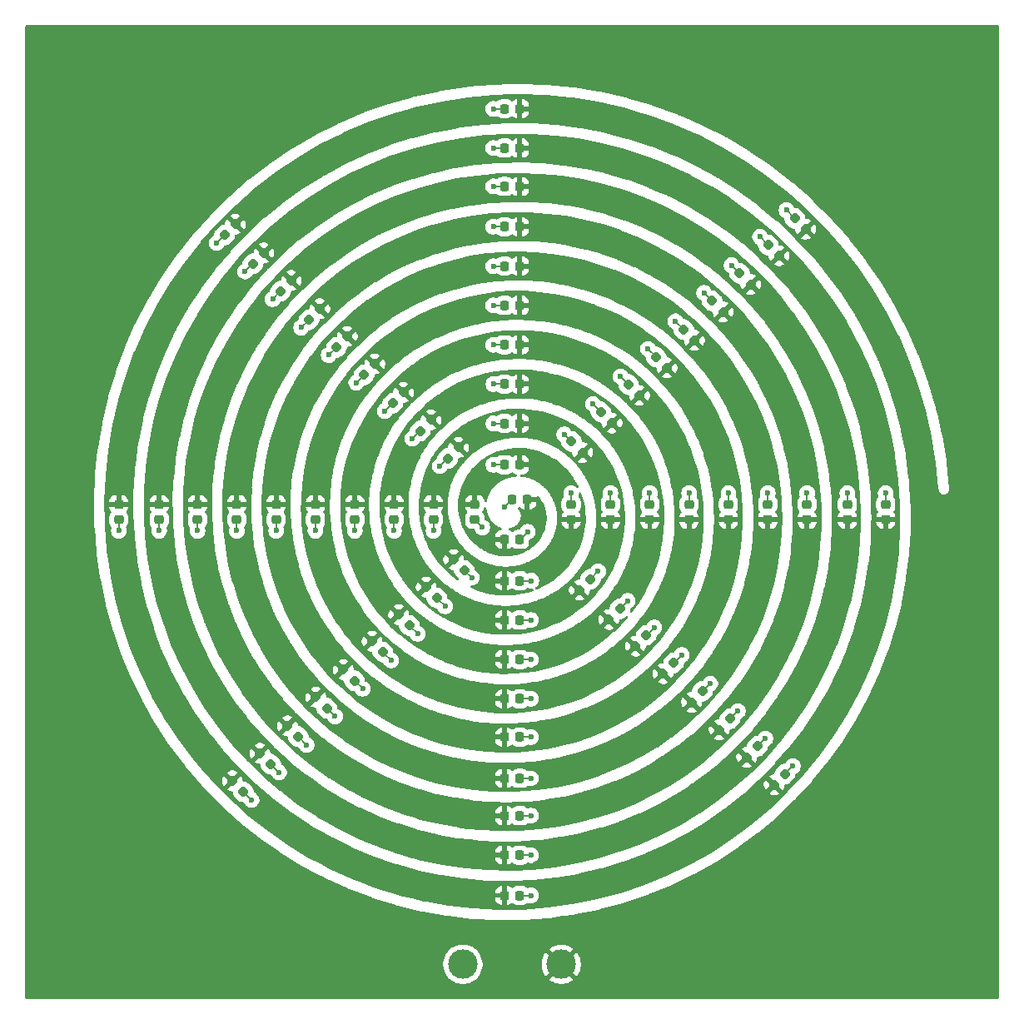
<source format=gtl>
G04 #@! TF.GenerationSoftware,KiCad,Pcbnew,9.0.2-9.0.2-0~ubuntu24.04.1*
G04 #@! TF.CreationDate,2025-06-27T06:42:29-07:00*
G04 #@! TF.ProjectId,2025-flex-spiral-two,32303235-2d66-46c6-9578-2d7370697261,Jul2025*
G04 #@! TF.SameCoordinates,Original*
G04 #@! TF.FileFunction,Copper,L1,Top*
G04 #@! TF.FilePolarity,Positive*
%FSLAX46Y46*%
G04 Gerber Fmt 4.6, Leading zero omitted, Abs format (unit mm)*
G04 Created by KiCad (PCBNEW 9.0.2-9.0.2-0~ubuntu24.04.1) date 2025-06-27 06:42:29*
%MOMM*%
%LPD*%
G01*
G04 APERTURE LIST*
G04 Aperture macros list*
%AMRoundRect*
0 Rectangle with rounded corners*
0 $1 Rounding radius*
0 $2 $3 $4 $5 $6 $7 $8 $9 X,Y pos of 4 corners*
0 Add a 4 corners polygon primitive as box body*
4,1,4,$2,$3,$4,$5,$6,$7,$8,$9,$2,$3,0*
0 Add four circle primitives for the rounded corners*
1,1,$1+$1,$2,$3*
1,1,$1+$1,$4,$5*
1,1,$1+$1,$6,$7*
1,1,$1+$1,$8,$9*
0 Add four rect primitives between the rounded corners*
20,1,$1+$1,$2,$3,$4,$5,0*
20,1,$1+$1,$4,$5,$6,$7,0*
20,1,$1+$1,$6,$7,$8,$9,0*
20,1,$1+$1,$8,$9,$2,$3,0*%
G04 Aperture macros list end*
G04 #@! TA.AperFunction,SMDPad,CuDef*
%ADD10RoundRect,0.218750X-0.026517X0.335876X-0.335876X0.026517X0.026517X-0.335876X0.335876X-0.026517X0*%
G04 #@! TD*
G04 #@! TA.AperFunction,SMDPad,CuDef*
%ADD11RoundRect,0.218750X0.218750X0.256250X-0.218750X0.256250X-0.218750X-0.256250X0.218750X-0.256250X0*%
G04 #@! TD*
G04 #@! TA.AperFunction,SMDPad,CuDef*
%ADD12RoundRect,0.218750X-0.256250X0.218750X-0.256250X-0.218750X0.256250X-0.218750X0.256250X0.218750X0*%
G04 #@! TD*
G04 #@! TA.AperFunction,SMDPad,CuDef*
%ADD13RoundRect,0.218750X0.256250X-0.218750X0.256250X0.218750X-0.256250X0.218750X-0.256250X-0.218750X0*%
G04 #@! TD*
G04 #@! TA.AperFunction,SMDPad,CuDef*
%ADD14RoundRect,0.218750X0.026517X-0.335876X0.335876X-0.026517X-0.026517X0.335876X-0.335876X0.026517X0*%
G04 #@! TD*
G04 #@! TA.AperFunction,SMDPad,CuDef*
%ADD15RoundRect,0.218750X-0.335876X-0.026517X-0.026517X-0.335876X0.335876X0.026517X0.026517X0.335876X0*%
G04 #@! TD*
G04 #@! TA.AperFunction,SMDPad,CuDef*
%ADD16RoundRect,0.218750X-0.218750X-0.256250X0.218750X-0.256250X0.218750X0.256250X-0.218750X0.256250X0*%
G04 #@! TD*
G04 #@! TA.AperFunction,SMDPad,CuDef*
%ADD17RoundRect,0.218750X0.335876X0.026517X0.026517X0.335876X-0.335876X-0.026517X-0.026517X-0.335876X0*%
G04 #@! TD*
G04 #@! TA.AperFunction,SMDPad,CuDef*
%ADD18C,3.000000*%
G04 #@! TD*
G04 #@! TA.AperFunction,ViaPad*
%ADD19C,0.600000*%
G04 #@! TD*
G04 #@! TA.AperFunction,Conductor*
%ADD20C,0.200000*%
G04 #@! TD*
G04 APERTURE END LIST*
D10*
G04 #@! TO.P,D29,1,K*
G04 #@! TO.N,/C*
X113656847Y-112543153D03*
G04 #@! TO.P,D29,2,A*
G04 #@! TO.N,/A*
X112543153Y-113656847D03*
G04 #@! TD*
D11*
G04 #@! TO.P,D6,1,K*
G04 #@! TO.N,/C*
X100787501Y-107000000D03*
G04 #@! TO.P,D6,2,A*
G04 #@! TO.N,/A*
X99212499Y-107000000D03*
G04 #@! TD*
D12*
G04 #@! TO.P,D36,1,K*
G04 #@! TO.N,/C*
X122000000Y-99212499D03*
G04 #@! TO.P,D36,2,A*
G04 #@! TO.N,/A*
X122000000Y-100787501D03*
G04 #@! TD*
D13*
G04 #@! TO.P,D32,1,K*
G04 #@! TO.N,/C*
X80000000Y-100787501D03*
G04 #@! TO.P,D32,2,A*
G04 #@! TO.N,/A*
X80000000Y-99212499D03*
G04 #@! TD*
D11*
G04 #@! TO.P,D62,1,K*
G04 #@! TO.N,/C*
X100787501Y-134900000D03*
G04 #@! TO.P,D62,2,A*
G04 #@! TO.N,/A*
X99212499Y-134900000D03*
G04 #@! TD*
D14*
G04 #@! TO.P,D49,1,K*
G04 #@! TO.N,/C*
X79343153Y-80456847D03*
G04 #@! TO.P,D49,2,A*
G04 #@! TO.N,/A*
X80456847Y-79343153D03*
G04 #@! TD*
D15*
G04 #@! TO.P,D27,1,K*
G04 #@! TO.N,/C*
X111843153Y-87043153D03*
G04 #@! TO.P,D27,2,A*
G04 #@! TO.N,/A*
X112956847Y-88156847D03*
G04 #@! TD*
D12*
G04 #@! TO.P,D12,1,K*
G04 #@! TO.N,/C*
X110000000Y-99212499D03*
G04 #@! TO.P,D12,2,A*
G04 #@! TO.N,/A*
X110000000Y-100787501D03*
G04 #@! TD*
D10*
G04 #@! TO.P,D21,1,K*
G04 #@! TO.N,/C*
X110956847Y-109843153D03*
G04 #@! TO.P,D21,2,A*
G04 #@! TO.N,/A*
X109843153Y-110956847D03*
G04 #@! TD*
D14*
G04 #@! TO.P,D73,1,K*
G04 #@! TO.N,/C*
X70743153Y-71856847D03*
G04 #@! TO.P,D73,2,A*
G04 #@! TO.N,/A*
X71856847Y-70743153D03*
G04 #@! TD*
D15*
G04 #@! TO.P,D35,1,K*
G04 #@! TO.N,/C*
X114643153Y-84243153D03*
G04 #@! TO.P,D35,2,A*
G04 #@! TO.N,/A*
X115756847Y-85356847D03*
G04 #@! TD*
D12*
G04 #@! TO.P,D28,1,K*
G04 #@! TO.N,/C*
X118000000Y-99212499D03*
G04 #@! TO.P,D28,2,A*
G04 #@! TO.N,/A*
X118000000Y-100787501D03*
G04 #@! TD*
D14*
G04 #@! TO.P,D25,1,K*
G04 #@! TO.N,/C*
X87843153Y-88956847D03*
G04 #@! TO.P,D25,2,A*
G04 #@! TO.N,/A*
X88956847Y-87843153D03*
G04 #@! TD*
D13*
G04 #@! TO.P,D56,1,K*
G04 #@! TO.N,/C*
X68000000Y-100787501D03*
G04 #@! TO.P,D56,2,A*
G04 #@! TO.N,/A*
X68000000Y-99212499D03*
G04 #@! TD*
D11*
G04 #@! TO.P,D38,1,K*
G04 #@! TO.N,/C*
X100787501Y-122900000D03*
G04 #@! TO.P,D38,2,A*
G04 #@! TO.N,/A*
X99212499Y-122900000D03*
G04 #@! TD*
D13*
G04 #@! TO.P,D48,1,K*
G04 #@! TO.N,/C*
X72000000Y-100787501D03*
G04 #@! TO.P,D48,2,A*
G04 #@! TO.N,/A*
X72000000Y-99212499D03*
G04 #@! TD*
D14*
G04 #@! TO.P,D33,1,K*
G04 #@! TO.N,/C*
X84943153Y-86056847D03*
G04 #@! TO.P,D33,2,A*
G04 #@! TO.N,/A*
X86056847Y-84943153D03*
G04 #@! TD*
D16*
G04 #@! TO.P,D1,1,K*
G04 #@! TO.N,/C*
X99962500Y-98750000D03*
G04 #@! TO.P,D1,2,A*
G04 #@! TO.N,/A*
X101537500Y-98750000D03*
G04 #@! TD*
D15*
G04 #@! TO.P,D51,1,K*
G04 #@! TO.N,/C*
X120343153Y-78543153D03*
G04 #@! TO.P,D51,2,A*
G04 #@! TO.N,/A*
X121456847Y-79656847D03*
G04 #@! TD*
D16*
G04 #@! TO.P,D10,1,K*
G04 #@! TO.N,/C*
X99212500Y-91000000D03*
G04 #@! TO.P,D10,2,A*
G04 #@! TO.N,/A*
X100787500Y-91000000D03*
G04 #@! TD*
D17*
G04 #@! TO.P,D71,1,K*
G04 #@! TO.N,/C*
X72656847Y-128456847D03*
G04 #@! TO.P,D71,2,A*
G04 #@! TO.N,/A*
X71543153Y-127343153D03*
G04 #@! TD*
D11*
G04 #@! TO.P,D2,1,K*
G04 #@! TO.N,/C*
X100787501Y-102800000D03*
G04 #@! TO.P,D2,2,A*
G04 #@! TO.N,/A*
X99212499Y-102800000D03*
G04 #@! TD*
D12*
G04 #@! TO.P,D20,1,K*
G04 #@! TO.N,/C*
X114000000Y-99212499D03*
G04 #@! TO.P,D20,2,A*
G04 #@! TO.N,/A*
X114000000Y-100787501D03*
G04 #@! TD*
D16*
G04 #@! TO.P,D58,1,K*
G04 #@! TO.N,/C*
X99212500Y-66900000D03*
G04 #@! TO.P,D58,2,A*
G04 #@! TO.N,/A*
X100787500Y-66900000D03*
G04 #@! TD*
D17*
G04 #@! TO.P,D31,1,K*
G04 #@! TO.N,/C*
X86856847Y-114256847D03*
G04 #@! TO.P,D31,2,A*
G04 #@! TO.N,/A*
X85743153Y-113143153D03*
G04 #@! TD*
D15*
G04 #@! TO.P,D59,1,K*
G04 #@! TO.N,/C*
X123143153Y-75743153D03*
G04 #@! TO.P,D59,2,A*
G04 #@! TO.N,/A*
X124256847Y-76856847D03*
G04 #@! TD*
D16*
G04 #@! TO.P,D74,1,K*
G04 #@! TO.N,/C*
X99212500Y-59000000D03*
G04 #@! TO.P,D74,2,A*
G04 #@! TO.N,/A*
X100787500Y-59000000D03*
G04 #@! TD*
G04 #@! TO.P,D42,1,K*
G04 #@! TO.N,/C*
X99212500Y-75000000D03*
G04 #@! TO.P,D42,2,A*
G04 #@! TO.N,/A*
X100787500Y-75000000D03*
G04 #@! TD*
D15*
G04 #@! TO.P,D43,1,K*
G04 #@! TO.N,/C*
X117443153Y-81443153D03*
G04 #@! TO.P,D43,2,A*
G04 #@! TO.N,/A*
X118556847Y-82556847D03*
G04 #@! TD*
D11*
G04 #@! TO.P,D70,1,K*
G04 #@! TO.N,/C*
X100787501Y-139000000D03*
G04 #@! TO.P,D70,2,A*
G04 #@! TO.N,/A*
X99212499Y-139000000D03*
G04 #@! TD*
D18*
G04 #@! TO.P,TP1,1,1*
G04 #@! TO.N,/A*
X105000000Y-146000000D03*
G04 #@! TD*
D16*
G04 #@! TO.P,D34,1,K*
G04 #@! TO.N,/C*
X99212500Y-79000000D03*
G04 #@! TO.P,D34,2,A*
G04 #@! TO.N,/A*
X100787500Y-79000000D03*
G04 #@! TD*
D10*
G04 #@! TO.P,D53,1,K*
G04 #@! TO.N,/C*
X122156847Y-121043153D03*
G04 #@! TO.P,D53,2,A*
G04 #@! TO.N,/A*
X121043153Y-122156847D03*
G04 #@! TD*
D12*
G04 #@! TO.P,D60,1,K*
G04 #@! TO.N,/C*
X134100000Y-99212499D03*
G04 #@! TO.P,D60,2,A*
G04 #@! TO.N,/A*
X134100000Y-100787501D03*
G04 #@! TD*
D13*
G04 #@! TO.P,D72,1,K*
G04 #@! TO.N,/C*
X60000000Y-100787501D03*
G04 #@! TO.P,D72,2,A*
G04 #@! TO.N,/A*
X60000000Y-99212499D03*
G04 #@! TD*
D16*
G04 #@! TO.P,D26,1,K*
G04 #@! TO.N,/C*
X99212500Y-83000000D03*
G04 #@! TO.P,D26,2,A*
G04 #@! TO.N,/A*
X100787500Y-83000000D03*
G04 #@! TD*
D13*
G04 #@! TO.P,D16,1,K*
G04 #@! TO.N,/C*
X88000000Y-100787501D03*
G04 #@! TO.P,D16,2,A*
G04 #@! TO.N,/A*
X88000000Y-99212499D03*
G04 #@! TD*
G04 #@! TO.P,D24,1,K*
G04 #@! TO.N,/C*
X84000000Y-100787501D03*
G04 #@! TO.P,D24,2,A*
G04 #@! TO.N,/A*
X84000000Y-99212499D03*
G04 #@! TD*
D11*
G04 #@! TO.P,D22,1,K*
G04 #@! TO.N,/C*
X100787501Y-115000000D03*
G04 #@! TO.P,D22,2,A*
G04 #@! TO.N,/A*
X99212499Y-115000000D03*
G04 #@! TD*
D17*
G04 #@! TO.P,D63,1,K*
G04 #@! TO.N,/C*
X75456847Y-125656847D03*
G04 #@! TO.P,D63,2,A*
G04 #@! TO.N,/A*
X74343153Y-124543153D03*
G04 #@! TD*
G04 #@! TO.P,D7,1,K*
G04 #@! TO.N,/C*
X95156847Y-105956847D03*
G04 #@! TO.P,D7,2,A*
G04 #@! TO.N,/A*
X94043153Y-104843153D03*
G04 #@! TD*
D14*
G04 #@! TO.P,D57,1,K*
G04 #@! TO.N,/C*
X76443153Y-77556847D03*
G04 #@! TO.P,D57,2,A*
G04 #@! TO.N,/A*
X77556847Y-76443153D03*
G04 #@! TD*
D16*
G04 #@! TO.P,D4,1,K*
G04 #@! TO.N,/C*
X99212500Y-95200000D03*
G04 #@! TO.P,D4,2,A*
G04 #@! TO.N,/A*
X100787500Y-95200000D03*
G04 #@! TD*
D10*
G04 #@! TO.P,D45,1,K*
G04 #@! TO.N,/C*
X119356847Y-118243153D03*
G04 #@! TO.P,D45,2,A*
G04 #@! TO.N,/A*
X118243153Y-119356847D03*
G04 #@! TD*
D14*
G04 #@! TO.P,D41,1,K*
G04 #@! TO.N,/C*
X82143153Y-83256847D03*
G04 #@! TO.P,D41,2,A*
G04 #@! TO.N,/A*
X83256847Y-82143153D03*
G04 #@! TD*
D17*
G04 #@! TO.P,D55,1,K*
G04 #@! TO.N,/C*
X78256847Y-122856847D03*
G04 #@! TO.P,D55,2,A*
G04 #@! TO.N,/A*
X77143153Y-121743153D03*
G04 #@! TD*
D16*
G04 #@! TO.P,D50,1,K*
G04 #@! TO.N,/C*
X99212500Y-71000000D03*
G04 #@! TO.P,D50,2,A*
G04 #@! TO.N,/A*
X100787500Y-71000000D03*
G04 #@! TD*
D11*
G04 #@! TO.P,D54,1,K*
G04 #@! TO.N,/C*
X100787501Y-130900000D03*
G04 #@! TO.P,D54,2,A*
G04 #@! TO.N,/A*
X99212499Y-130900000D03*
G04 #@! TD*
D10*
G04 #@! TO.P,D37,1,K*
G04 #@! TO.N,/C*
X116456847Y-115343153D03*
G04 #@! TO.P,D37,2,A*
G04 #@! TO.N,/A*
X115343153Y-116456847D03*
G04 #@! TD*
D14*
G04 #@! TO.P,D17,1,K*
G04 #@! TO.N,/C*
X90643153Y-91756847D03*
G04 #@! TO.P,D17,2,A*
G04 #@! TO.N,/A*
X91756847Y-90643153D03*
G04 #@! TD*
D13*
G04 #@! TO.P,D64,1,K*
G04 #@! TO.N,/C*
X64100000Y-100787501D03*
G04 #@! TO.P,D64,2,A*
G04 #@! TO.N,/A*
X64100000Y-99212499D03*
G04 #@! TD*
D15*
G04 #@! TO.P,D75,1,K*
G04 #@! TO.N,/C*
X128743153Y-70143153D03*
G04 #@! TO.P,D75,2,A*
G04 #@! TO.N,/A*
X129856847Y-71256847D03*
G04 #@! TD*
D16*
G04 #@! TO.P,D66,1,K*
G04 #@! TO.N,/C*
X99212500Y-63000000D03*
G04 #@! TO.P,D66,2,A*
G04 #@! TO.N,/A*
X100787500Y-63000000D03*
G04 #@! TD*
D17*
G04 #@! TO.P,D23,1,K*
G04 #@! TO.N,/C*
X89556847Y-111556847D03*
G04 #@! TO.P,D23,2,A*
G04 #@! TO.N,/A*
X88443153Y-110443153D03*
G04 #@! TD*
D16*
G04 #@! TO.P,D18,1,K*
G04 #@! TO.N,/C*
X99212500Y-87000000D03*
G04 #@! TO.P,D18,2,A*
G04 #@! TO.N,/A*
X100787500Y-87000000D03*
G04 #@! TD*
D13*
G04 #@! TO.P,D40,1,K*
G04 #@! TO.N,/C*
X76000000Y-100787501D03*
G04 #@! TO.P,D40,2,A*
G04 #@! TO.N,/A*
X76000000Y-99212499D03*
G04 #@! TD*
D15*
G04 #@! TO.P,D11,1,K*
G04 #@! TO.N,/C*
X106043153Y-92843153D03*
G04 #@! TO.P,D11,2,A*
G04 #@! TO.N,/A*
X107156847Y-93956847D03*
G04 #@! TD*
D18*
G04 #@! TO.P,TP2,1,1*
G04 #@! TO.N,/C*
X95000000Y-146000000D03*
G04 #@! TD*
D10*
G04 #@! TO.P,D13,1,K*
G04 #@! TO.N,/C*
X107956847Y-106843153D03*
G04 #@! TO.P,D13,2,A*
G04 #@! TO.N,/A*
X106843153Y-107956847D03*
G04 #@! TD*
D12*
G04 #@! TO.P,D44,1,K*
G04 #@! TO.N,/C*
X126000000Y-99212499D03*
G04 #@! TO.P,D44,2,A*
G04 #@! TO.N,/A*
X126000000Y-100787501D03*
G04 #@! TD*
D15*
G04 #@! TO.P,D67,1,K*
G04 #@! TO.N,/C*
X126043153Y-72843153D03*
G04 #@! TO.P,D67,2,A*
G04 #@! TO.N,/A*
X127156847Y-73956847D03*
G04 #@! TD*
D12*
G04 #@! TO.P,D5,1,K*
G04 #@! TO.N,/C*
X106000000Y-99212499D03*
G04 #@! TO.P,D5,2,A*
G04 #@! TO.N,/A*
X106000000Y-100787501D03*
G04 #@! TD*
G04 #@! TO.P,D68,1,K*
G04 #@! TO.N,/C*
X138000000Y-99212499D03*
G04 #@! TO.P,D68,2,A*
G04 #@! TO.N,/A*
X138000000Y-100787501D03*
G04 #@! TD*
D17*
G04 #@! TO.P,D39,1,K*
G04 #@! TO.N,/C*
X83956847Y-117156847D03*
G04 #@! TO.P,D39,2,A*
G04 #@! TO.N,/A*
X82843153Y-116043153D03*
G04 #@! TD*
D13*
G04 #@! TO.P,D3,1,K*
G04 #@! TO.N,/C*
X96200000Y-100787500D03*
G04 #@! TO.P,D3,2,A*
G04 #@! TO.N,/A*
X96200000Y-99212500D03*
G04 #@! TD*
D11*
G04 #@! TO.P,D30,1,K*
G04 #@! TO.N,/C*
X100787501Y-119000000D03*
G04 #@! TO.P,D30,2,A*
G04 #@! TO.N,/A*
X99212499Y-119000000D03*
G04 #@! TD*
D10*
G04 #@! TO.P,D69,1,K*
G04 #@! TO.N,/C*
X127756847Y-126643153D03*
G04 #@! TO.P,D69,2,A*
G04 #@! TO.N,/A*
X126643153Y-127756847D03*
G04 #@! TD*
D13*
G04 #@! TO.P,D8,1,K*
G04 #@! TO.N,/C*
X92000000Y-100787501D03*
G04 #@! TO.P,D8,2,A*
G04 #@! TO.N,/A*
X92000000Y-99212499D03*
G04 #@! TD*
D17*
G04 #@! TO.P,D15,1,K*
G04 #@! TO.N,/C*
X92356847Y-108756847D03*
G04 #@! TO.P,D15,2,A*
G04 #@! TO.N,/A*
X91243153Y-107643153D03*
G04 #@! TD*
D12*
G04 #@! TO.P,D52,1,K*
G04 #@! TO.N,/C*
X130000000Y-99212499D03*
G04 #@! TO.P,D52,2,A*
G04 #@! TO.N,/A*
X130000000Y-100787501D03*
G04 #@! TD*
D14*
G04 #@! TO.P,D9,1,K*
G04 #@! TO.N,/C*
X93443153Y-94556847D03*
G04 #@! TO.P,D9,2,A*
G04 #@! TO.N,/A*
X94556847Y-93443153D03*
G04 #@! TD*
D15*
G04 #@! TO.P,D19,1,K*
G04 #@! TO.N,/C*
X109043153Y-89843153D03*
G04 #@! TO.P,D19,2,A*
G04 #@! TO.N,/A*
X110156847Y-90956847D03*
G04 #@! TD*
D14*
G04 #@! TO.P,D65,1,K*
G04 #@! TO.N,/C*
X73643153Y-74756847D03*
G04 #@! TO.P,D65,2,A*
G04 #@! TO.N,/A*
X74756847Y-73643153D03*
G04 #@! TD*
D11*
G04 #@! TO.P,D14,1,K*
G04 #@! TO.N,/C*
X100787501Y-111000000D03*
G04 #@! TO.P,D14,2,A*
G04 #@! TO.N,/A*
X99212499Y-111000000D03*
G04 #@! TD*
G04 #@! TO.P,D46,1,K*
G04 #@! TO.N,/C*
X100787501Y-127100000D03*
G04 #@! TO.P,D46,2,A*
G04 #@! TO.N,/A*
X99212499Y-127100000D03*
G04 #@! TD*
D10*
G04 #@! TO.P,D61,1,K*
G04 #@! TO.N,/C*
X124956847Y-123843153D03*
G04 #@! TO.P,D61,2,A*
G04 #@! TO.N,/A*
X123843153Y-124956847D03*
G04 #@! TD*
D17*
G04 #@! TO.P,D47,1,K*
G04 #@! TO.N,/C*
X81156847Y-119956847D03*
G04 #@! TO.P,D47,2,A*
G04 #@! TO.N,/A*
X80043153Y-118843153D03*
G04 #@! TD*
D19*
G04 #@! TO.N,/C*
X68000000Y-101912500D03*
X101956250Y-107000000D03*
X108750000Y-106050000D03*
X126000000Y-98087500D03*
X101912500Y-130900000D03*
X84000000Y-101912500D03*
X130000000Y-98087500D03*
X98087500Y-63000000D03*
X90393328Y-112393328D03*
X101912500Y-122900000D03*
X101912500Y-115000000D03*
X92000000Y-101912500D03*
X99200000Y-99500000D03*
X106000000Y-98100000D03*
X119513344Y-77713344D03*
X118000000Y-98087500D03*
X95886656Y-106686656D03*
X101912500Y-127100000D03*
X113813344Y-83413344D03*
X98087500Y-83000000D03*
X72000000Y-101912500D03*
X122950000Y-120250000D03*
X98087500Y-71000000D03*
X72850000Y-75550000D03*
X81993328Y-120793328D03*
X98087500Y-66900000D03*
X125213344Y-72013344D03*
X75650000Y-78350000D03*
X64100000Y-101912500D03*
X96975000Y-101575000D03*
X98100000Y-91000000D03*
X98100000Y-95200000D03*
X110000000Y-98100000D03*
X87050000Y-89750000D03*
X89850000Y-92550000D03*
X127913344Y-69313344D03*
X98087500Y-79000000D03*
X114000000Y-98087500D03*
X101912500Y-111000000D03*
X128550000Y-125850000D03*
X73493328Y-129293328D03*
X98087500Y-59000000D03*
X101912500Y-139000000D03*
X60000000Y-101912500D03*
X111013344Y-86213344D03*
X81350000Y-84050000D03*
X120150000Y-117450000D03*
X76293328Y-126493328D03*
X79093328Y-123693328D03*
X125750000Y-123050000D03*
X108213344Y-89013344D03*
X101912500Y-134900000D03*
X105306672Y-92106672D03*
X138000000Y-98087500D03*
X101912500Y-119000000D03*
X78550000Y-81250000D03*
X101575000Y-102025000D03*
X98100000Y-87000000D03*
X122313344Y-74913344D03*
X84793328Y-117993328D03*
X122000000Y-98087500D03*
X93193328Y-109593328D03*
X98087500Y-75000000D03*
X116613344Y-80613344D03*
X92650000Y-95350000D03*
X87693328Y-115093328D03*
X95000000Y-146000000D03*
X134100000Y-98087500D03*
X69950000Y-72650000D03*
X114450000Y-111750000D03*
X76000000Y-101912500D03*
X88000000Y-101912500D03*
X111750000Y-109050000D03*
X84150000Y-86850000D03*
X80000000Y-101912500D03*
X117250000Y-114550000D03*
G04 #@! TD*
D20*
G04 #@! TO.N,/C*
X128700000Y-70100000D02*
X127913344Y-69313344D01*
X93400000Y-94600000D02*
X92650000Y-95350000D01*
X108000000Y-106800000D02*
X108750000Y-106050000D01*
X99212500Y-95200000D02*
X98100000Y-95200000D01*
X114600000Y-84200000D02*
X113813344Y-83413344D01*
X123100000Y-75700000D02*
X122313344Y-74913344D01*
X100800000Y-115000000D02*
X101912500Y-115000000D01*
X100800000Y-111000000D02*
X101912500Y-111000000D01*
X106093328Y-92893328D02*
X105306672Y-92106672D01*
X138000000Y-99200000D02*
X138000000Y-98087500D01*
X80000000Y-100800000D02*
X80000000Y-101912500D01*
X79300000Y-80500000D02*
X78550000Y-81250000D01*
X99200000Y-66900000D02*
X98087500Y-66900000D01*
X99212500Y-87000000D02*
X98100000Y-87000000D01*
X75506672Y-125706672D02*
X76293328Y-126493328D01*
X89606672Y-111606672D02*
X90393328Y-112393328D01*
X111000000Y-109800000D02*
X111750000Y-109050000D01*
X114000000Y-99200000D02*
X114000000Y-98087500D01*
X99200000Y-79000000D02*
X98087500Y-79000000D01*
X70700000Y-71900000D02*
X69950000Y-72650000D01*
X99200000Y-63000000D02*
X98087500Y-63000000D01*
X82100000Y-83300000D02*
X81350000Y-84050000D01*
X106000000Y-99212500D02*
X106000000Y-98100000D01*
X86906672Y-114306672D02*
X87693328Y-115093328D01*
X84006672Y-117206672D02*
X84793328Y-117993328D01*
X88000000Y-100800000D02*
X88000000Y-101912500D01*
X99200000Y-83000000D02*
X98087500Y-83000000D01*
X134100000Y-99200000D02*
X134100000Y-98087500D01*
X76400000Y-77600000D02*
X75650000Y-78350000D01*
X100800000Y-119000000D02*
X101912500Y-119000000D01*
X100825000Y-102775000D02*
X101575000Y-102025000D01*
X73600000Y-74800000D02*
X72850000Y-75550000D01*
X118000000Y-99200000D02*
X118000000Y-98087500D01*
X122200000Y-121000000D02*
X122950000Y-120250000D01*
X64100000Y-100800000D02*
X64100000Y-101912500D01*
X95100000Y-105900000D02*
X95886656Y-106686656D01*
X127800000Y-126600000D02*
X128550000Y-125850000D01*
X81206672Y-120006672D02*
X81993328Y-120793328D01*
X84000000Y-100800000D02*
X84000000Y-101912500D01*
X99200000Y-75000000D02*
X98087500Y-75000000D01*
X126000000Y-72800000D02*
X125213344Y-72013344D01*
X116500000Y-115300000D02*
X117250000Y-114550000D01*
X72706672Y-128506672D02*
X73493328Y-129293328D01*
X78306672Y-122906672D02*
X79093328Y-123693328D01*
X76000000Y-100800000D02*
X76000000Y-101912500D01*
X92000000Y-100800000D02*
X92000000Y-101912500D01*
X90600000Y-91800000D02*
X89850000Y-92550000D01*
X122000000Y-99200000D02*
X122000000Y-98087500D01*
X126000000Y-99200000D02*
X126000000Y-98087500D01*
X100800000Y-134900000D02*
X101912500Y-134900000D01*
X99200000Y-59000000D02*
X98087500Y-59000000D01*
X99962500Y-98750000D02*
X99950000Y-98750000D01*
X100800000Y-139000000D02*
X101912500Y-139000000D01*
X110000000Y-99212500D02*
X110000000Y-98100000D01*
X109000000Y-89800000D02*
X108213344Y-89013344D01*
X120300000Y-78500000D02*
X119513344Y-77713344D01*
X72000000Y-100800000D02*
X72000000Y-101912500D01*
X96225000Y-100825000D02*
X96975000Y-101575000D01*
X117400000Y-81400000D02*
X116613344Y-80613344D01*
X113700000Y-112500000D02*
X114450000Y-111750000D01*
X87800000Y-89000000D02*
X87050000Y-89750000D01*
X100843750Y-107000000D02*
X101956250Y-107000000D01*
X99212500Y-91000000D02*
X98100000Y-91000000D01*
X99950000Y-98750000D02*
X99200000Y-99500000D01*
X99200000Y-71000000D02*
X98087500Y-71000000D01*
X100800000Y-127100000D02*
X101912500Y-127100000D01*
X100800000Y-130900000D02*
X101912500Y-130900000D01*
X68000000Y-100800000D02*
X68000000Y-101912500D01*
X60000000Y-100800000D02*
X60000000Y-101912500D01*
X111800000Y-87000000D02*
X111013344Y-86213344D01*
X119400000Y-118200000D02*
X120150000Y-117450000D01*
X125000000Y-123800000D02*
X125750000Y-123050000D01*
X130000000Y-99200000D02*
X130000000Y-98087500D01*
X92406672Y-108806672D02*
X93193328Y-109593328D01*
X84900000Y-86100000D02*
X84150000Y-86850000D01*
X100800000Y-122900000D02*
X101912500Y-122900000D01*
G04 #@! TD*
G04 #@! TA.AperFunction,Conductor*
G04 #@! TO.N,/A*
G36*
X149442539Y-50520185D02*
G01*
X149488294Y-50572989D01*
X149499500Y-50624500D01*
X149499500Y-149375500D01*
X149479815Y-149442539D01*
X149427011Y-149488294D01*
X149375500Y-149499500D01*
X50624500Y-149499500D01*
X50557461Y-149479815D01*
X50511706Y-149427011D01*
X50500500Y-149375500D01*
X50500500Y-145868872D01*
X92999500Y-145868872D01*
X92999500Y-146131127D01*
X93026123Y-146333339D01*
X93033730Y-146391116D01*
X93101558Y-146644255D01*
X93101602Y-146644418D01*
X93101605Y-146644428D01*
X93201953Y-146886690D01*
X93201958Y-146886700D01*
X93333075Y-147113803D01*
X93492718Y-147321851D01*
X93492726Y-147321860D01*
X93678140Y-147507274D01*
X93678148Y-147507281D01*
X93886196Y-147666924D01*
X94113299Y-147798041D01*
X94113309Y-147798046D01*
X94355571Y-147898394D01*
X94355581Y-147898398D01*
X94608884Y-147966270D01*
X94857188Y-147998960D01*
X94865074Y-147999999D01*
X94868880Y-148000500D01*
X94868887Y-148000500D01*
X95131113Y-148000500D01*
X95131120Y-148000500D01*
X95391116Y-147966270D01*
X95644419Y-147898398D01*
X95886697Y-147798043D01*
X96113803Y-147666924D01*
X96227192Y-147579917D01*
X103773633Y-147579917D01*
X103773633Y-147579918D01*
X103886475Y-147666505D01*
X103886483Y-147666511D01*
X104113517Y-147797590D01*
X104113528Y-147797595D01*
X104355744Y-147897924D01*
X104608979Y-147965777D01*
X104608990Y-147965779D01*
X104868905Y-147999999D01*
X104868920Y-148000000D01*
X105131080Y-148000000D01*
X105131094Y-147999999D01*
X105391009Y-147965779D01*
X105391020Y-147965777D01*
X105644255Y-147897924D01*
X105886471Y-147797595D01*
X105886482Y-147797590D01*
X106113516Y-147666511D01*
X106113534Y-147666499D01*
X106226365Y-147579919D01*
X106226365Y-147579917D01*
X105000000Y-146353553D01*
X103773633Y-147579917D01*
X96227192Y-147579917D01*
X96321851Y-147507282D01*
X96321855Y-147507277D01*
X96321860Y-147507274D01*
X96507274Y-147321860D01*
X96507277Y-147321855D01*
X96507282Y-147321851D01*
X96666924Y-147113803D01*
X96798043Y-146886697D01*
X96898398Y-146644419D01*
X96966270Y-146391116D01*
X97000500Y-146131120D01*
X97000500Y-145868905D01*
X103000000Y-145868905D01*
X103000000Y-146131094D01*
X103034220Y-146391009D01*
X103034222Y-146391020D01*
X103102075Y-146644255D01*
X103202404Y-146886471D01*
X103202409Y-146886482D01*
X103333488Y-147113516D01*
X103333494Y-147113524D01*
X103420080Y-147226365D01*
X104646446Y-146000000D01*
X104646446Y-145999999D01*
X105353553Y-145999999D01*
X105353553Y-146000001D01*
X106579917Y-147226365D01*
X106579919Y-147226365D01*
X106666499Y-147113534D01*
X106666511Y-147113516D01*
X106797590Y-146886482D01*
X106797595Y-146886471D01*
X106897924Y-146644255D01*
X106965777Y-146391020D01*
X106965779Y-146391009D01*
X106999999Y-146131094D01*
X107000000Y-146131080D01*
X107000000Y-145868919D01*
X106999999Y-145868905D01*
X106965779Y-145608990D01*
X106965777Y-145608979D01*
X106897924Y-145355744D01*
X106797595Y-145113528D01*
X106797590Y-145113517D01*
X106666511Y-144886483D01*
X106666505Y-144886475D01*
X106579918Y-144773633D01*
X106579917Y-144773633D01*
X105353553Y-145999999D01*
X104646446Y-145999999D01*
X103420080Y-144773633D01*
X103420079Y-144773633D01*
X103333496Y-144886471D01*
X103202409Y-145113517D01*
X103202404Y-145113528D01*
X103102075Y-145355744D01*
X103034222Y-145608979D01*
X103034220Y-145608990D01*
X103000000Y-145868905D01*
X97000500Y-145868905D01*
X97000500Y-145868880D01*
X96966270Y-145608884D01*
X96898398Y-145355581D01*
X96898394Y-145355571D01*
X96798046Y-145113309D01*
X96798041Y-145113299D01*
X96666924Y-144886196D01*
X96507281Y-144678148D01*
X96507274Y-144678140D01*
X96321860Y-144492726D01*
X96321851Y-144492718D01*
X96227187Y-144420079D01*
X103773633Y-144420079D01*
X103773633Y-144420080D01*
X104999999Y-145646446D01*
X106226365Y-144420080D01*
X106113524Y-144333494D01*
X106113516Y-144333488D01*
X105886482Y-144202409D01*
X105886471Y-144202404D01*
X105644255Y-144102075D01*
X105391020Y-144034222D01*
X105391009Y-144034220D01*
X105131094Y-144000000D01*
X104868905Y-144000000D01*
X104608990Y-144034220D01*
X104608979Y-144034222D01*
X104355744Y-144102075D01*
X104113528Y-144202404D01*
X104113517Y-144202409D01*
X103886471Y-144333496D01*
X103773633Y-144420079D01*
X96227187Y-144420079D01*
X96113803Y-144333075D01*
X95886700Y-144201958D01*
X95886690Y-144201953D01*
X95644428Y-144101605D01*
X95644421Y-144101603D01*
X95644419Y-144101602D01*
X95391116Y-144033730D01*
X95333339Y-144026123D01*
X95131127Y-143999500D01*
X95131120Y-143999500D01*
X94868880Y-143999500D01*
X94868872Y-143999500D01*
X94637772Y-144029926D01*
X94608884Y-144033730D01*
X94355581Y-144101602D01*
X94355571Y-144101605D01*
X94113309Y-144201953D01*
X94113299Y-144201958D01*
X93886196Y-144333075D01*
X93678148Y-144492718D01*
X93492718Y-144678148D01*
X93333075Y-144886196D01*
X93201958Y-145113299D01*
X93201953Y-145113309D01*
X93101605Y-145355571D01*
X93101602Y-145355581D01*
X93033730Y-145608884D01*
X93033716Y-145608990D01*
X92999500Y-145868872D01*
X50500500Y-145868872D01*
X50500500Y-98902453D01*
X57468440Y-98902453D01*
X57468643Y-98903648D01*
X57469024Y-98910816D01*
X57468820Y-98911674D01*
X57469529Y-98921734D01*
X57470087Y-98925770D01*
X57470043Y-98926807D01*
X57470536Y-98929024D01*
X57471232Y-98934054D01*
X57470829Y-98936751D01*
X57471574Y-98943522D01*
X57472928Y-98953815D01*
X57473962Y-98967523D01*
X57490646Y-99806666D01*
X57492600Y-99904943D01*
X57492600Y-99965901D01*
X57493908Y-99970784D01*
X57494009Y-99975836D01*
X57494009Y-99975839D01*
X57494010Y-99975845D01*
X57495229Y-99983863D01*
X57494461Y-99983979D01*
X57494538Y-99985013D01*
X57497265Y-99990845D01*
X57496298Y-100008789D01*
X57497583Y-100026138D01*
X57496523Y-100034013D01*
X57496500Y-100034099D01*
X57496500Y-100034184D01*
X57495930Y-100038419D01*
X57495905Y-100038473D01*
X57495753Y-100039725D01*
X57495735Y-100040061D01*
X57495292Y-100044023D01*
X57496386Y-100099205D01*
X57496500Y-100104942D01*
X57496500Y-100165883D01*
X57497801Y-100170743D01*
X57498055Y-100183562D01*
X57498056Y-100183564D01*
X57523299Y-101457475D01*
X57521333Y-101482060D01*
X57520775Y-101485134D01*
X57520661Y-101487487D01*
X57520660Y-101487486D01*
X57520514Y-101490501D01*
X57520511Y-101490590D01*
X57520489Y-101491038D01*
X57520501Y-101491499D01*
X57520191Y-101501405D01*
X57520181Y-101507187D01*
X57523367Y-101531709D01*
X57524328Y-101543455D01*
X57524400Y-101545568D01*
X57524400Y-101573962D01*
X57525508Y-101578097D01*
X57525676Y-101583027D01*
X57525804Y-101583869D01*
X57526725Y-101587050D01*
X57531190Y-101611310D01*
X57735840Y-104090778D01*
X57736253Y-104102251D01*
X57736207Y-104106705D01*
X57736127Y-104107197D01*
X57736195Y-104107878D01*
X57736125Y-104114714D01*
X57736095Y-104114811D01*
X57736077Y-104124971D01*
X57736045Y-104125509D01*
X57736049Y-104125785D01*
X57736060Y-104127051D01*
X57736063Y-104128079D01*
X57736139Y-104132291D01*
X57736147Y-104132764D01*
X57736158Y-104133561D01*
X57742691Y-104177119D01*
X57743643Y-104185309D01*
X57747315Y-104229800D01*
X57747817Y-104232115D01*
X57748471Y-104235135D01*
X57748473Y-104235144D01*
X57748564Y-104235565D01*
X57748696Y-104236011D01*
X57750554Y-104243927D01*
X57751696Y-104247645D01*
X57753220Y-104254022D01*
X57753254Y-104254282D01*
X57753321Y-104254445D01*
X57753908Y-104256900D01*
X57753879Y-104257462D01*
X57756007Y-104267828D01*
X58113090Y-106716000D01*
X58113457Y-106720492D01*
X58114869Y-106729909D01*
X58116056Y-106755018D01*
X58115955Y-106756866D01*
X58115956Y-106756874D01*
X58115956Y-106756875D01*
X58117771Y-106765502D01*
X58118069Y-106766919D01*
X58120669Y-106788762D01*
X58120973Y-106799019D01*
X58120975Y-106799029D01*
X58125495Y-106814096D01*
X58129080Y-106829599D01*
X58129421Y-106831677D01*
X58131554Y-106848092D01*
X58132497Y-106850381D01*
X58133024Y-106853581D01*
X58133242Y-106854205D01*
X58133486Y-106855055D01*
X58133624Y-106855540D01*
X58133796Y-106856151D01*
X58134637Y-106858081D01*
X58142290Y-106882056D01*
X58655772Y-109322892D01*
X58657167Y-109330780D01*
X58658356Y-109339054D01*
X58658452Y-109350765D01*
X58661754Y-109362704D01*
X58662879Y-109370527D01*
X58662630Y-109372254D01*
X58663800Y-109378989D01*
X58664134Y-109383489D01*
X58664134Y-109383494D01*
X58671501Y-109404605D01*
X58675461Y-109418516D01*
X58675759Y-109419857D01*
X58680242Y-109442269D01*
X58681161Y-109444129D01*
X58681703Y-109446564D01*
X58681800Y-109446850D01*
X58683322Y-109449851D01*
X58692228Y-109472846D01*
X59357064Y-111875799D01*
X59360885Y-111896004D01*
X59361101Y-111898082D01*
X59361494Y-111903630D01*
X59361760Y-111904403D01*
X59361955Y-111906268D01*
X59362195Y-111907381D01*
X59375815Y-111945517D01*
X59378814Y-111955129D01*
X59389372Y-111994533D01*
X59389708Y-111995785D01*
X59389830Y-111996081D01*
X59390830Y-111997841D01*
X59390893Y-111998068D01*
X59392829Y-112001360D01*
X59393290Y-112002171D01*
X59393486Y-112003005D01*
X59402684Y-112022954D01*
X60211995Y-114367429D01*
X60213864Y-114372843D01*
X60217490Y-114388646D01*
X60217522Y-114388639D01*
X60220071Y-114398643D01*
X60220075Y-114398658D01*
X60220730Y-114401230D01*
X60221046Y-114402472D01*
X60221223Y-114403002D01*
X60221770Y-114405027D01*
X60223242Y-114408558D01*
X60230264Y-114431391D01*
X60231368Y-114436787D01*
X60231372Y-114436797D01*
X60233043Y-114440140D01*
X60236335Y-114447282D01*
X60239682Y-114455196D01*
X60242708Y-114466486D01*
X60249251Y-114477821D01*
X60252238Y-114484881D01*
X60252429Y-114486547D01*
X60255243Y-114492714D01*
X60256742Y-114497057D01*
X60256896Y-114497501D01*
X60256897Y-114497503D01*
X60256915Y-114497538D01*
X60266140Y-114513700D01*
X60267817Y-114517232D01*
X60269069Y-114520361D01*
X60269710Y-114521218D01*
X60272402Y-114526887D01*
X60272512Y-114527578D01*
X60274845Y-114532369D01*
X60472245Y-115005992D01*
X61223419Y-116808288D01*
X61226031Y-116815802D01*
X61227809Y-116819952D01*
X61235464Y-116844676D01*
X61235647Y-116845601D01*
X61235650Y-116845611D01*
X61237038Y-116848430D01*
X61242717Y-116861928D01*
X61244316Y-116866461D01*
X61246708Y-116875386D01*
X61247264Y-116876349D01*
X61247408Y-116876886D01*
X61248916Y-116879498D01*
X61248918Y-116879503D01*
X61259963Y-116898634D01*
X61267030Y-116912924D01*
X61276467Y-116935565D01*
X61279373Y-116940574D01*
X61279882Y-116941451D01*
X61280036Y-116941678D01*
X61280509Y-116942474D01*
X61293415Y-116962969D01*
X62383595Y-119177791D01*
X62384929Y-119180590D01*
X62387925Y-119187081D01*
X62388071Y-119187795D01*
X62390453Y-119192559D01*
X62391275Y-119194340D01*
X62391506Y-119195907D01*
X62398577Y-119214638D01*
X62398903Y-119215875D01*
X62398905Y-119215880D01*
X62406587Y-119229299D01*
X62415073Y-119247355D01*
X62420502Y-119261831D01*
X62420503Y-119261832D01*
X62428928Y-119273619D01*
X62438253Y-119288884D01*
X62438785Y-119289916D01*
X62445250Y-119303050D01*
X62446003Y-119303911D01*
X62446615Y-119305096D01*
X62446961Y-119305615D01*
X62447836Y-119306602D01*
X62462669Y-119327262D01*
X63695602Y-121480917D01*
X63697543Y-121484439D01*
X63702400Y-121493599D01*
X63706683Y-121506493D01*
X63719767Y-121526356D01*
X63722528Y-121531563D01*
X63722742Y-121532608D01*
X63725533Y-121537625D01*
X63733420Y-121554690D01*
X63734550Y-121556477D01*
X63734759Y-121556746D01*
X63740699Y-121564950D01*
X63742707Y-121568966D01*
X63747608Y-121574493D01*
X63751203Y-121579458D01*
X63751989Y-121581674D01*
X63758381Y-121590577D01*
X63758477Y-121590745D01*
X63758478Y-121590746D01*
X63760751Y-121593036D01*
X63776301Y-121612183D01*
X65141053Y-123684051D01*
X65150671Y-123701583D01*
X65151630Y-123703726D01*
X65153731Y-123708936D01*
X65154304Y-123709698D01*
X65154862Y-123710943D01*
X65154970Y-123711131D01*
X65155524Y-123712113D01*
X65159403Y-123717155D01*
X65172020Y-123737293D01*
X65175107Y-123743466D01*
X65176452Y-123744983D01*
X65181871Y-123751535D01*
X65186912Y-123758076D01*
X65191900Y-123766714D01*
X65199185Y-123773999D01*
X65204064Y-123780329D01*
X65204760Y-123782119D01*
X65209400Y-123787810D01*
X65209505Y-123787969D01*
X65210677Y-123789748D01*
X65213022Y-123791832D01*
X65229744Y-123809976D01*
X66713036Y-125781625D01*
X66715556Y-125785098D01*
X66719238Y-125790361D01*
X66719517Y-125791033D01*
X66721617Y-125793763D01*
X66723232Y-125796072D01*
X66723889Y-125798023D01*
X66733504Y-125813681D01*
X66733996Y-125814711D01*
X66735515Y-125817047D01*
X66735721Y-125817407D01*
X66735839Y-125817581D01*
X66737075Y-125819445D01*
X66737188Y-125819619D01*
X66737449Y-125819961D01*
X66739008Y-125822267D01*
X66752858Y-125837887D01*
X66763555Y-125851828D01*
X66774929Y-125869055D01*
X66774933Y-125869059D01*
X66777265Y-125871127D01*
X66789883Y-125884077D01*
X66792050Y-125886653D01*
X66795957Y-125891846D01*
X66797308Y-125892903D01*
X66799198Y-125895150D01*
X66800540Y-125896518D01*
X66801029Y-125896950D01*
X66803659Y-125899574D01*
X66818967Y-125914072D01*
X67403614Y-126597736D01*
X68425736Y-127792966D01*
X68436997Y-127808399D01*
X68438469Y-127810783D01*
X68441208Y-127815700D01*
X68442029Y-127816547D01*
X68444106Y-127819910D01*
X68444797Y-127820810D01*
X68444798Y-127820811D01*
X68444800Y-127820814D01*
X68445900Y-127821914D01*
X68452674Y-127828688D01*
X68466944Y-127845786D01*
X68472398Y-127853664D01*
X68483920Y-127863437D01*
X68489310Y-127868287D01*
X68493864Y-127872632D01*
X68507746Y-127888865D01*
X68518906Y-127896525D01*
X68526118Y-127903406D01*
X68526687Y-127904392D01*
X68529542Y-127906803D01*
X70242152Y-129673077D01*
X70251498Y-129683900D01*
X70252197Y-129684811D01*
X70252584Y-129685198D01*
X70264170Y-129698569D01*
X70266845Y-129702142D01*
X70268313Y-129704429D01*
X70269076Y-129705123D01*
X70271780Y-129708735D01*
X70273108Y-129710253D01*
X70275105Y-129712008D01*
X70292111Y-129730304D01*
X70293709Y-129732415D01*
X70293714Y-129732420D01*
X70311180Y-129746005D01*
X70321364Y-129754855D01*
X70322728Y-129756178D01*
X70339245Y-129773212D01*
X70341995Y-129774856D01*
X70345555Y-129778308D01*
X70346582Y-129779096D01*
X70346586Y-129779100D01*
X70346590Y-129779102D01*
X70351664Y-129782996D01*
X70366821Y-129794069D01*
X72161182Y-131426898D01*
X72189577Y-131452737D01*
X72195064Y-131458048D01*
X72201019Y-131464179D01*
X72207925Y-131473585D01*
X72218013Y-131481672D01*
X72223380Y-131487197D01*
X72224163Y-131488683D01*
X72229000Y-131493387D01*
X72232235Y-131497201D01*
X72237580Y-131500901D01*
X72239463Y-131502205D01*
X72255926Y-131515844D01*
X72256206Y-131516120D01*
X72263886Y-131523800D01*
X72264154Y-131523954D01*
X72264750Y-131524542D01*
X72271312Y-131529577D01*
X72276353Y-131533259D01*
X72276406Y-131533184D01*
X72283077Y-131537820D01*
X72283078Y-131537820D01*
X72283082Y-131537824D01*
X72286028Y-131539344D01*
X72306710Y-131552781D01*
X74224844Y-133090554D01*
X74233254Y-133097945D01*
X74239473Y-133103930D01*
X74240286Y-133104965D01*
X74241477Y-133105858D01*
X74246970Y-133111144D01*
X74247422Y-133111936D01*
X74252459Y-133116574D01*
X74252462Y-133116576D01*
X74252463Y-133116577D01*
X74260932Y-133122537D01*
X74277247Y-133136261D01*
X74285786Y-133144800D01*
X74288890Y-133146592D01*
X74298061Y-133152436D01*
X74303862Y-133156501D01*
X74311634Y-133163393D01*
X74318835Y-133166993D01*
X74326337Y-133172251D01*
X74327373Y-133173548D01*
X74331442Y-133176014D01*
X74331445Y-133176016D01*
X74331447Y-133176017D01*
X74334553Y-133177899D01*
X74339364Y-133180343D01*
X74345678Y-133184008D01*
X74346914Y-133184935D01*
X74348084Y-133185404D01*
X74355827Y-133189899D01*
X74357568Y-133191734D01*
X74364942Y-133195736D01*
X76354364Y-134595826D01*
X76362957Y-134601873D01*
X76367858Y-134605793D01*
X76371333Y-134608199D01*
X76371335Y-134608201D01*
X76372912Y-134609293D01*
X76392352Y-134625968D01*
X76393534Y-134627216D01*
X76393540Y-134627220D01*
X76397312Y-134630281D01*
X76402392Y-134634206D01*
X76402986Y-134634800D01*
X76403676Y-134635198D01*
X76404151Y-134635565D01*
X76404286Y-134635700D01*
X76404442Y-134635790D01*
X76436974Y-134654572D01*
X76446341Y-134660556D01*
X76474958Y-134680696D01*
X76474960Y-134680697D01*
X76476134Y-134681523D01*
X76478495Y-134682388D01*
X76480986Y-134684113D01*
X76486687Y-134686153D01*
X76491842Y-134688552D01*
X76493663Y-134690152D01*
X76504419Y-134695311D01*
X78589654Y-135975874D01*
X78600054Y-135984081D01*
X78600537Y-135983452D01*
X78613440Y-135993352D01*
X78613396Y-135993408D01*
X78613929Y-135993667D01*
X78614203Y-135993878D01*
X78614018Y-135994117D01*
X78615861Y-135995480D01*
X78616129Y-135995105D01*
X78622741Y-135999816D01*
X78622743Y-135999818D01*
X78643448Y-136010814D01*
X78657390Y-136019447D01*
X78677466Y-136033797D01*
X78683001Y-136035873D01*
X78696366Y-136041805D01*
X78700444Y-136043911D01*
X78708533Y-136048879D01*
X78712138Y-136049950D01*
X78720378Y-136054206D01*
X78730045Y-136058215D01*
X78729879Y-136058613D01*
X78743644Y-136064029D01*
X79972369Y-136716617D01*
X80898051Y-137208255D01*
X80906587Y-137213234D01*
X80913951Y-137217932D01*
X80915034Y-137218893D01*
X80916983Y-137219867D01*
X80922435Y-137223346D01*
X80924079Y-137225231D01*
X80924206Y-137225028D01*
X80938009Y-137233617D01*
X80937938Y-137233730D01*
X80942201Y-137236251D01*
X80942256Y-137236155D01*
X80949345Y-137240134D01*
X80968392Y-137247752D01*
X80977878Y-137252016D01*
X80981166Y-137253663D01*
X81003214Y-137266392D01*
X81010444Y-137268329D01*
X81019070Y-137272650D01*
X81026596Y-137275459D01*
X81028704Y-137276377D01*
X81032903Y-137277828D01*
X81032905Y-137277829D01*
X81032907Y-137277829D01*
X81040586Y-137280483D01*
X81040479Y-137280791D01*
X81055040Y-137285515D01*
X83279659Y-138294201D01*
X83293408Y-138301509D01*
X83298206Y-138304460D01*
X83300440Y-138306131D01*
X83301821Y-138306683D01*
X83306045Y-138309281D01*
X83309485Y-138311134D01*
X83309492Y-138311139D01*
X83323111Y-138316315D01*
X83341062Y-138324841D01*
X83354308Y-138332489D01*
X83354309Y-138332489D01*
X83354314Y-138332492D01*
X83357312Y-138333295D01*
X83369635Y-138337299D01*
X83375269Y-138339461D01*
X83384005Y-138343829D01*
X83389674Y-138344989D01*
X83399222Y-138348653D01*
X83399224Y-138348655D01*
X83400826Y-138349141D01*
X83400828Y-138349142D01*
X83400830Y-138349142D01*
X83402167Y-138349548D01*
X83417040Y-138353122D01*
X83421324Y-138354484D01*
X83424299Y-138355674D01*
X83425526Y-138355820D01*
X83431600Y-138357751D01*
X83432186Y-138358146D01*
X83438080Y-138360010D01*
X85329405Y-139078844D01*
X85723810Y-139228745D01*
X85745886Y-139239762D01*
X85747950Y-139241063D01*
X85748534Y-139241431D01*
X85748538Y-139241432D01*
X85749811Y-139242019D01*
X85752653Y-139243007D01*
X85761638Y-139246477D01*
X85766514Y-139249292D01*
X85774394Y-139251403D01*
X85780574Y-139253790D01*
X85782309Y-139255121D01*
X85791355Y-139258554D01*
X85793305Y-139259529D01*
X85796632Y-139260209D01*
X85808577Y-139263281D01*
X85814704Y-139265186D01*
X85823108Y-139268788D01*
X85829032Y-139269641D01*
X85838433Y-139272564D01*
X85839030Y-139272961D01*
X85841966Y-139273656D01*
X85841976Y-139273657D01*
X85841979Y-139273658D01*
X85845253Y-139273991D01*
X85869425Y-139278915D01*
X88204108Y-140002844D01*
X88216201Y-140007295D01*
X88222983Y-140010199D01*
X88225914Y-140011892D01*
X88228638Y-140012622D01*
X88234763Y-140015245D01*
X88238585Y-140016724D01*
X88238588Y-140016726D01*
X88244347Y-140018124D01*
X88266444Y-140025756D01*
X88272823Y-140028658D01*
X88272828Y-140028658D01*
X88275410Y-140029446D01*
X88275411Y-140029447D01*
X88275431Y-140029453D01*
X88276900Y-140029901D01*
X88277038Y-140029922D01*
X88277041Y-140029924D01*
X88297504Y-140033151D01*
X88314892Y-140037196D01*
X88333806Y-140043061D01*
X88333813Y-140043061D01*
X88341820Y-140044434D01*
X88341777Y-140044681D01*
X88344669Y-140045109D01*
X88344699Y-140044880D01*
X88344910Y-140044907D01*
X88347803Y-140045477D01*
X88354803Y-140046398D01*
X88354808Y-140046400D01*
X88354813Y-140046400D01*
X88361322Y-140047257D01*
X88374393Y-140049696D01*
X90743175Y-140624783D01*
X90757550Y-140629213D01*
X90762064Y-140630910D01*
X90769720Y-140634490D01*
X90773255Y-140635117D01*
X90779745Y-140637557D01*
X90782626Y-140638385D01*
X90782633Y-140638388D01*
X90782640Y-140638389D01*
X90784644Y-140638965D01*
X90785394Y-140639226D01*
X90786312Y-140639471D01*
X90788370Y-140640018D01*
X90788376Y-140640021D01*
X90788411Y-140640029D01*
X90790722Y-140640643D01*
X90790728Y-140640646D01*
X90814922Y-140643788D01*
X90831035Y-140646979D01*
X90854624Y-140653299D01*
X90854628Y-140653300D01*
X90854632Y-140653300D01*
X90860554Y-140654079D01*
X90866466Y-140654715D01*
X90866472Y-140654717D01*
X90869288Y-140654650D01*
X90893887Y-140656521D01*
X93293888Y-141082373D01*
X93307033Y-141085453D01*
X93314550Y-141087652D01*
X93314633Y-141087688D01*
X93314715Y-141087700D01*
X93317213Y-141088431D01*
X93317327Y-141088504D01*
X93317392Y-141088527D01*
X93318369Y-141088787D01*
X93320078Y-141089259D01*
X93320384Y-141089323D01*
X93325708Y-141090739D01*
X93325709Y-141090739D01*
X93328703Y-141091535D01*
X93328902Y-141091572D01*
X93332064Y-141092359D01*
X93332077Y-141092364D01*
X93341190Y-141093399D01*
X93362834Y-141097837D01*
X93371795Y-141100526D01*
X93392023Y-141101126D01*
X93404177Y-141102086D01*
X93407107Y-141102463D01*
X93429937Y-141106514D01*
X93435102Y-141106067D01*
X93444066Y-141107221D01*
X93444958Y-141107236D01*
X93444959Y-141107237D01*
X93444959Y-141107236D01*
X93449354Y-141107315D01*
X93452733Y-141107121D01*
X93454679Y-141107117D01*
X93468915Y-141107908D01*
X95888073Y-141382720D01*
X95912182Y-141387929D01*
X95915293Y-141388933D01*
X95915588Y-141389029D01*
X95916840Y-141389258D01*
X95939540Y-141392832D01*
X95940805Y-141392999D01*
X95940808Y-141393000D01*
X95959899Y-141393000D01*
X95972853Y-141393679D01*
X95975586Y-141393966D01*
X95996059Y-141397037D01*
X96000272Y-141396558D01*
X96005609Y-141397119D01*
X96007157Y-141397118D01*
X96007163Y-141397119D01*
X96007168Y-141397118D01*
X96007672Y-141397118D01*
X96010778Y-141397115D01*
X96010816Y-141397115D01*
X96012937Y-141397113D01*
X96013883Y-141397042D01*
X96014105Y-141397037D01*
X96014119Y-141397039D01*
X96016943Y-141396616D01*
X96041582Y-141395407D01*
X98477018Y-141518712D01*
X98491456Y-141520295D01*
X98497209Y-141521269D01*
X98502548Y-141522700D01*
X98503745Y-141522700D01*
X98504118Y-141522800D01*
X98506247Y-141522800D01*
X98508958Y-141523259D01*
X98510106Y-141523552D01*
X98510648Y-141523545D01*
X98512069Y-141523786D01*
X98518179Y-141524517D01*
X98518137Y-141524860D01*
X98520900Y-141525136D01*
X98520926Y-141524823D01*
X98529021Y-141525476D01*
X98529027Y-141525478D01*
X98529834Y-141525437D01*
X98555521Y-141526814D01*
X98556315Y-141526941D01*
X98573863Y-141525102D01*
X98582519Y-141524501D01*
X98587779Y-141524320D01*
X98608940Y-141525392D01*
X98618928Y-141523250D01*
X98629914Y-141522873D01*
X98630956Y-141523140D01*
X98634171Y-141522800D01*
X98636775Y-141522800D01*
X98649554Y-141521884D01*
X99902283Y-141506909D01*
X99902284Y-141506909D01*
X99903037Y-141506900D01*
X99965901Y-141506900D01*
X99968834Y-141506113D01*
X99971783Y-141506078D01*
X99971879Y-141506077D01*
X99971998Y-141506043D01*
X99972194Y-141505989D01*
X99972751Y-141505962D01*
X99972936Y-141505925D01*
X99979937Y-141504919D01*
X99980038Y-141505621D01*
X99984548Y-141505410D01*
X99992687Y-141502057D01*
X100016436Y-141503918D01*
X100027956Y-141503380D01*
X100032927Y-141504286D01*
X100034099Y-141504600D01*
X100034650Y-141504600D01*
X100036263Y-141504894D01*
X100036329Y-141504902D01*
X100037802Y-141505087D01*
X100039815Y-141505352D01*
X100078254Y-141504894D01*
X100102175Y-141504608D01*
X100103652Y-141504600D01*
X100166770Y-141504600D01*
X100179528Y-141503687D01*
X101077836Y-141492983D01*
X101092993Y-141493732D01*
X101097717Y-141494256D01*
X101105395Y-141495713D01*
X101108641Y-141495470D01*
X101114973Y-141496174D01*
X101125606Y-141496507D01*
X101131447Y-141496516D01*
X101131455Y-141496518D01*
X101149983Y-141494111D01*
X101155981Y-141493333D01*
X101169192Y-141492331D01*
X101170585Y-141492300D01*
X101198232Y-141492300D01*
X101200735Y-141491629D01*
X101203843Y-141491560D01*
X101203946Y-141491546D01*
X101204184Y-141491479D01*
X101204190Y-141491479D01*
X101207433Y-141490568D01*
X101231730Y-141486295D01*
X103660331Y-141305266D01*
X103679023Y-141305286D01*
X103682474Y-141305550D01*
X103685975Y-141306018D01*
X103686936Y-141305893D01*
X103688669Y-141306026D01*
X103688692Y-141306026D01*
X103689657Y-141306024D01*
X103691498Y-141306027D01*
X103691728Y-141306040D01*
X103691733Y-141306040D01*
X103693725Y-141306004D01*
X103695232Y-141305986D01*
X103697262Y-141305973D01*
X103697505Y-141305936D01*
X103697511Y-141305937D01*
X103730889Y-141300929D01*
X103743078Y-141299714D01*
X103777674Y-141297985D01*
X103777676Y-141297984D01*
X103783714Y-141296879D01*
X103789772Y-141295617D01*
X103789784Y-141295617D01*
X103791637Y-141294969D01*
X103812927Y-141289586D01*
X103814737Y-141289295D01*
X103818202Y-141288846D01*
X103818620Y-141288673D01*
X103825407Y-141287585D01*
X103825837Y-141287639D01*
X103828112Y-141287182D01*
X105134072Y-141107237D01*
X106217467Y-140957958D01*
X106230627Y-140956936D01*
X106232669Y-140956636D01*
X106232671Y-140956637D01*
X106232770Y-140956622D01*
X106233008Y-140956655D01*
X106256847Y-140955623D01*
X106258171Y-140955531D01*
X106258180Y-140955532D01*
X106303831Y-140946302D01*
X106311439Y-140945010D01*
X106313741Y-140944693D01*
X106314507Y-140944591D01*
X106353362Y-140939546D01*
X106353365Y-140939544D01*
X106353378Y-140939543D01*
X106353923Y-140939396D01*
X106355364Y-140939012D01*
X106358722Y-140938315D01*
X106362991Y-140937088D01*
X106362997Y-140937088D01*
X106363001Y-140937085D01*
X106364276Y-140936720D01*
X106387647Y-140929358D01*
X108767489Y-140448246D01*
X108782539Y-140446155D01*
X108787281Y-140445790D01*
X108795518Y-140445789D01*
X108798827Y-140444901D01*
X108806228Y-140444332D01*
X108808727Y-140443926D01*
X108808734Y-140443926D01*
X108823808Y-140439403D01*
X108843466Y-140435207D01*
X108859342Y-140433146D01*
X108864855Y-140430873D01*
X108872413Y-140428042D01*
X108879830Y-140425536D01*
X108891791Y-140423119D01*
X108901970Y-140418058D01*
X108909939Y-140415367D01*
X108911635Y-140415298D01*
X108917499Y-140413080D01*
X111265940Y-139783384D01*
X111290280Y-139779399D01*
X111293607Y-139779191D01*
X111301203Y-139776635D01*
X111323051Y-139771432D01*
X111331692Y-139770188D01*
X111351171Y-139761838D01*
X111367855Y-139756057D01*
X111388366Y-139750559D01*
X111388389Y-139750545D01*
X111389649Y-139750207D01*
X111389683Y-139750193D01*
X111389683Y-139750192D01*
X111389686Y-139750192D01*
X111392721Y-139748439D01*
X111415188Y-139738296D01*
X113713033Y-138965408D01*
X113731677Y-138960711D01*
X113734752Y-138960185D01*
X113738202Y-138959774D01*
X113738979Y-138959462D01*
X113740482Y-138959206D01*
X113742319Y-138958726D01*
X113742943Y-138958564D01*
X113742954Y-138958559D01*
X113742958Y-138958559D01*
X113748847Y-138956158D01*
X113770786Y-138949506D01*
X113778495Y-138947929D01*
X113778503Y-138947924D01*
X113778766Y-138947834D01*
X113779641Y-138947400D01*
X113779995Y-138947329D01*
X113799800Y-138937425D01*
X113799871Y-138937391D01*
X113800028Y-138937363D01*
X113815335Y-138930998D01*
X113835615Y-138924178D01*
X113837692Y-138922798D01*
X113857816Y-138911959D01*
X113859027Y-138911444D01*
X113862061Y-138910231D01*
X113862294Y-138910056D01*
X113868897Y-138907251D01*
X113869203Y-138907215D01*
X113870584Y-138906549D01*
X116096805Y-137999339D01*
X116110051Y-137994796D01*
X116110790Y-137994588D01*
X116110792Y-137994588D01*
X116110793Y-137994587D01*
X116112656Y-137994064D01*
X116128555Y-137988714D01*
X116131923Y-137987874D01*
X116133829Y-137987513D01*
X116134312Y-137987279D01*
X116137800Y-137986411D01*
X116139187Y-137985931D01*
X116139188Y-137985930D01*
X116139195Y-137985929D01*
X116142960Y-137984046D01*
X116166331Y-137975176D01*
X116168886Y-137974492D01*
X116188188Y-137963346D01*
X116197918Y-137958289D01*
X116200612Y-137957036D01*
X116224198Y-137947426D01*
X116228566Y-137944113D01*
X116233321Y-137942076D01*
X116234080Y-137941478D01*
X116235215Y-137940951D01*
X116240322Y-137937921D01*
X116240384Y-137938026D01*
X116253909Y-137929580D01*
X118430758Y-136879379D01*
X118449727Y-136872079D01*
X118451784Y-136871475D01*
X118457163Y-136870101D01*
X118457920Y-136869675D01*
X118460143Y-136869023D01*
X118461178Y-136868593D01*
X118461186Y-136868592D01*
X118461192Y-136868588D01*
X118461852Y-136868315D01*
X118462583Y-136867892D01*
X118462586Y-136867892D01*
X118480896Y-136857319D01*
X118496833Y-136849581D01*
X118516461Y-136841731D01*
X118520804Y-136838481D01*
X118527389Y-136833882D01*
X118534029Y-136829557D01*
X118544823Y-136824351D01*
X118553463Y-136816903D01*
X118560441Y-136812360D01*
X118562091Y-136811864D01*
X118567348Y-136808177D01*
X120667062Y-135628166D01*
X120678269Y-135622720D01*
X120679182Y-135622192D01*
X120679186Y-135622192D01*
X120680507Y-135621428D01*
X120702466Y-135611669D01*
X120703981Y-135610948D01*
X120703993Y-135610945D01*
X120712571Y-135605391D01*
X120716283Y-135602988D01*
X120733911Y-135593499D01*
X120747407Y-135587587D01*
X120747412Y-135587582D01*
X120748293Y-135587050D01*
X120768657Y-135573948D01*
X120768726Y-135573912D01*
X120768966Y-135573793D01*
X120768970Y-135573788D01*
X120769822Y-135573357D01*
X120770061Y-135573195D01*
X120770066Y-135573193D01*
X120770069Y-135573189D01*
X120771355Y-135572322D01*
X120783148Y-135563282D01*
X120786801Y-135560874D01*
X120788648Y-135559837D01*
X120789211Y-135559286D01*
X120790710Y-135558299D01*
X120791638Y-135557596D01*
X120793450Y-135556238D01*
X120794195Y-135555636D01*
X120794327Y-135555522D01*
X120794514Y-135555378D01*
X120813352Y-135540141D01*
X122840709Y-134227585D01*
X122860752Y-134217070D01*
X122861652Y-134216698D01*
X122865624Y-134215134D01*
X122865856Y-134214961D01*
X122866666Y-134214627D01*
X122867183Y-134214336D01*
X122867186Y-134214335D01*
X122889329Y-134197727D01*
X122901371Y-134189747D01*
X122901419Y-134189718D01*
X122926914Y-134175000D01*
X122927185Y-134174727D01*
X122928046Y-134174227D01*
X122928209Y-134174101D01*
X122928214Y-134174099D01*
X122928217Y-134174095D01*
X122929648Y-134172998D01*
X122942042Y-134162976D01*
X122946914Y-134158827D01*
X122946914Y-134158826D01*
X122946917Y-134158825D01*
X122949051Y-134156461D01*
X122967330Y-134139880D01*
X124910057Y-132702452D01*
X124915104Y-132698910D01*
X124922816Y-132693779D01*
X124933956Y-132688566D01*
X124946406Y-132678087D01*
X124952219Y-132674221D01*
X124953605Y-132673790D01*
X124958897Y-132670078D01*
X124968214Y-132664700D01*
X124968219Y-132664694D01*
X124968560Y-132664433D01*
X124969150Y-132663850D01*
X124969414Y-132663699D01*
X124977162Y-132655950D01*
X124977343Y-132655772D01*
X124977671Y-132655595D01*
X124993835Y-132642105D01*
X125001065Y-132637101D01*
X125001068Y-132637096D01*
X125003103Y-132635252D01*
X125008235Y-132629810D01*
X125011563Y-132627349D01*
X125016967Y-132620554D01*
X125020541Y-132616766D01*
X125022485Y-132615629D01*
X125030893Y-132606984D01*
X126877474Y-131052951D01*
X126897831Y-131039027D01*
X126900905Y-131037347D01*
X126900910Y-131037341D01*
X126903108Y-131035735D01*
X126908411Y-131031704D01*
X126909114Y-131031299D01*
X126909646Y-131030766D01*
X126910094Y-131030425D01*
X126910314Y-131030299D01*
X126937978Y-131002633D01*
X126946255Y-130995075D01*
X126973932Y-130972012D01*
X126973934Y-130972008D01*
X126974050Y-130971883D01*
X126974412Y-130971371D01*
X126974486Y-130971310D01*
X126976450Y-130968494D01*
X126976656Y-130968205D01*
X126976999Y-130967933D01*
X126992217Y-130950191D01*
X128727258Y-129294131D01*
X128737387Y-129285456D01*
X128742410Y-129281601D01*
X128742414Y-129281600D01*
X128742416Y-129281597D01*
X128748872Y-129276645D01*
X128748935Y-129276727D01*
X128752885Y-129273570D01*
X128752708Y-129273357D01*
X128758948Y-129268166D01*
X128758959Y-129268160D01*
X128769127Y-129257162D01*
X128781327Y-129245639D01*
X128782425Y-129244733D01*
X128796465Y-129233714D01*
X128797537Y-129232283D01*
X128799208Y-129230907D01*
X128799627Y-129230479D01*
X128799711Y-129230364D01*
X128799713Y-129230363D01*
X128806592Y-129221011D01*
X128820858Y-129204792D01*
X128828336Y-129197656D01*
X128828341Y-129197646D01*
X128830835Y-129194549D01*
X128834825Y-129189188D01*
X128835600Y-129188414D01*
X128836700Y-129187314D01*
X128838355Y-129184445D01*
X128842665Y-129178657D01*
X128844803Y-129177046D01*
X128851082Y-129168522D01*
X130480352Y-127406365D01*
X130498816Y-127390011D01*
X130501293Y-127388224D01*
X130501296Y-127388219D01*
X130506489Y-127383321D01*
X130510328Y-127379491D01*
X130510333Y-127379488D01*
X130514591Y-127373952D01*
X130530603Y-127356781D01*
X130536268Y-127351759D01*
X130537347Y-127350123D01*
X130544332Y-127340570D01*
X130548474Y-127335438D01*
X130554399Y-127329514D01*
X130557269Y-127324542D01*
X130563336Y-127317026D01*
X130564053Y-127316528D01*
X130566123Y-127313601D01*
X130567699Y-127310606D01*
X130581306Y-127290019D01*
X130590862Y-127278291D01*
X132101321Y-125424438D01*
X132104406Y-125420799D01*
X132111004Y-125413311D01*
X132121151Y-125404975D01*
X132133250Y-125388068D01*
X132137398Y-125383362D01*
X132138512Y-125382658D01*
X132142744Y-125377668D01*
X132152999Y-125367414D01*
X132154011Y-125365661D01*
X132161093Y-125354756D01*
X132164634Y-125349882D01*
X132169793Y-125344066D01*
X132171845Y-125339959D01*
X132177869Y-125331671D01*
X132178036Y-125331542D01*
X132180280Y-125327906D01*
X132180287Y-125327894D01*
X132181233Y-125326360D01*
X132181235Y-125326358D01*
X132182577Y-125323366D01*
X132194870Y-125301971D01*
X133594062Y-123346985D01*
X133602062Y-123336951D01*
X133605993Y-123332511D01*
X133612479Y-123326467D01*
X133615190Y-123322128D01*
X133622041Y-123314394D01*
X133622220Y-123314281D01*
X133623493Y-123312620D01*
X133623500Y-123312614D01*
X133624163Y-123311464D01*
X133638783Y-123291181D01*
X133640393Y-123289366D01*
X133643480Y-123283191D01*
X133650277Y-123271292D01*
X133653011Y-123267065D01*
X133659883Y-123258133D01*
X133661842Y-123253417D01*
X133666668Y-123245960D01*
X133667547Y-123244314D01*
X133667547Y-123244312D01*
X133667550Y-123244309D01*
X133668787Y-123241014D01*
X133679714Y-123218905D01*
X134946926Y-121191669D01*
X134954043Y-121181464D01*
X134958840Y-121175272D01*
X134960699Y-121173414D01*
X134961922Y-121171293D01*
X134967062Y-121164661D01*
X134973547Y-121155712D01*
X134982150Y-121143201D01*
X134983590Y-121140992D01*
X134983601Y-121140969D01*
X134993587Y-121120126D01*
X134998632Y-121110668D01*
X135000204Y-121108004D01*
X135014679Y-121086083D01*
X135016663Y-121080125D01*
X135016875Y-121079767D01*
X135019532Y-121075519D01*
X135019691Y-121074997D01*
X135020033Y-121074419D01*
X135022910Y-121068111D01*
X135023019Y-121068160D01*
X135024337Y-121065423D01*
X135024280Y-121065400D01*
X135030507Y-121050369D01*
X135031230Y-121050668D01*
X135036147Y-121038303D01*
X136172000Y-118939858D01*
X136177305Y-118930968D01*
X136181238Y-118924960D01*
X136187888Y-118916993D01*
X136191345Y-118909523D01*
X136196315Y-118901934D01*
X136197660Y-118900788D01*
X136200773Y-118895570D01*
X136200931Y-118895360D01*
X136208778Y-118875740D01*
X136216345Y-118860100D01*
X136216393Y-118860015D01*
X136227092Y-118841486D01*
X136227153Y-118841253D01*
X136227712Y-118840280D01*
X136229478Y-118836021D01*
X136229998Y-118834417D01*
X136232222Y-118828602D01*
X136232223Y-118828601D01*
X136232968Y-118825479D01*
X136241053Y-118802170D01*
X137246447Y-116630868D01*
X137255192Y-116615105D01*
X137257334Y-116611828D01*
X137259331Y-116609160D01*
X137259727Y-116608169D01*
X137260994Y-116606232D01*
X137261650Y-116605039D01*
X137262222Y-116604008D01*
X137262408Y-116603676D01*
X137262432Y-116603615D01*
X137275317Y-116570500D01*
X137279808Y-116560335D01*
X137296429Y-116527095D01*
X137296509Y-116526696D01*
X137296962Y-116525786D01*
X137297026Y-116525600D01*
X137297029Y-116525595D01*
X137297030Y-116525588D01*
X137298795Y-116520491D01*
X137298736Y-116520473D01*
X137301158Y-116512718D01*
X137301159Y-116512710D01*
X137301161Y-116512707D01*
X137301430Y-116511152D01*
X137306837Y-116490624D01*
X137307611Y-116488457D01*
X137308874Y-116485301D01*
X137308940Y-116484736D01*
X137311168Y-116478505D01*
X137311473Y-116478084D01*
X137312374Y-116475274D01*
X138176500Y-114254710D01*
X138187693Y-114232720D01*
X138189446Y-114229988D01*
X138189446Y-114229984D01*
X138190403Y-114227951D01*
X138193828Y-114219045D01*
X138196327Y-114213533D01*
X138198492Y-114209786D01*
X138198758Y-114208789D01*
X138198992Y-114208386D01*
X138206727Y-114179514D01*
X138211367Y-114165564D01*
X138221674Y-114139801D01*
X138221674Y-114139799D01*
X138222393Y-114136977D01*
X138222422Y-114136704D01*
X138222424Y-114136702D01*
X138222773Y-114133518D01*
X138227888Y-114109392D01*
X138952187Y-111837221D01*
X138957109Y-111824316D01*
X138959727Y-111818454D01*
X138962192Y-111814186D01*
X138963028Y-111811062D01*
X138965501Y-111805526D01*
X138965675Y-111805214D01*
X138973789Y-111772755D01*
X138977547Y-111760468D01*
X138988985Y-111729018D01*
X138988986Y-111729006D01*
X138989321Y-111727493D01*
X138989825Y-111723486D01*
X138991293Y-111714546D01*
X138992670Y-111710229D01*
X138992935Y-111704545D01*
X138994104Y-111697434D01*
X138995169Y-111695218D01*
X138996694Y-111685421D01*
X138996697Y-111685407D01*
X138996697Y-111685399D01*
X138996700Y-111685392D01*
X138996700Y-111685384D01*
X138996869Y-111684106D01*
X138999541Y-111670092D01*
X139576947Y-109371539D01*
X139580933Y-109358679D01*
X139583184Y-109352602D01*
X139585658Y-109347599D01*
X139586385Y-109343958D01*
X139587688Y-109340440D01*
X139588162Y-109339450D01*
X139588268Y-109338875D01*
X139588917Y-109337125D01*
X139590683Y-109331702D01*
X139591122Y-109331845D01*
X139591487Y-109330652D01*
X139591042Y-109330525D01*
X139593864Y-109320702D01*
X139593864Y-109320700D01*
X139594880Y-109317161D01*
X139594930Y-109316923D01*
X139595541Y-109314622D01*
X139595546Y-109314612D01*
X139599210Y-109286388D01*
X139601911Y-109272159D01*
X139609272Y-109242863D01*
X139609271Y-109242854D01*
X139609396Y-109241780D01*
X139610287Y-109225965D01*
X139610834Y-109221715D01*
X139611503Y-109218374D01*
X139611423Y-109217146D01*
X139612245Y-109210771D01*
X139612545Y-109210087D01*
X139613310Y-109203994D01*
X140044989Y-106878976D01*
X140049288Y-106864941D01*
X140048842Y-106864813D01*
X140051084Y-106857004D01*
X140051088Y-106856997D01*
X140051089Y-106856988D01*
X140052311Y-106852735D01*
X140053004Y-106849396D01*
X140053082Y-106849103D01*
X140053270Y-106848538D01*
X140054273Y-106844643D01*
X140054534Y-106843647D01*
X140054966Y-106842020D01*
X140055279Y-106839453D01*
X140060414Y-106797222D01*
X140061585Y-106789588D01*
X140070019Y-106744170D01*
X140070019Y-106744168D01*
X140070447Y-106736052D01*
X140070851Y-106736073D01*
X140070882Y-106735080D01*
X140070507Y-106735075D01*
X140070510Y-106734868D01*
X140070702Y-106732527D01*
X140070986Y-106716983D01*
X140071751Y-106716996D01*
X140071797Y-106703633D01*
X140358083Y-104349916D01*
X140362040Y-104330501D01*
X140362711Y-104328174D01*
X140364589Y-104322515D01*
X140364650Y-104321453D01*
X140365070Y-104320001D01*
X140365086Y-104319920D01*
X140365378Y-104318392D01*
X140365384Y-104318266D01*
X140365385Y-104318264D01*
X140367114Y-104283670D01*
X140368329Y-104271479D01*
X140373337Y-104238101D01*
X140373337Y-104238097D01*
X140373440Y-104232344D01*
X140373440Y-104232324D01*
X140373428Y-104232114D01*
X140373427Y-104231539D01*
X140373460Y-104230993D01*
X140373422Y-104226989D01*
X140373416Y-104226043D01*
X140373412Y-104224167D01*
X140372987Y-104221168D01*
X140371971Y-104196509D01*
X140372107Y-104194194D01*
X140510537Y-101831639D01*
X140510844Y-101827565D01*
X140511482Y-101820622D01*
X140511785Y-101819684D01*
X140512042Y-101814535D01*
X140512279Y-101811960D01*
X140512994Y-101810153D01*
X140515860Y-101791686D01*
X140515959Y-101791312D01*
X140515871Y-101769529D01*
X140517033Y-101752106D01*
X140520009Y-101730533D01*
X140519009Y-101722557D01*
X140518089Y-101703806D01*
X140518140Y-101701865D01*
X140518697Y-101692377D01*
X140518429Y-101691078D01*
X140518476Y-101689340D01*
X140518393Y-101688191D01*
X140518213Y-101687353D01*
X140515441Y-101661772D01*
X140515438Y-101661136D01*
X140509200Y-100098954D01*
X140509200Y-100034099D01*
X140508937Y-100033117D01*
X140508933Y-100032101D01*
X140508522Y-100030594D01*
X140508492Y-100028723D01*
X140508225Y-100026695D01*
X140508143Y-100026289D01*
X140507834Y-100024006D01*
X140508413Y-100023927D01*
X140508279Y-100015742D01*
X140504339Y-100004540D01*
X140507546Y-99973997D01*
X140507337Y-99973970D01*
X140507564Y-99972238D01*
X140507518Y-99969389D01*
X140507923Y-99967680D01*
X140508400Y-99965901D01*
X140508400Y-99965669D01*
X140508469Y-99965379D01*
X140508493Y-99965195D01*
X140508560Y-99964683D01*
X140508660Y-99963920D01*
X140508659Y-99963777D01*
X140508400Y-99899278D01*
X140508400Y-99898782D01*
X140508400Y-99828636D01*
X140508099Y-99824189D01*
X140505939Y-99285855D01*
X140507457Y-99266019D01*
X140507828Y-99263669D01*
X140508972Y-99257888D01*
X140508903Y-99256859D01*
X140509132Y-99255412D01*
X140509153Y-99255072D01*
X140509323Y-99252430D01*
X140510014Y-99229029D01*
X140510016Y-99228526D01*
X140510015Y-99228523D01*
X140510016Y-99228522D01*
X140506550Y-99201563D01*
X140505540Y-99186252D01*
X140505511Y-99179039D01*
X140505432Y-99159075D01*
X140504664Y-99156256D01*
X140500581Y-99131918D01*
X140343357Y-96771308D01*
X140343153Y-96758952D01*
X140343419Y-96750953D01*
X140343773Y-96748793D01*
X140343561Y-96746682D01*
X140343810Y-96739227D01*
X140343823Y-96730499D01*
X140343823Y-96730382D01*
X140343828Y-96728306D01*
X140343831Y-96726731D01*
X140343809Y-96726431D01*
X140343736Y-96722406D01*
X140343737Y-96722399D01*
X140337953Y-96683847D01*
X140336857Y-96673700D01*
X140336551Y-96669104D01*
X140334215Y-96634022D01*
X140334214Y-96634018D01*
X140333442Y-96630158D01*
X140332520Y-96626895D01*
X140330840Y-96619470D01*
X140330660Y-96617663D01*
X140330092Y-96616161D01*
X140328187Y-96607738D01*
X140328354Y-96605091D01*
X140326162Y-96596333D01*
X140324058Y-96580109D01*
X140023818Y-94265483D01*
X140022809Y-94251763D01*
X140022648Y-94242788D01*
X140022255Y-94232791D01*
X140022085Y-94232802D01*
X140021592Y-94224680D01*
X140018690Y-94209714D01*
X140016477Y-94189793D01*
X140016026Y-94174556D01*
X140011874Y-94160716D01*
X140008011Y-94143437D01*
X140007832Y-94142240D01*
X140005866Y-94127083D01*
X140005634Y-94126520D01*
X140005553Y-94125890D01*
X140005289Y-94125250D01*
X140005169Y-94124442D01*
X140004792Y-94123018D01*
X140004738Y-94122758D01*
X140004359Y-94121384D01*
X140004153Y-94120607D01*
X140003898Y-94119874D01*
X140000943Y-94109585D01*
X140001072Y-94109547D01*
X139996273Y-94094096D01*
X139546036Y-91771905D01*
X139543826Y-91752048D01*
X139543755Y-91749715D01*
X139543797Y-91744400D01*
X139543567Y-91743516D01*
X139543529Y-91742236D01*
X139543499Y-91741997D01*
X139543327Y-91740609D01*
X139536979Y-91716915D01*
X139533788Y-91700802D01*
X139530646Y-91676608D01*
X139530642Y-91676599D01*
X139530027Y-91674284D01*
X139530027Y-91674281D01*
X139529494Y-91672281D01*
X139529478Y-91672220D01*
X139529225Y-91671270D01*
X139528969Y-91670535D01*
X139526144Y-91660705D01*
X139526276Y-91660666D01*
X139524714Y-91655637D01*
X139524584Y-91655681D01*
X139522008Y-91647972D01*
X139522008Y-91647968D01*
X139522005Y-91647963D01*
X139522004Y-91647958D01*
X139520480Y-91644829D01*
X139511938Y-91621692D01*
X138919384Y-89339425D01*
X138918444Y-89335549D01*
X138917000Y-89329147D01*
X138917000Y-89328508D01*
X138916088Y-89325108D01*
X138915547Y-89322706D01*
X138915667Y-89320824D01*
X138912694Y-89302210D01*
X138912639Y-89301191D01*
X138909073Y-89290306D01*
X138906713Y-89283102D01*
X138902350Y-89265548D01*
X138898946Y-89245789D01*
X138894738Y-89236673D01*
X138888220Y-89219207D01*
X138887744Y-89217565D01*
X138884780Y-89206146D01*
X138884079Y-89204910D01*
X138883281Y-89202155D01*
X138882893Y-89201218D01*
X138882892Y-89201214D01*
X138882376Y-89200320D01*
X138871930Y-89176936D01*
X138136457Y-86932062D01*
X138132531Y-86916900D01*
X138131680Y-86912479D01*
X138130751Y-86904592D01*
X138129611Y-86901731D01*
X138128553Y-86896234D01*
X138127789Y-86893513D01*
X138127788Y-86893512D01*
X138127788Y-86893508D01*
X138126716Y-86891008D01*
X138119207Y-86867020D01*
X138118529Y-86863705D01*
X138117555Y-86861757D01*
X138113813Y-86853537D01*
X138110761Y-86846129D01*
X138108292Y-86836914D01*
X138103658Y-86828889D01*
X138100515Y-86821259D01*
X138100307Y-86819298D01*
X138097326Y-86812623D01*
X138097009Y-86811655D01*
X138095372Y-86809148D01*
X138084006Y-86787248D01*
X138080608Y-86778718D01*
X137209065Y-84590862D01*
X137203919Y-84574865D01*
X137202969Y-84571040D01*
X137201645Y-84563755D01*
X137200622Y-84561593D01*
X137199379Y-84556586D01*
X137198729Y-84554708D01*
X137198729Y-84554705D01*
X137198727Y-84554701D01*
X137198392Y-84553732D01*
X137196342Y-84549632D01*
X137180485Y-84517917D01*
X137176202Y-84508363D01*
X137162181Y-84473165D01*
X137162180Y-84473163D01*
X137161486Y-84471924D01*
X137161162Y-84471468D01*
X137161031Y-84471140D01*
X137158979Y-84468397D01*
X137158117Y-84467184D01*
X137157699Y-84465973D01*
X137147081Y-84448340D01*
X137145779Y-84445587D01*
X136138225Y-82314360D01*
X136129952Y-82291114D01*
X136129167Y-82287937D01*
X136129164Y-82287933D01*
X136129120Y-82287818D01*
X136126519Y-82281436D01*
X136126192Y-82280214D01*
X136125614Y-82279214D01*
X136125568Y-82279103D01*
X136125492Y-82278814D01*
X136110706Y-82253205D01*
X136104126Y-82240063D01*
X136093076Y-82214279D01*
X136092355Y-82213064D01*
X136092232Y-82212899D01*
X136086170Y-82204252D01*
X136084120Y-82199915D01*
X136078406Y-82193178D01*
X136075129Y-82188503D01*
X136074415Y-82186392D01*
X136068088Y-82177218D01*
X136067261Y-82175719D01*
X134934716Y-80122734D01*
X134928731Y-80110291D01*
X134927293Y-80106820D01*
X134927292Y-80106814D01*
X134927288Y-80106807D01*
X134925383Y-80102207D01*
X134921315Y-80092951D01*
X134921186Y-80093012D01*
X134917753Y-80085638D01*
X134914314Y-80080233D01*
X134903802Y-80059718D01*
X134900932Y-80052542D01*
X134900930Y-80052539D01*
X134898070Y-80048716D01*
X134896212Y-80046233D01*
X134890250Y-80037512D01*
X134886970Y-80032247D01*
X134880755Y-80019607D01*
X134875006Y-80013037D01*
X134869692Y-80004505D01*
X134869367Y-80003339D01*
X134867314Y-80000552D01*
X134867311Y-80000547D01*
X134867306Y-80000542D01*
X134865068Y-79997504D01*
X134863784Y-79995539D01*
X134860601Y-79991390D01*
X134860599Y-79991386D01*
X134860594Y-79991381D01*
X134855650Y-79984936D01*
X134855744Y-79984863D01*
X134845567Y-79972174D01*
X134845552Y-79972150D01*
X133584775Y-77990414D01*
X133580546Y-77983245D01*
X133576620Y-77976048D01*
X133572542Y-77965451D01*
X133565742Y-77956108D01*
X133561885Y-77949037D01*
X133561521Y-77947363D01*
X133558181Y-77941675D01*
X133556578Y-77938206D01*
X133555503Y-77936507D01*
X133555430Y-77936413D01*
X133549369Y-77928088D01*
X133547293Y-77923934D01*
X133542002Y-77917967D01*
X133538488Y-77913140D01*
X133537722Y-77911000D01*
X133531353Y-77902165D01*
X133530500Y-77900686D01*
X133530498Y-77900684D01*
X133530497Y-77900682D01*
X133525551Y-77894236D01*
X133525646Y-77894162D01*
X133522228Y-77889901D01*
X133522136Y-77889979D01*
X133516916Y-77883750D01*
X133516915Y-77883749D01*
X133514493Y-77881527D01*
X133498069Y-77863128D01*
X132112755Y-75959747D01*
X132105524Y-75948600D01*
X132102730Y-75943742D01*
X132101412Y-75940890D01*
X132098902Y-75935415D01*
X132095757Y-75931618D01*
X132090499Y-75922475D01*
X132089591Y-75921131D01*
X132088425Y-75919816D01*
X132073813Y-75899542D01*
X132072798Y-75897785D01*
X132072797Y-75897783D01*
X132060780Y-75885766D01*
X132048204Y-75871054D01*
X132038193Y-75857300D01*
X132038190Y-75857297D01*
X132035782Y-75855350D01*
X132018235Y-75838010D01*
X131558987Y-75283472D01*
X130525757Y-74035854D01*
X130525617Y-74035684D01*
X130520622Y-74029603D01*
X130520578Y-74029507D01*
X130518130Y-74026570D01*
X130517852Y-74026231D01*
X130517676Y-74025817D01*
X130504400Y-74006141D01*
X130502892Y-74003330D01*
X130499895Y-73999161D01*
X130499651Y-73998872D01*
X130494959Y-73992682D01*
X130494499Y-73991886D01*
X130493903Y-73991290D01*
X130493670Y-73990982D01*
X130493499Y-73990686D01*
X130467656Y-73964843D01*
X130459835Y-73956253D01*
X130443922Y-73937038D01*
X130437445Y-73929217D01*
X130436362Y-73928448D01*
X130435212Y-73927068D01*
X130429407Y-73922974D01*
X130425350Y-73919558D01*
X130424067Y-73917623D01*
X130414839Y-73909604D01*
X130409509Y-73903931D01*
X128815698Y-72207420D01*
X128807333Y-72196158D01*
X128806846Y-72196532D01*
X128796949Y-72183632D01*
X128797289Y-72183370D01*
X128796606Y-72182509D01*
X128796135Y-72182895D01*
X128790989Y-72176606D01*
X128788549Y-72174314D01*
X128774168Y-72158230D01*
X128773350Y-72157137D01*
X128769875Y-72152272D01*
X128769443Y-72151916D01*
X128757911Y-72142422D01*
X128743581Y-72128547D01*
X128738752Y-72123052D01*
X129344195Y-72123052D01*
X129355960Y-72134817D01*
X129355978Y-72134833D01*
X129432674Y-72197311D01*
X129432684Y-72197318D01*
X129582828Y-72272724D01*
X129746323Y-72311473D01*
X129914338Y-72311473D01*
X130077832Y-72272724D01*
X130227977Y-72197317D01*
X130227980Y-72197315D01*
X130304694Y-72134823D01*
X130304698Y-72134820D01*
X130342982Y-72096535D01*
X130342982Y-72096534D01*
X129856848Y-71610400D01*
X129856847Y-71610400D01*
X129344195Y-72123052D01*
X128738752Y-72123052D01*
X128733351Y-72116906D01*
X128730944Y-72114800D01*
X128728496Y-72112994D01*
X128722080Y-72107769D01*
X128721059Y-72106683D01*
X128719745Y-72105868D01*
X128713552Y-72100826D01*
X128712871Y-72099835D01*
X128707617Y-72095803D01*
X128707614Y-72095800D01*
X128707609Y-72095797D01*
X128701165Y-72090852D01*
X128701535Y-72090369D01*
X128690267Y-72081998D01*
X128520429Y-71922470D01*
X126996113Y-70490686D01*
X126988283Y-70482632D01*
X126982409Y-70476016D01*
X126981568Y-70474741D01*
X126980203Y-70473531D01*
X126975282Y-70467987D01*
X126974859Y-70467090D01*
X126964617Y-70456060D01*
X126964628Y-70456049D01*
X126959974Y-70451273D01*
X126954317Y-70445739D01*
X126954314Y-70445735D01*
X126937501Y-70433125D01*
X126929047Y-70426181D01*
X126926573Y-70423959D01*
X126908714Y-70406100D01*
X126903040Y-70402824D01*
X126896871Y-70397283D01*
X126889433Y-70391937D01*
X126889557Y-70391764D01*
X126876235Y-70382756D01*
X126876513Y-70382344D01*
X126864340Y-70374409D01*
X126512482Y-70083081D01*
X125487585Y-69234497D01*
X127112844Y-69234497D01*
X127112844Y-69392190D01*
X127143605Y-69546833D01*
X127143608Y-69546845D01*
X127203946Y-69692516D01*
X127203953Y-69692529D01*
X127291554Y-69823632D01*
X127291557Y-69823636D01*
X127403051Y-69935130D01*
X127403055Y-69935133D01*
X127534158Y-70022734D01*
X127534171Y-70022741D01*
X127611480Y-70054763D01*
X127665884Y-70098603D01*
X127687949Y-70164897D01*
X127688028Y-70169324D01*
X127688028Y-70253737D01*
X127724139Y-70406100D01*
X127726804Y-70417345D01*
X127763640Y-70490692D01*
X127802262Y-70567595D01*
X127864803Y-70644369D01*
X128241937Y-71021503D01*
X128318711Y-71084044D01*
X128468964Y-71159503D01*
X128632569Y-71198278D01*
X128632571Y-71198278D01*
X128678221Y-71198278D01*
X128745260Y-71217963D01*
X128791015Y-71270767D01*
X128802221Y-71322278D01*
X128802221Y-71367371D01*
X128840969Y-71530865D01*
X128916375Y-71681009D01*
X128978876Y-71757734D01*
X128990641Y-71769498D01*
X128990642Y-71769498D01*
X129503294Y-71256846D01*
X130210400Y-71256846D01*
X130210400Y-71256847D01*
X130696534Y-71742982D01*
X130696535Y-71742982D01*
X130734813Y-71704704D01*
X130734820Y-71704696D01*
X130797315Y-71627981D01*
X130797318Y-71627976D01*
X130872724Y-71477832D01*
X130911473Y-71314338D01*
X130911473Y-71146322D01*
X130872724Y-70982828D01*
X130797318Y-70832684D01*
X130734817Y-70755959D01*
X130723051Y-70744194D01*
X130210400Y-71256846D01*
X129503294Y-71256846D01*
X129680070Y-71080070D01*
X130369498Y-70390641D01*
X130357733Y-70378876D01*
X130357715Y-70378860D01*
X130281019Y-70316382D01*
X130281009Y-70316375D01*
X130130865Y-70240969D01*
X129967371Y-70202221D01*
X129922278Y-70202221D01*
X129855239Y-70182536D01*
X129809484Y-70129732D01*
X129798278Y-70078221D01*
X129798278Y-70032570D01*
X129796484Y-70024999D01*
X129759503Y-69868964D01*
X129684044Y-69718711D01*
X129621503Y-69641937D01*
X129244369Y-69264803D01*
X129167595Y-69202262D01*
X129167590Y-69202259D01*
X129167588Y-69202258D01*
X129017345Y-69126804D01*
X129017343Y-69126803D01*
X129017342Y-69126803D01*
X128853737Y-69088028D01*
X128769324Y-69088028D01*
X128702285Y-69068343D01*
X128656530Y-69015539D01*
X128654763Y-69011480D01*
X128622741Y-68934171D01*
X128622734Y-68934158D01*
X128535133Y-68803055D01*
X128535130Y-68803051D01*
X128423636Y-68691557D01*
X128423632Y-68691554D01*
X128292529Y-68603953D01*
X128292516Y-68603946D01*
X128146845Y-68543608D01*
X128146833Y-68543605D01*
X127992189Y-68512844D01*
X127992186Y-68512844D01*
X127834502Y-68512844D01*
X127834499Y-68512844D01*
X127679854Y-68543605D01*
X127679842Y-68543608D01*
X127534171Y-68603946D01*
X127534158Y-68603953D01*
X127403055Y-68691554D01*
X127403051Y-68691557D01*
X127291557Y-68803051D01*
X127291554Y-68803055D01*
X127203953Y-68934158D01*
X127203946Y-68934171D01*
X127143608Y-69079842D01*
X127143605Y-69079854D01*
X127112844Y-69234497D01*
X125487585Y-69234497D01*
X125071378Y-68889890D01*
X125059370Y-68878515D01*
X125056004Y-68874870D01*
X125054014Y-68872335D01*
X125052869Y-68871476D01*
X125050177Y-68868561D01*
X125050081Y-68868470D01*
X125049499Y-68867909D01*
X125049418Y-68867840D01*
X125047664Y-68866173D01*
X125047661Y-68866170D01*
X125038353Y-68859397D01*
X125034661Y-68856710D01*
X125019941Y-68844128D01*
X125008415Y-68832602D01*
X125008410Y-68832598D01*
X125005907Y-68831153D01*
X124994366Y-68823603D01*
X124989839Y-68820268D01*
X124982666Y-68813907D01*
X124978116Y-68811632D01*
X124971893Y-68807047D01*
X124969000Y-68805231D01*
X124953309Y-68796527D01*
X124950199Y-68794475D01*
X124947386Y-68792365D01*
X124946403Y-68791970D01*
X124941118Y-68788483D01*
X124940677Y-68787961D01*
X124936452Y-68785248D01*
X123862447Y-68003742D01*
X123051846Y-67413903D01*
X123033436Y-67397470D01*
X123031239Y-67395075D01*
X123028830Y-67393056D01*
X123023052Y-67388896D01*
X123018055Y-67384842D01*
X123015614Y-67382401D01*
X123014669Y-67381855D01*
X123014314Y-67381500D01*
X123010872Y-67379513D01*
X122989125Y-67366956D01*
X122976731Y-67358773D01*
X122954587Y-67342165D01*
X122953128Y-67341345D01*
X122950602Y-67340232D01*
X122949502Y-67339432D01*
X122943810Y-67337242D01*
X122941125Y-67336060D01*
X122939645Y-67334813D01*
X122924537Y-67327197D01*
X120957419Y-66075824D01*
X120944735Y-66065651D01*
X120944661Y-66065748D01*
X120936234Y-66059282D01*
X120935527Y-66058837D01*
X120929847Y-66054955D01*
X120928926Y-66054069D01*
X120926980Y-66052995D01*
X120922094Y-66049656D01*
X120920331Y-66047501D01*
X120919538Y-66046941D01*
X120919394Y-66047156D01*
X120912666Y-66042607D01*
X120888495Y-66030520D01*
X120878680Y-66025042D01*
X120876895Y-66023936D01*
X120852702Y-66007809D01*
X120848609Y-66006424D01*
X120844610Y-66003948D01*
X120836577Y-66000209D01*
X120836622Y-66000110D01*
X120830991Y-65997641D01*
X120830907Y-65997838D01*
X120830830Y-65997805D01*
X120827072Y-65995924D01*
X120822687Y-65994108D01*
X120822686Y-65994108D01*
X120822684Y-65994107D01*
X120819183Y-65992658D01*
X120806726Y-65986667D01*
X118777998Y-64867681D01*
X118765247Y-64859598D01*
X118760231Y-64855972D01*
X118758466Y-64854407D01*
X118757166Y-64853757D01*
X118752900Y-64850673D01*
X118749131Y-64848245D01*
X118747329Y-64847393D01*
X118726055Y-64834585D01*
X118724163Y-64833170D01*
X118705096Y-64825543D01*
X118693202Y-64820039D01*
X118691162Y-64818960D01*
X118670286Y-64806908D01*
X118666379Y-64805860D01*
X118662110Y-64803604D01*
X118653574Y-64800263D01*
X118653655Y-64800054D01*
X118648277Y-64798072D01*
X118648261Y-64798121D01*
X118635318Y-64793646D01*
X118622852Y-64788563D01*
X116901439Y-63974998D01*
X116525514Y-63797330D01*
X116506666Y-63786294D01*
X116505430Y-63785416D01*
X116502561Y-63783269D01*
X116502217Y-63783131D01*
X116501741Y-63782793D01*
X116500504Y-63782101D01*
X116482466Y-63774917D01*
X116466352Y-63767107D01*
X116448686Y-63756908D01*
X116448685Y-63756907D01*
X116445676Y-63756101D01*
X116432001Y-63751568D01*
X116427075Y-63749611D01*
X116418995Y-63745571D01*
X116414688Y-63744689D01*
X116411187Y-63743298D01*
X116409788Y-63742637D01*
X116409299Y-63742548D01*
X116409294Y-63742546D01*
X116406585Y-63742054D01*
X116382877Y-63735252D01*
X114216397Y-62872367D01*
X114207823Y-62868571D01*
X114200931Y-62865202D01*
X114191983Y-62859362D01*
X114182894Y-62856385D01*
X114175183Y-62852616D01*
X114173799Y-62851352D01*
X114167642Y-62848602D01*
X114166786Y-62848108D01*
X114165297Y-62847709D01*
X114141949Y-62838847D01*
X114139997Y-62837871D01*
X114129778Y-62835780D01*
X114115855Y-62832076D01*
X114112269Y-62830895D01*
X114099080Y-62825642D01*
X114098600Y-62825585D01*
X114098202Y-62825426D01*
X114094220Y-62824950D01*
X114093556Y-62824732D01*
X114071026Y-62819750D01*
X111862051Y-62096357D01*
X111848842Y-62091177D01*
X111843614Y-62088773D01*
X111837786Y-62085408D01*
X111834735Y-62084590D01*
X111832831Y-62083511D01*
X111831312Y-62083116D01*
X111831311Y-62083116D01*
X111803289Y-62075841D01*
X111789941Y-62071556D01*
X111761467Y-62060605D01*
X111761339Y-62060574D01*
X111753260Y-62059433D01*
X111744632Y-62057904D01*
X111737744Y-62055649D01*
X111729282Y-62055185D01*
X111721908Y-62053879D01*
X111719971Y-62052917D01*
X111711460Y-62051559D01*
X111710492Y-62051300D01*
X111710491Y-62051300D01*
X111707001Y-62050365D01*
X111699543Y-62048912D01*
X109457911Y-61467027D01*
X109446970Y-61463641D01*
X109440722Y-61461385D01*
X109431890Y-61457084D01*
X109425219Y-61455790D01*
X109416171Y-61452525D01*
X109415198Y-61451813D01*
X109403552Y-61448466D01*
X109403689Y-61447988D01*
X109403066Y-61447821D01*
X109402963Y-61448241D01*
X109395076Y-61446287D01*
X109390090Y-61445727D01*
X109373743Y-61443890D01*
X109356445Y-61440689D01*
X109335686Y-61435300D01*
X109335678Y-61435299D01*
X109332518Y-61435324D01*
X109307966Y-61433062D01*
X107033674Y-60992223D01*
X107020961Y-60989054D01*
X107014218Y-60986988D01*
X107010367Y-60985312D01*
X107007181Y-60984833D01*
X107000590Y-60982815D01*
X106999146Y-60982431D01*
X106954982Y-60976704D01*
X106946615Y-60975326D01*
X106902965Y-60966596D01*
X106902161Y-60966543D01*
X106901605Y-60966570D01*
X106901238Y-60966481D01*
X106895294Y-60966083D01*
X106894530Y-60966189D01*
X106893459Y-60966125D01*
X106893467Y-60965980D01*
X106888155Y-60965772D01*
X106888153Y-60965910D01*
X106875957Y-60965689D01*
X106862257Y-60964679D01*
X104581201Y-60668877D01*
X104570205Y-60666944D01*
X104561567Y-60665021D01*
X104560297Y-60664541D01*
X104558685Y-60664379D01*
X104551454Y-60662770D01*
X104550653Y-60662327D01*
X104543898Y-60660977D01*
X104543897Y-60660977D01*
X104543895Y-60660976D01*
X104543891Y-60660976D01*
X104505458Y-60658419D01*
X104498537Y-60657764D01*
X104496918Y-60657564D01*
X104455571Y-60651363D01*
X104450871Y-60651895D01*
X104445860Y-60651278D01*
X104435926Y-60651297D01*
X104435925Y-60651217D01*
X104429169Y-60651428D01*
X104429167Y-60651428D01*
X104429164Y-60651428D01*
X104421051Y-60651682D01*
X104421034Y-60651158D01*
X104406643Y-60651846D01*
X102103378Y-60498631D01*
X102095219Y-60497816D01*
X102087023Y-60496723D01*
X102075762Y-60493659D01*
X102063689Y-60493611D01*
X102055771Y-60492556D01*
X102054260Y-60491884D01*
X102047847Y-60491237D01*
X102043147Y-60490297D01*
X102043140Y-60490296D01*
X102034650Y-60490844D01*
X102024763Y-60491086D01*
X102018234Y-60490985D01*
X102002743Y-60489108D01*
X101992340Y-60490586D01*
X101982611Y-60490436D01*
X101981191Y-60489995D01*
X101980033Y-60490038D01*
X101977068Y-60490230D01*
X101974120Y-60490813D01*
X101949584Y-60493168D01*
X100175734Y-60486289D01*
X100175734Y-60486288D01*
X100166830Y-60486253D01*
X100165883Y-60486000D01*
X100101020Y-60486000D01*
X100100761Y-60485999D01*
X100100757Y-60485999D01*
X100036013Y-60485747D01*
X100035303Y-60485841D01*
X100034847Y-60485900D01*
X100034124Y-60485992D01*
X100034051Y-60486012D01*
X100033972Y-60486011D01*
X100028656Y-60486691D01*
X100028275Y-60486766D01*
X100026068Y-60487057D01*
X100025928Y-60485995D01*
X100009004Y-60485962D01*
X100008990Y-60485969D01*
X100008855Y-60485961D01*
X99975969Y-60485896D01*
X99975881Y-60486550D01*
X99973697Y-60486253D01*
X99970991Y-60485886D01*
X99969416Y-60485883D01*
X99967874Y-60485463D01*
X99966794Y-60485317D01*
X99966791Y-60485316D01*
X99966784Y-60485315D01*
X99965936Y-60485200D01*
X99965901Y-60485200D01*
X99901261Y-60485200D01*
X99900773Y-60485199D01*
X99632632Y-60484143D01*
X99615428Y-60482875D01*
X99611725Y-60482341D01*
X99604725Y-60480899D01*
X99602590Y-60481024D01*
X99598713Y-60480465D01*
X99598199Y-60480466D01*
X99596541Y-60480372D01*
X99594099Y-60480556D01*
X99569412Y-60479940D01*
X99566627Y-60479590D01*
X99566613Y-60479591D01*
X99545028Y-60482568D01*
X99527602Y-60483730D01*
X99505816Y-60483644D01*
X99505805Y-60483646D01*
X99502858Y-60484423D01*
X99478522Y-60488304D01*
X97176465Y-60623404D01*
X97163351Y-60623479D01*
X97156226Y-60623142D01*
X97152463Y-60622527D01*
X97149491Y-60622823D01*
X97142425Y-60622490D01*
X97138199Y-60622483D01*
X97137227Y-60622477D01*
X97133204Y-60622437D01*
X97132622Y-60622472D01*
X97132047Y-60622471D01*
X97131837Y-60622459D01*
X97126069Y-60622563D01*
X97089997Y-60627973D01*
X97078876Y-60629131D01*
X97041597Y-60631319D01*
X97038644Y-60631886D01*
X97029824Y-60634214D01*
X97023962Y-60635376D01*
X97021333Y-60635640D01*
X97019892Y-60636184D01*
X97012072Y-60637736D01*
X97011465Y-60637681D01*
X97002923Y-60639199D01*
X94732101Y-60915597D01*
X94718728Y-60915654D01*
X94718742Y-60916418D01*
X94702514Y-60916708D01*
X94702513Y-60916659D01*
X94701408Y-60916909D01*
X94701159Y-60916914D01*
X94701149Y-60916445D01*
X94699642Y-60916498D01*
X94699667Y-60916954D01*
X94691552Y-60917382D01*
X94646157Y-60925813D01*
X94640214Y-60926769D01*
X94639347Y-60926886D01*
X94593828Y-60932428D01*
X94591412Y-60933400D01*
X94588515Y-60933794D01*
X94587317Y-60934103D01*
X94586756Y-60934290D01*
X94586483Y-60934363D01*
X94583091Y-60935068D01*
X94570949Y-60938557D01*
X94570822Y-60938115D01*
X94556772Y-60942417D01*
X92307536Y-61360191D01*
X92300781Y-61361254D01*
X92294424Y-61362075D01*
X92293206Y-61361997D01*
X92289874Y-61362663D01*
X92285635Y-61363211D01*
X92283162Y-61362819D01*
X92272461Y-61363794D01*
X92268679Y-61364232D01*
X92239409Y-61371587D01*
X92228754Y-61373772D01*
X92226958Y-61374058D01*
X92196968Y-61377954D01*
X92193414Y-61379417D01*
X92189405Y-61380058D01*
X92183852Y-61381654D01*
X92178620Y-61383539D01*
X92172804Y-61385217D01*
X92172096Y-61385349D01*
X92171709Y-61385533D01*
X92168087Y-61386579D01*
X92167693Y-61386577D01*
X92160422Y-61389053D01*
X92140024Y-61396560D01*
X89920992Y-61954157D01*
X89914430Y-61955618D01*
X89907319Y-61957000D01*
X89905708Y-61957000D01*
X89901450Y-61958140D01*
X89897183Y-61958970D01*
X89894648Y-61958732D01*
X89888001Y-61959766D01*
X89880923Y-61961037D01*
X89880921Y-61961038D01*
X89880918Y-61961038D01*
X89872921Y-61962476D01*
X89872861Y-61962143D01*
X89870059Y-61962705D01*
X89870116Y-61962959D01*
X89862182Y-61964714D01*
X89862182Y-61964715D01*
X89862181Y-61964715D01*
X89862178Y-61964716D01*
X89830736Y-61976149D01*
X89818660Y-61979855D01*
X89785986Y-61988025D01*
X89785800Y-61988128D01*
X89785721Y-61988148D01*
X89785695Y-61988162D01*
X89785526Y-61988205D01*
X89784170Y-61988740D01*
X89782852Y-61989250D01*
X89782621Y-61989338D01*
X89782163Y-61989373D01*
X89770786Y-61994088D01*
X89753968Y-62001519D01*
X87564818Y-62699601D01*
X87551378Y-62703071D01*
X87546060Y-62704130D01*
X87537354Y-62705087D01*
X87533255Y-62706681D01*
X87524467Y-62708433D01*
X87522402Y-62709013D01*
X87519895Y-62710088D01*
X87495932Y-62717589D01*
X87492616Y-62718267D01*
X87492599Y-62718273D01*
X87490644Y-62719251D01*
X87481268Y-62723462D01*
X87474424Y-62726200D01*
X87465814Y-62728508D01*
X87459393Y-62732214D01*
X87451149Y-62735513D01*
X87449226Y-62735696D01*
X87444158Y-62738079D01*
X87441578Y-62739735D01*
X87419601Y-62750921D01*
X85283590Y-63582359D01*
X85272070Y-63586204D01*
X85264292Y-63588383D01*
X85262708Y-63588612D01*
X85261254Y-63589234D01*
X85253371Y-63591444D01*
X85252747Y-63591436D01*
X85247250Y-63593152D01*
X85247249Y-63593153D01*
X85247247Y-63593153D01*
X85240017Y-63595412D01*
X85232899Y-63597872D01*
X85231375Y-63598635D01*
X85208036Y-63607493D01*
X85206114Y-63608008D01*
X85190334Y-63617118D01*
X85180737Y-63622113D01*
X85177068Y-63623823D01*
X85156346Y-63631890D01*
X85150382Y-63636265D01*
X85140974Y-63640652D01*
X85133218Y-63645256D01*
X85122040Y-63651142D01*
X83045777Y-64612762D01*
X83031187Y-64618430D01*
X83026867Y-64619801D01*
X83019346Y-64621598D01*
X83016706Y-64623026D01*
X83009876Y-64625195D01*
X83007246Y-64626284D01*
X82981292Y-64641268D01*
X82968150Y-64647848D01*
X82942080Y-64659022D01*
X82939905Y-64660313D01*
X82933954Y-64664553D01*
X82930968Y-64665937D01*
X82924874Y-64671023D01*
X82921008Y-64673778D01*
X82918889Y-64674511D01*
X82908093Y-64681833D01*
X80899469Y-65769357D01*
X80887100Y-65774286D01*
X80887400Y-65775010D01*
X80874405Y-65780387D01*
X80873263Y-65781190D01*
X80873178Y-65781228D01*
X80873052Y-65780947D01*
X80872426Y-65781207D01*
X80872325Y-65780963D01*
X80869445Y-65782216D01*
X80869628Y-65782617D01*
X80862236Y-65785987D01*
X80860366Y-65787157D01*
X80838148Y-65798126D01*
X80835210Y-65799226D01*
X80821461Y-65809047D01*
X80811641Y-65815383D01*
X80808287Y-65817329D01*
X80789734Y-65826607D01*
X80784862Y-65830926D01*
X80778035Y-65834889D01*
X80770288Y-65840505D01*
X80770179Y-65840355D01*
X80757939Y-65849747D01*
X80757669Y-65849395D01*
X80746106Y-65858594D01*
X78809651Y-67069304D01*
X78803141Y-67073104D01*
X78795580Y-67077214D01*
X78784245Y-67081475D01*
X78773199Y-67089381D01*
X78766465Y-67093043D01*
X78764898Y-67093380D01*
X78759266Y-67096659D01*
X78753513Y-67099318D01*
X78751847Y-67100371D01*
X78743464Y-67106491D01*
X78739234Y-67108607D01*
X78733016Y-67114120D01*
X78728260Y-67117593D01*
X78726120Y-67118362D01*
X78717148Y-67124829D01*
X78715985Y-67125500D01*
X78709544Y-67130443D01*
X78709276Y-67130094D01*
X78708085Y-67131041D01*
X78708365Y-67131381D01*
X78702090Y-67136556D01*
X78700092Y-67138700D01*
X78681570Y-67154974D01*
X76825777Y-68483459D01*
X76815223Y-68490234D01*
X76808420Y-68494129D01*
X76806767Y-68494817D01*
X76805444Y-68495833D01*
X76798132Y-68500022D01*
X76797670Y-68500132D01*
X76786284Y-68507158D01*
X76786193Y-68507012D01*
X76782167Y-68509613D01*
X76782264Y-68509756D01*
X76775531Y-68514308D01*
X76774026Y-68515643D01*
X76753768Y-68530244D01*
X76752285Y-68531099D01*
X76752284Y-68531101D01*
X76741999Y-68541385D01*
X76733469Y-68549154D01*
X76730070Y-68551971D01*
X76714688Y-68562984D01*
X76710199Y-68568447D01*
X76701602Y-68575575D01*
X76695650Y-68581542D01*
X76686199Y-68590087D01*
X74926717Y-70023919D01*
X74916206Y-70031603D01*
X74910220Y-70035513D01*
X74906634Y-70037307D01*
X74904277Y-70039395D01*
X74898559Y-70043132D01*
X74890146Y-70049082D01*
X74889986Y-70048856D01*
X74887164Y-70050935D01*
X74887332Y-70051154D01*
X74880883Y-70056102D01*
X74865375Y-70071609D01*
X74858250Y-70078197D01*
X74855239Y-70080768D01*
X74835286Y-70095735D01*
X74830318Y-70102062D01*
X74822594Y-70108663D01*
X74820154Y-70111250D01*
X74814044Y-70118679D01*
X74810063Y-70122940D01*
X74808032Y-70124742D01*
X74807190Y-70126016D01*
X74801941Y-70131636D01*
X74801396Y-70131957D01*
X74795512Y-70138033D01*
X73131459Y-71676825D01*
X73118965Y-71686031D01*
X73119135Y-71686252D01*
X73109141Y-71693920D01*
X73107318Y-71695558D01*
X73102300Y-71699599D01*
X73078715Y-71724313D01*
X73069711Y-71732849D01*
X73043551Y-71755273D01*
X73042050Y-71756945D01*
X73039719Y-71760054D01*
X73034284Y-71766686D01*
X73031816Y-71768969D01*
X73029817Y-71772137D01*
X73024948Y-71778080D01*
X73023131Y-71779319D01*
X73014496Y-71790573D01*
X73005831Y-71800690D01*
X71437477Y-73444205D01*
X71428851Y-73452415D01*
X71423998Y-73456608D01*
X71416360Y-73461942D01*
X71412445Y-73466594D01*
X71404986Y-73473041D01*
X71403990Y-73473494D01*
X71401465Y-73476013D01*
X71386348Y-73495664D01*
X71376113Y-73507370D01*
X71375844Y-73507640D01*
X71357400Y-73526086D01*
X71357187Y-73526453D01*
X71356527Y-73527119D01*
X71353408Y-73531187D01*
X71352647Y-73532356D01*
X71350319Y-73535541D01*
X71348640Y-73538613D01*
X71334717Y-73558968D01*
X69872576Y-75296643D01*
X69872494Y-75296741D01*
X69867447Y-75302726D01*
X69867388Y-75302768D01*
X69865333Y-75305233D01*
X69865116Y-75305491D01*
X69864805Y-75305696D01*
X69847528Y-75322586D01*
X69845444Y-75324244D01*
X69845441Y-75324247D01*
X69845440Y-75324248D01*
X69834993Y-75338366D01*
X69827360Y-75347697D01*
X69825240Y-75350045D01*
X69809000Y-75366286D01*
X69808453Y-75367232D01*
X69808100Y-75367586D01*
X69805786Y-75371593D01*
X69805782Y-75371598D01*
X69803110Y-75376227D01*
X69790610Y-75394054D01*
X69784114Y-75401774D01*
X69783165Y-75403258D01*
X69782411Y-75404738D01*
X69782022Y-75405207D01*
X69780516Y-75408464D01*
X69779443Y-75410574D01*
X69778229Y-75411859D01*
X69768613Y-75428086D01*
X68414287Y-77258607D01*
X68397724Y-77276873D01*
X68395328Y-77279036D01*
X68395278Y-77279096D01*
X68390294Y-77286216D01*
X68385116Y-77293068D01*
X68379200Y-77298986D01*
X68374512Y-77307104D01*
X68369897Y-77313213D01*
X68368310Y-77314389D01*
X68363744Y-77320726D01*
X68362406Y-77322234D01*
X68359322Y-77328403D01*
X68350557Y-77343249D01*
X68348691Y-77345959D01*
X68342917Y-77353467D01*
X68341992Y-77355691D01*
X68339914Y-77358710D01*
X68339792Y-77358963D01*
X68339055Y-77360291D01*
X68337871Y-77363299D01*
X68326602Y-77385221D01*
X67092252Y-79292346D01*
X67084312Y-79303260D01*
X67080308Y-79308177D01*
X67076000Y-79312486D01*
X67074049Y-79315864D01*
X67072807Y-79317389D01*
X67071632Y-79318593D01*
X67071196Y-79319368D01*
X67071195Y-79319370D01*
X67054518Y-79349050D01*
X67048002Y-79359412D01*
X67028086Y-79387865D01*
X67026169Y-79391548D01*
X67023245Y-79397593D01*
X67022709Y-79398398D01*
X67022365Y-79399411D01*
X67020617Y-79403026D01*
X67020526Y-79403168D01*
X67020479Y-79403312D01*
X67019946Y-79404415D01*
X67010008Y-79426787D01*
X67008830Y-79428826D01*
X67003311Y-79440191D01*
X65895574Y-81411765D01*
X65889267Y-81421829D01*
X65885592Y-81427111D01*
X65879113Y-81434633D01*
X65876288Y-81440489D01*
X65870670Y-81448567D01*
X65869825Y-81449246D01*
X65868026Y-81452275D01*
X65868024Y-81452279D01*
X65866286Y-81456334D01*
X65856684Y-81478737D01*
X65850118Y-81491852D01*
X65848316Y-81494974D01*
X65835708Y-81516814D01*
X65835700Y-81516840D01*
X65834908Y-81518214D01*
X65834906Y-81518218D01*
X65834596Y-81518967D01*
X65833804Y-81521706D01*
X65833480Y-81522284D01*
X65832282Y-81526972D01*
X65831745Y-81528831D01*
X65830934Y-81530103D01*
X65824311Y-81548261D01*
X64840099Y-83589007D01*
X64831654Y-83602539D01*
X64831765Y-83602605D01*
X64825493Y-83613165D01*
X64825060Y-83613808D01*
X64822247Y-83618747D01*
X64813781Y-83639529D01*
X64806335Y-83654740D01*
X64795207Y-83674014D01*
X64794518Y-83676586D01*
X64790140Y-83689869D01*
X64788115Y-83695015D01*
X64783771Y-83703705D01*
X64783024Y-83707352D01*
X64782166Y-83709133D01*
X64781796Y-83711077D01*
X64780119Y-83715343D01*
X64779677Y-83716687D01*
X64776758Y-83726251D01*
X64774884Y-83732918D01*
X64770347Y-83746143D01*
X63918060Y-85838170D01*
X63914695Y-85845701D01*
X63911081Y-85853116D01*
X63904907Y-85862416D01*
X63901244Y-85873306D01*
X63897734Y-85880510D01*
X63896518Y-85881844D01*
X63893658Y-85888181D01*
X63891908Y-85891212D01*
X63891906Y-85891216D01*
X63891504Y-85892718D01*
X63882653Y-85916040D01*
X63881673Y-85917999D01*
X63881667Y-85918016D01*
X63880989Y-85921332D01*
X63876214Y-85938365D01*
X63874948Y-85941888D01*
X63872412Y-85947808D01*
X63872135Y-85949722D01*
X63870921Y-85953105D01*
X63870850Y-85953358D01*
X63870743Y-85953886D01*
X63870428Y-85955088D01*
X63869994Y-85958541D01*
X63864498Y-85982578D01*
X63803218Y-86164809D01*
X63145352Y-88121128D01*
X63141851Y-88131538D01*
X63138557Y-88140238D01*
X63135558Y-88147341D01*
X63130220Y-88156587D01*
X63127721Y-88165906D01*
X63124400Y-88173775D01*
X63123309Y-88175109D01*
X63121077Y-88180992D01*
X63119869Y-88183406D01*
X63119191Y-88186724D01*
X63111686Y-88210699D01*
X63110613Y-88213202D01*
X63110612Y-88213206D01*
X63109388Y-88221699D01*
X63104191Y-88243526D01*
X63101601Y-88251228D01*
X63101383Y-88254706D01*
X63097400Y-88279039D01*
X62511096Y-90466637D01*
X62508802Y-90474218D01*
X62506112Y-90482181D01*
X62501059Y-90492352D01*
X62498649Y-90504274D01*
X62496138Y-90511710D01*
X62495198Y-90513050D01*
X62493308Y-90519268D01*
X62491054Y-90524736D01*
X62491053Y-90524742D01*
X62488990Y-90540619D01*
X62486629Y-90553458D01*
X62485804Y-90556906D01*
X62480274Y-90575345D01*
X62480113Y-90580720D01*
X62478622Y-90586963D01*
X62478405Y-90588614D01*
X62478404Y-90588618D01*
X62478404Y-90588622D01*
X62478404Y-90592103D01*
X62475948Y-90616647D01*
X62029127Y-92828361D01*
X62025581Y-92841916D01*
X62023701Y-92847733D01*
X62021412Y-92852993D01*
X62020898Y-92856413D01*
X62020087Y-92858922D01*
X62019461Y-92860412D01*
X62019352Y-92861198D01*
X62018635Y-92863420D01*
X62017835Y-92866340D01*
X62017427Y-92868368D01*
X62016886Y-92870407D01*
X62016252Y-92870238D01*
X62016176Y-92870540D01*
X62016697Y-92870663D01*
X62014838Y-92878579D01*
X62011392Y-92913039D01*
X62009553Y-92925250D01*
X62002963Y-92957871D01*
X62002930Y-92958345D01*
X62002684Y-92976376D01*
X62002354Y-92980043D01*
X62001863Y-92983319D01*
X62001972Y-92984287D01*
X62001415Y-92990485D01*
X62001155Y-92991144D01*
X62000756Y-92996287D01*
X61695595Y-95213156D01*
X61692598Y-95228075D01*
X61691878Y-95230786D01*
X61691341Y-95230643D01*
X61691279Y-95230891D01*
X61691896Y-95231036D01*
X61688573Y-95245189D01*
X61687273Y-95251438D01*
X61684241Y-95292152D01*
X61683493Y-95299353D01*
X61683354Y-95300387D01*
X61676863Y-95343669D01*
X61677189Y-95346555D01*
X61676771Y-95349691D01*
X61676775Y-95351560D01*
X61676773Y-95352534D01*
X61676749Y-95356655D01*
X61676786Y-95357243D01*
X61676798Y-95363307D01*
X61676716Y-95363307D01*
X61677170Y-95377848D01*
X61676888Y-95390924D01*
X61511267Y-97615457D01*
X61510312Y-97624137D01*
X61508932Y-97633597D01*
X61508315Y-97635516D01*
X61508138Y-97639049D01*
X61507289Y-97644874D01*
X61506104Y-97647454D01*
X61506012Y-97648017D01*
X61506363Y-97648068D01*
X61505367Y-97654990D01*
X61505231Y-97655656D01*
X61504887Y-97658269D01*
X61504690Y-97659698D01*
X61504400Y-97661717D01*
X61504400Y-97687489D01*
X61503367Y-97703460D01*
X61500081Y-97728752D01*
X61500082Y-97728758D01*
X61500146Y-97729238D01*
X61501227Y-97744278D01*
X61501284Y-97749555D01*
X61500889Y-97754870D01*
X61501369Y-97757401D01*
X61501435Y-97763460D01*
X61502391Y-97775232D01*
X61502085Y-97775256D01*
X61503624Y-97790613D01*
X61479700Y-99820540D01*
X61479574Y-99831224D01*
X61478800Y-99834117D01*
X61478800Y-99897031D01*
X61478791Y-99897796D01*
X61478791Y-99897803D01*
X61478054Y-99960244D01*
X61478312Y-99962197D01*
X61478495Y-99963647D01*
X61478822Y-99966387D01*
X61478951Y-99967052D01*
X61479860Y-99973957D01*
X61478139Y-99974183D01*
X61478139Y-100027608D01*
X61476401Y-100034094D01*
X61476400Y-100034101D01*
X61476400Y-100039201D01*
X61473782Y-100063920D01*
X61473701Y-100064929D01*
X61474495Y-100080555D01*
X61473945Y-100100091D01*
X61472224Y-100116101D01*
X61472225Y-100116107D01*
X61472225Y-100116108D01*
X61474912Y-100133333D01*
X61474918Y-100133368D01*
X61475983Y-100142326D01*
X61476400Y-100147399D01*
X61476400Y-100171239D01*
X61479226Y-100181787D01*
X61480142Y-100192929D01*
X61479942Y-100193896D01*
X61480399Y-100196796D01*
X61594361Y-102440572D01*
X61593157Y-102465202D01*
X61592660Y-102468523D01*
X61592647Y-102469274D01*
X61592562Y-102474085D01*
X61592562Y-102474089D01*
X61592556Y-102474412D01*
X61592581Y-102474849D01*
X61592581Y-102481967D01*
X61592663Y-102486511D01*
X61595428Y-102504943D01*
X61596800Y-102523338D01*
X61596800Y-102541775D01*
X61596810Y-102541856D01*
X61598632Y-102549711D01*
X61600348Y-102558444D01*
X61600787Y-102567075D01*
X61603995Y-102577002D01*
X61605414Y-102584223D01*
X61605233Y-102586193D01*
X61606946Y-102594118D01*
X61859986Y-104818543D01*
X61860781Y-104832758D01*
X61860778Y-104834620D01*
X61860583Y-104838017D01*
X61860789Y-104849454D01*
X61860924Y-104849448D01*
X61861289Y-104857564D01*
X61869332Y-104902843D01*
X61870095Y-104907697D01*
X61870290Y-104909126D01*
X61875555Y-104955399D01*
X61877204Y-104959589D01*
X61877844Y-104964259D01*
X61878498Y-104966716D01*
X61879192Y-104970064D01*
X61882656Y-104982115D01*
X61881892Y-104982334D01*
X61885702Y-104994986D01*
X62276488Y-107194746D01*
X62278245Y-107210239D01*
X62278473Y-107214808D01*
X62278289Y-107222668D01*
X62279016Y-107225662D01*
X62279307Y-107231469D01*
X62280760Y-107242511D01*
X62280729Y-107242514D01*
X62281574Y-107247725D01*
X62285945Y-107262295D01*
X62290168Y-107282160D01*
X62292141Y-107297552D01*
X62292231Y-107297892D01*
X62294346Y-107303529D01*
X62297411Y-107312519D01*
X62298641Y-107319439D01*
X62302809Y-107328348D01*
X62304994Y-107334756D01*
X62305084Y-107336850D01*
X62308126Y-107345507D01*
X62838013Y-109526981D01*
X62841422Y-109551396D01*
X62841552Y-109554722D01*
X62841765Y-109555964D01*
X62841766Y-109555964D01*
X62842572Y-109560664D01*
X62842602Y-109560783D01*
X62844447Y-109570500D01*
X62844260Y-109570535D01*
X62845273Y-109575310D01*
X62845382Y-109575285D01*
X62848018Y-109586514D01*
X62849661Y-109591831D01*
X62849926Y-109594052D01*
X62851778Y-109598683D01*
X62853258Y-109603472D01*
X62853293Y-109605963D01*
X62856097Y-109615877D01*
X62856875Y-109618378D01*
X62858859Y-109622675D01*
X62866773Y-109645378D01*
X62867896Y-109649998D01*
X62867987Y-109650164D01*
X62869396Y-109652743D01*
X62879008Y-109675452D01*
X63543506Y-111817284D01*
X63547536Y-111834550D01*
X63548084Y-111838000D01*
X63548755Y-111844577D01*
X63549400Y-111846274D01*
X63549923Y-111849561D01*
X63550128Y-111850394D01*
X63550206Y-111850642D01*
X63550423Y-111851494D01*
X63550425Y-111851501D01*
X63550426Y-111851502D01*
X63554933Y-111862770D01*
X63560731Y-111877266D01*
X63565274Y-111890852D01*
X63573108Y-111920086D01*
X63573288Y-111920397D01*
X63573536Y-111921311D01*
X63576718Y-111928994D01*
X63576432Y-111929112D01*
X63577230Y-111930937D01*
X63577606Y-111930765D01*
X63581004Y-111938143D01*
X63582765Y-111940935D01*
X63593780Y-111963005D01*
X64387056Y-114049476D01*
X64391457Y-114063502D01*
X64392984Y-114069620D01*
X64393312Y-114071892D01*
X64393886Y-114073233D01*
X64395452Y-114079503D01*
X64399045Y-114091324D01*
X64398728Y-114091420D01*
X64399607Y-114094127D01*
X64399918Y-114094020D01*
X64402572Y-114101700D01*
X64403331Y-114103218D01*
X64412193Y-114126565D01*
X64412707Y-114128485D01*
X64420578Y-114142117D01*
X64425238Y-114151000D01*
X64427347Y-114155449D01*
X64434689Y-114174759D01*
X64439973Y-114182082D01*
X64444831Y-114192329D01*
X64444921Y-114192901D01*
X64447223Y-114196778D01*
X64453521Y-114208852D01*
X64941623Y-115284839D01*
X65369191Y-116227385D01*
X65373277Y-116236391D01*
X65378298Y-116249342D01*
X65379967Y-116254487D01*
X65381892Y-116262835D01*
X65383907Y-116266628D01*
X65387177Y-116276705D01*
X65387984Y-116278651D01*
X65388407Y-116279384D01*
X65388408Y-116279386D01*
X65391099Y-116284047D01*
X65398972Y-116297682D01*
X65406717Y-116313632D01*
X65414567Y-116333258D01*
X65414886Y-116333828D01*
X65417462Y-116337492D01*
X65422835Y-116345640D01*
X65425525Y-116351569D01*
X65431715Y-116359105D01*
X65435290Y-116364526D01*
X65435917Y-116366572D01*
X65441278Y-116374614D01*
X66484972Y-118339082D01*
X66490390Y-118352840D01*
X66490795Y-118352673D01*
X66496640Y-118366782D01*
X66496747Y-118366735D01*
X66503373Y-118381574D01*
X66503002Y-118381739D01*
X66503771Y-118383378D01*
X66504120Y-118383207D01*
X66507708Y-118390501D01*
X66522691Y-118412976D01*
X66527825Y-118421383D01*
X66529188Y-118423829D01*
X66542507Y-118450466D01*
X66546603Y-118455086D01*
X66549222Y-118460014D01*
X66549563Y-118460380D01*
X66549848Y-118460891D01*
X66553934Y-118466623D01*
X66553559Y-118466889D01*
X66555357Y-118469320D01*
X66555554Y-118469169D01*
X66565447Y-118482061D01*
X66564823Y-118482539D01*
X66573053Y-118492966D01*
X66778043Y-118826630D01*
X67733164Y-120381289D01*
X67734768Y-120383899D01*
X67738106Y-120389675D01*
X67742412Y-120397612D01*
X67746713Y-120409335D01*
X67755694Y-120422092D01*
X67759136Y-120428436D01*
X67759452Y-120429909D01*
X67762699Y-120435539D01*
X67766422Y-120443593D01*
X67766423Y-120443594D01*
X67766425Y-120443598D01*
X67767464Y-120445242D01*
X67767470Y-120445249D01*
X67773589Y-120453630D01*
X67775707Y-120457866D01*
X67781221Y-120464084D01*
X67784694Y-120468841D01*
X67785463Y-120470983D01*
X67791931Y-120479956D01*
X67792597Y-120481110D01*
X67796798Y-120486585D01*
X67801138Y-120491930D01*
X67801142Y-120491937D01*
X67803300Y-120493980D01*
X67819442Y-120512644D01*
X68247113Y-121120136D01*
X69063836Y-122280263D01*
X69096868Y-122327183D01*
X69102526Y-122335987D01*
X69107142Y-122343884D01*
X69107665Y-122345186D01*
X69108745Y-122346626D01*
X69112333Y-122352764D01*
X69112633Y-122353973D01*
X69120936Y-122367669D01*
X69120915Y-122367681D01*
X69127290Y-122377632D01*
X69129207Y-122380467D01*
X69144027Y-122397179D01*
X69151164Y-122406011D01*
X69153022Y-122408539D01*
X69167032Y-122429758D01*
X69171587Y-122433798D01*
X69175318Y-122438873D01*
X69181578Y-122445668D01*
X69181171Y-122446042D01*
X69181529Y-122446418D01*
X69181953Y-122446005D01*
X69193319Y-122457625D01*
X69192846Y-122458087D01*
X69202346Y-122467490D01*
X69732713Y-123128842D01*
X70582052Y-124187944D01*
X70586576Y-124193951D01*
X70590597Y-124199641D01*
X70591222Y-124200993D01*
X70593393Y-124203599D01*
X70596242Y-124207630D01*
X70597113Y-124210176D01*
X70599658Y-124214014D01*
X70599676Y-124214002D01*
X70605555Y-124222459D01*
X70611622Y-124229962D01*
X70615149Y-124234889D01*
X70617300Y-124238614D01*
X70618026Y-124239340D01*
X70618300Y-124239814D01*
X70619620Y-124241134D01*
X70640503Y-124262017D01*
X70649557Y-124272120D01*
X70668567Y-124295825D01*
X70669884Y-124297086D01*
X70675126Y-124301678D01*
X70676588Y-124303432D01*
X70679360Y-124305387D01*
X70684262Y-124309681D01*
X70685683Y-124311918D01*
X70694254Y-124319486D01*
X71317847Y-125004596D01*
X72182639Y-125954702D01*
X72193598Y-125969698D01*
X72200533Y-125978738D01*
X72202769Y-125981247D01*
X72203531Y-125982208D01*
X72203533Y-125982212D01*
X72203535Y-125982214D01*
X72203536Y-125982215D01*
X72219148Y-125997348D01*
X72230722Y-126010254D01*
X72244283Y-126027689D01*
X72250542Y-126032427D01*
X72258523Y-126039009D01*
X72263183Y-126043191D01*
X72272319Y-126053228D01*
X72279509Y-126057842D01*
X72286947Y-126064517D01*
X72287798Y-126065894D01*
X72291808Y-126069123D01*
X72291878Y-126069193D01*
X72291882Y-126069196D01*
X72291886Y-126069200D01*
X72291890Y-126069202D01*
X72292845Y-126069935D01*
X72303668Y-126079277D01*
X73890176Y-127617140D01*
X73893534Y-127620524D01*
X73900420Y-127627736D01*
X73907894Y-127638620D01*
X73923774Y-127652195D01*
X73928108Y-127656734D01*
X73928668Y-127657820D01*
X73932988Y-127662156D01*
X73943035Y-127674002D01*
X73948164Y-127678651D01*
X73948210Y-127678698D01*
X73952440Y-127682366D01*
X73952442Y-127682368D01*
X73954363Y-127683636D01*
X73967885Y-127693964D01*
X73970895Y-127696609D01*
X73974786Y-127700500D01*
X73976351Y-127701403D01*
X73979018Y-127703747D01*
X73979590Y-127704186D01*
X73980072Y-127704502D01*
X73981053Y-127705230D01*
X73981058Y-127705235D01*
X73983882Y-127706807D01*
X74004133Y-127720890D01*
X74553940Y-128190901D01*
X75691074Y-129162996D01*
X75707456Y-129179948D01*
X75707762Y-129180332D01*
X75709986Y-129183165D01*
X75710071Y-129183229D01*
X75710219Y-129183414D01*
X75710614Y-129183802D01*
X75710618Y-129183806D01*
X75710622Y-129183809D01*
X75727330Y-129196374D01*
X75740482Y-129207796D01*
X75755586Y-129222900D01*
X75758089Y-129224345D01*
X75769938Y-129232121D01*
X75774294Y-129235350D01*
X75781334Y-129241593D01*
X75785385Y-129243618D01*
X75787764Y-129245652D01*
X75790531Y-129246973D01*
X75811617Y-129259761D01*
X77095656Y-130225400D01*
X77584089Y-130592718D01*
X77590976Y-130598293D01*
X77596961Y-130603503D01*
X77604326Y-130611787D01*
X77613156Y-130617601D01*
X77619431Y-130623063D01*
X77620420Y-130624610D01*
X77625696Y-130628910D01*
X77627286Y-130630500D01*
X77628770Y-130631356D01*
X77649031Y-130645960D01*
X77650533Y-130647292D01*
X77650536Y-130647294D01*
X77656696Y-130650374D01*
X77673613Y-130660593D01*
X77675235Y-130661759D01*
X77681767Y-130666783D01*
X77682854Y-130667235D01*
X77684125Y-130668148D01*
X77685001Y-130668656D01*
X77685141Y-130668712D01*
X77685142Y-130668713D01*
X77688179Y-130669936D01*
X77710026Y-130681384D01*
X79523601Y-131875500D01*
X79557503Y-131897822D01*
X79569141Y-131906502D01*
X79573218Y-131909932D01*
X79578586Y-131915300D01*
X79580376Y-131916333D01*
X79581331Y-131917281D01*
X79583275Y-131918393D01*
X79583276Y-131918394D01*
X79604942Y-131930792D01*
X79617750Y-131939212D01*
X79639514Y-131955535D01*
X79642384Y-131956687D01*
X79650007Y-131960049D01*
X79657471Y-131963645D01*
X79665694Y-131969059D01*
X79675389Y-131972276D01*
X79682579Y-131975740D01*
X79684014Y-131977036D01*
X79690764Y-131980067D01*
X79698201Y-131984361D01*
X79700701Y-131985587D01*
X80310097Y-132334299D01*
X81597857Y-133071188D01*
X81611618Y-133079062D01*
X81621648Y-133085459D01*
X81626887Y-133089165D01*
X81634119Y-133095496D01*
X81639754Y-133098268D01*
X81647789Y-133103953D01*
X81648542Y-133104905D01*
X81651720Y-133106824D01*
X81651723Y-133106826D01*
X81680720Y-133119512D01*
X81693019Y-133125729D01*
X81721014Y-133141892D01*
X81725520Y-133143099D01*
X81748168Y-133151610D01*
X83446975Y-133987450D01*
X83726746Y-134125102D01*
X83742332Y-134134238D01*
X83745593Y-134136483D01*
X83748379Y-134138676D01*
X83749431Y-134139127D01*
X83751588Y-134140612D01*
X83753341Y-134141629D01*
X83754074Y-134142059D01*
X83754100Y-134142070D01*
X83754103Y-134142072D01*
X83777054Y-134151633D01*
X83791368Y-134158710D01*
X83812814Y-134171092D01*
X83815366Y-134171775D01*
X83829025Y-134176298D01*
X83833963Y-134178258D01*
X83842505Y-134182529D01*
X83844144Y-134182864D01*
X83844166Y-134182875D01*
X83845082Y-134183056D01*
X83847085Y-134183466D01*
X83848764Y-134184132D01*
X83869813Y-134190718D01*
X83870908Y-134191188D01*
X83870909Y-134191188D01*
X83874071Y-134192543D01*
X83881192Y-134195016D01*
X85762687Y-134978842D01*
X85909078Y-135039828D01*
X85915702Y-135042818D01*
X85923556Y-135046644D01*
X85933178Y-135053143D01*
X85945911Y-135057536D01*
X85952668Y-135060828D01*
X85953942Y-135061989D01*
X85960359Y-135064916D01*
X85965509Y-135067889D01*
X85965510Y-135067890D01*
X85965511Y-135067890D01*
X85965514Y-135067892D01*
X85967017Y-135068294D01*
X85974918Y-135070698D01*
X85982856Y-135073404D01*
X85992305Y-135078129D01*
X86003323Y-135080383D01*
X86010778Y-135082925D01*
X86012377Y-135084052D01*
X86019606Y-135086315D01*
X86022108Y-135087388D01*
X86022109Y-135087388D01*
X86022310Y-135087474D01*
X86024525Y-135088073D01*
X86024524Y-135088073D01*
X86025543Y-135088347D01*
X86025552Y-135088351D01*
X86029062Y-135088820D01*
X86053066Y-135094504D01*
X88134310Y-135812544D01*
X88137594Y-135813677D01*
X88158627Y-135823208D01*
X88159326Y-135823607D01*
X88162622Y-135825545D01*
X88162812Y-135825597D01*
X88164397Y-135826502D01*
X88164608Y-135826588D01*
X88164614Y-135826592D01*
X88200281Y-135836149D01*
X88207018Y-135838161D01*
X88209387Y-135838942D01*
X88245460Y-135852469D01*
X88251828Y-135853088D01*
X88256856Y-135854823D01*
X88260144Y-135855054D01*
X88284463Y-135859229D01*
X90356890Y-136432185D01*
X90401373Y-136444483D01*
X90414153Y-136448777D01*
X90420260Y-136451205D01*
X90424603Y-136453491D01*
X90427862Y-136454228D01*
X90432748Y-136456171D01*
X90433286Y-136456444D01*
X90434699Y-136456740D01*
X90458509Y-136464316D01*
X90460872Y-136465340D01*
X90460876Y-136465340D01*
X90468044Y-136467386D01*
X90478679Y-136470151D01*
X90483825Y-136471358D01*
X90483828Y-136471358D01*
X90483833Y-136471360D01*
X90490411Y-136472017D01*
X90504696Y-136474295D01*
X90509247Y-136475295D01*
X90520015Y-136478526D01*
X90524553Y-136478660D01*
X90526711Y-136479134D01*
X90529342Y-136479862D01*
X90530045Y-136479867D01*
X90531189Y-136480119D01*
X90534896Y-136480637D01*
X90546637Y-136481997D01*
X90553128Y-136482593D01*
X90553134Y-136482595D01*
X90553139Y-136482594D01*
X90554110Y-136482684D01*
X90568259Y-136484813D01*
X92708766Y-136934726D01*
X92729875Y-136941171D01*
X92731286Y-136941743D01*
X92734603Y-136943188D01*
X92734987Y-136943245D01*
X92735442Y-136943430D01*
X92735587Y-136943471D01*
X92735998Y-136943588D01*
X92736494Y-136943730D01*
X92737269Y-136944000D01*
X92738313Y-136944278D01*
X92738949Y-136944449D01*
X92740907Y-136944981D01*
X92740961Y-136945014D01*
X92741731Y-136945235D01*
X92742138Y-136945323D01*
X92742467Y-136945416D01*
X92742697Y-136945445D01*
X92742698Y-136945446D01*
X92757031Y-136947307D01*
X92776697Y-136951505D01*
X92791765Y-136956026D01*
X92802091Y-136956332D01*
X92810948Y-136956913D01*
X92817474Y-136957576D01*
X92834003Y-136961051D01*
X92845468Y-136960423D01*
X92855104Y-136961404D01*
X92856382Y-136961925D01*
X92860954Y-136962140D01*
X92864929Y-136962737D01*
X92864931Y-136962736D01*
X92870227Y-136963531D01*
X92874873Y-136963909D01*
X95025465Y-137277217D01*
X95031451Y-137278240D01*
X95037804Y-137279486D01*
X95038918Y-137279946D01*
X95042539Y-137280416D01*
X95046472Y-137281188D01*
X95048692Y-137282342D01*
X95059176Y-137284869D01*
X95063493Y-137285803D01*
X95063496Y-137285804D01*
X95093269Y-137288255D01*
X95099696Y-137288954D01*
X95103566Y-137289477D01*
X95136696Y-137296103D01*
X95147456Y-137295408D01*
X95159536Y-137297041D01*
X95160470Y-137297054D01*
X95160988Y-137297062D01*
X95165349Y-137297140D01*
X95165438Y-137297146D01*
X95165964Y-137297151D01*
X95167032Y-137297170D01*
X95167452Y-137297149D01*
X95167842Y-137297154D01*
X95168379Y-137297122D01*
X95171140Y-137297117D01*
X95171145Y-137297118D01*
X95171149Y-137297117D01*
X95179281Y-137297104D01*
X95179281Y-137297118D01*
X95195820Y-137296700D01*
X95201528Y-137297170D01*
X97377263Y-137476328D01*
X97393468Y-137478750D01*
X97397524Y-137479633D01*
X97404711Y-137481711D01*
X97407295Y-137481761D01*
X97411785Y-137482739D01*
X97414517Y-137483099D01*
X97414518Y-137483100D01*
X97440799Y-137483100D01*
X97456769Y-137484132D01*
X97481295Y-137487318D01*
X97481302Y-137487316D01*
X97486384Y-137487308D01*
X97486612Y-137487290D01*
X97494545Y-137487066D01*
X97494613Y-137487073D01*
X97494676Y-137487062D01*
X97497463Y-137486984D01*
X97497545Y-137487005D01*
X97497889Y-137486989D01*
X97500100Y-137486901D01*
X97500532Y-137486887D01*
X97501005Y-137486837D01*
X97503440Y-137486718D01*
X97503446Y-137486719D01*
X97506508Y-137486163D01*
X97531097Y-137484191D01*
X99710420Y-137526957D01*
X99718229Y-137527357D01*
X99726214Y-137528019D01*
X99728008Y-137528500D01*
X99729564Y-137528500D01*
X99732008Y-137528500D01*
X99737120Y-137528924D01*
X99739660Y-137529904D01*
X99743025Y-137530274D01*
X99743036Y-137530156D01*
X99751139Y-137530868D01*
X99751147Y-137530870D01*
X99751154Y-137530869D01*
X99751158Y-137530870D01*
X99753131Y-137531158D01*
X99758459Y-137531538D01*
X99758459Y-137531537D01*
X99758465Y-137531539D01*
X99781671Y-137530152D01*
X99798555Y-137530294D01*
X99821747Y-137532077D01*
X99823408Y-137531765D01*
X99839583Y-137529824D01*
X99844107Y-137529580D01*
X99849959Y-137529696D01*
X99852181Y-137529146D01*
X99859363Y-137528761D01*
X99861346Y-137528500D01*
X99861348Y-137528500D01*
X99861349Y-137528499D01*
X99869408Y-137527439D01*
X99869423Y-137527558D01*
X99885507Y-137525087D01*
X99903072Y-137524331D01*
X99908106Y-137524115D01*
X99913435Y-137524000D01*
X99965903Y-137524000D01*
X99967043Y-137523849D01*
X99972743Y-137522559D01*
X99981337Y-137520962D01*
X99987362Y-137520704D01*
X99994032Y-137518605D01*
X100001421Y-137517233D01*
X100013918Y-137518511D01*
X100025971Y-137517462D01*
X100025971Y-137515400D01*
X100031375Y-137515400D01*
X100039464Y-137516288D01*
X100040299Y-137516216D01*
X100042207Y-137516468D01*
X100042191Y-137516588D01*
X100047536Y-137517175D01*
X100047547Y-137517052D01*
X100055633Y-137517765D01*
X100055635Y-137517766D01*
X100055637Y-137517765D01*
X100055638Y-137517766D01*
X100108072Y-137515514D01*
X100113393Y-137515400D01*
X100165881Y-137515400D01*
X100165883Y-137515400D01*
X100165884Y-137515399D01*
X100173939Y-137514339D01*
X100173955Y-137514461D01*
X100190016Y-137511994D01*
X102054470Y-137431921D01*
X102058267Y-137431817D01*
X102064904Y-137431736D01*
X102065504Y-137431866D01*
X102069098Y-137431686D01*
X102071439Y-137431658D01*
X102073183Y-137432147D01*
X102092247Y-137433162D01*
X102093467Y-137433355D01*
X102093474Y-137433354D01*
X102098186Y-137433475D01*
X102098599Y-137433507D01*
X102098742Y-137433508D01*
X102098749Y-137433510D01*
X102098793Y-137433508D01*
X102103877Y-137433516D01*
X102103885Y-137433518D01*
X102128410Y-137430333D01*
X102144380Y-137429300D01*
X102170665Y-137429300D01*
X102175007Y-137428728D01*
X102187667Y-137426407D01*
X102191207Y-137426049D01*
X102192077Y-137426012D01*
X102192313Y-137425937D01*
X102195080Y-137425658D01*
X102197114Y-137425287D01*
X102197119Y-137425285D01*
X102197124Y-137425285D01*
X102198304Y-137424904D01*
X102223282Y-137419616D01*
X104383537Y-137190997D01*
X104396803Y-137190309D01*
X104401559Y-137190317D01*
X104401565Y-137190318D01*
X104401570Y-137190317D01*
X104407103Y-137190327D01*
X104407334Y-137190340D01*
X104407340Y-137190340D01*
X104413097Y-137190236D01*
X104413101Y-137190237D01*
X104413104Y-137190236D01*
X104416582Y-137190174D01*
X104416592Y-137190174D01*
X104418903Y-137190132D01*
X104419238Y-137190101D01*
X104422699Y-137189972D01*
X104422708Y-137189973D01*
X104466029Y-137182628D01*
X104473413Y-137181606D01*
X104473886Y-137181554D01*
X104517837Y-137177160D01*
X104519137Y-137176667D01*
X104520600Y-137176510D01*
X104524210Y-137175662D01*
X104524602Y-137175540D01*
X104527344Y-137174861D01*
X104533787Y-137173146D01*
X104533792Y-137173146D01*
X104533796Y-137173144D01*
X104535834Y-137172602D01*
X104539169Y-137171910D01*
X104543418Y-137170689D01*
X104543427Y-137170688D01*
X104543434Y-137170684D01*
X104546765Y-137169728D01*
X104560278Y-137166651D01*
X106691561Y-136805348D01*
X106702950Y-136803957D01*
X106711596Y-136803305D01*
X106713114Y-136803403D01*
X106714817Y-136803062D01*
X106722378Y-136802492D01*
X106723217Y-136802671D01*
X106729746Y-136802019D01*
X106729746Y-136802018D01*
X106729749Y-136802019D01*
X106764060Y-136793967D01*
X106773150Y-136792191D01*
X106774787Y-136791933D01*
X106809352Y-136787446D01*
X106813024Y-136785932D01*
X106817052Y-136785300D01*
X106817436Y-136785189D01*
X106817447Y-136785188D01*
X106817456Y-136785183D01*
X106820783Y-136784229D01*
X106823043Y-136783579D01*
X106823348Y-136783466D01*
X106826655Y-136782447D01*
X106826658Y-136782447D01*
X106826660Y-136782446D01*
X106834444Y-136780049D01*
X106834649Y-136780716D01*
X106834805Y-136780666D01*
X106834640Y-136780181D01*
X106850041Y-136774935D01*
X106850213Y-136775441D01*
X106863736Y-136770580D01*
X108977464Y-136274630D01*
X108995274Y-136271799D01*
X108998677Y-136271509D01*
X109004864Y-136271326D01*
X109005224Y-136271217D01*
X109005604Y-136271206D01*
X109009490Y-136270033D01*
X109032979Y-136265362D01*
X109038017Y-136264859D01*
X109038020Y-136264857D01*
X109043976Y-136263459D01*
X109045763Y-136262904D01*
X109052709Y-136261203D01*
X109052718Y-136261203D01*
X109054331Y-136260759D01*
X109055609Y-136260414D01*
X109057354Y-136259952D01*
X109057523Y-136259880D01*
X109057527Y-136259880D01*
X109069306Y-136254902D01*
X109089240Y-136248404D01*
X109101128Y-136245615D01*
X109103521Y-136244331D01*
X109125548Y-136235124D01*
X109125930Y-136235005D01*
X109131091Y-136233458D01*
X109131236Y-136233367D01*
X109138788Y-136231036D01*
X109138938Y-136231033D01*
X109139560Y-136230801D01*
X111214566Y-135604939D01*
X111238781Y-135600200D01*
X111238995Y-135600179D01*
X111241518Y-135599943D01*
X111241524Y-135599940D01*
X111249445Y-135598132D01*
X111249448Y-135598145D01*
X111260287Y-135595385D01*
X111264189Y-135594288D01*
X111264192Y-135594288D01*
X111282992Y-135586230D01*
X111299029Y-135580623D01*
X111299332Y-135580539D01*
X111320786Y-135574792D01*
X111321242Y-135574528D01*
X111321928Y-135574340D01*
X111322284Y-135574192D01*
X111322286Y-135574192D01*
X111322287Y-135574191D01*
X111327805Y-135571906D01*
X111327800Y-135571895D01*
X111335206Y-135568552D01*
X111335215Y-135568550D01*
X111338334Y-135566616D01*
X111360485Y-135555776D01*
X113396969Y-134799748D01*
X113413127Y-134794972D01*
X113417751Y-134793940D01*
X113420892Y-134793488D01*
X113422097Y-134792970D01*
X113425536Y-134792204D01*
X113426367Y-134791959D01*
X113427190Y-134791721D01*
X113427267Y-134791694D01*
X113436570Y-134788948D01*
X113436575Y-134788965D01*
X113443009Y-134786904D01*
X113443004Y-134786888D01*
X113450686Y-134784232D01*
X113450689Y-134784230D01*
X113450695Y-134784229D01*
X113452200Y-134783476D01*
X113475578Y-134774603D01*
X113477486Y-134774092D01*
X113488989Y-134767449D01*
X113497149Y-134763136D01*
X113502378Y-134760615D01*
X113520263Y-134753977D01*
X113528948Y-134747811D01*
X113538361Y-134743275D01*
X113539702Y-134743053D01*
X113543363Y-134741000D01*
X113543421Y-134740976D01*
X113543423Y-134740974D01*
X113545088Y-134740260D01*
X113554477Y-134735408D01*
X115525872Y-133859703D01*
X115538368Y-133854944D01*
X115544747Y-133852900D01*
X115549495Y-133851929D01*
X115552550Y-133850400D01*
X115558739Y-133848418D01*
X115558926Y-133848377D01*
X115559017Y-133848329D01*
X115559284Y-133848244D01*
X115566574Y-133845588D01*
X115566614Y-133845699D01*
X115571716Y-133843714D01*
X115571671Y-133843605D01*
X115579183Y-133840493D01*
X115579183Y-133840492D01*
X115579186Y-133840492D01*
X115605071Y-133825545D01*
X115616077Y-133819904D01*
X115617159Y-133819415D01*
X115643621Y-133808076D01*
X115645404Y-133806671D01*
X115647802Y-133805590D01*
X115649101Y-133804819D01*
X115649565Y-133804497D01*
X115654953Y-133801203D01*
X115654961Y-133801217D01*
X115660621Y-133797575D01*
X115660612Y-133797561D01*
X115667362Y-133792994D01*
X115667366Y-133792993D01*
X115667368Y-133792990D01*
X115668876Y-133791971D01*
X115681015Y-133784732D01*
X117590755Y-132789212D01*
X117603741Y-132783366D01*
X117609746Y-132781067D01*
X117613386Y-132780092D01*
X117614435Y-132779485D01*
X117614786Y-132779392D01*
X117616089Y-132778638D01*
X117621356Y-132776623D01*
X117623820Y-132775546D01*
X117623820Y-132775545D01*
X117623826Y-132775544D01*
X117636500Y-132767893D01*
X117650413Y-132760655D01*
X117652433Y-132759761D01*
X117668260Y-132753431D01*
X117668504Y-132753247D01*
X117668786Y-132753135D01*
X117680786Y-132744134D01*
X117697871Y-132733374D01*
X117709986Y-132727060D01*
X117709988Y-132727057D01*
X117709990Y-132727057D01*
X117712832Y-132725065D01*
X117721070Y-132718493D01*
X117725179Y-132715656D01*
X117728914Y-132713500D01*
X117730276Y-132712137D01*
X117736940Y-132707537D01*
X117737597Y-132707320D01*
X117743297Y-132703430D01*
X119590457Y-131588486D01*
X119612740Y-131577903D01*
X119615526Y-131576907D01*
X119623965Y-131571063D01*
X119642528Y-131560452D01*
X119653293Y-131555478D01*
X119653297Y-131555475D01*
X119662760Y-131547589D01*
X119679511Y-131535827D01*
X119679695Y-131535719D01*
X119690814Y-131529300D01*
X119691026Y-131529087D01*
X119691826Y-131528619D01*
X119692108Y-131528401D01*
X119692114Y-131528399D01*
X119692118Y-131528394D01*
X119696122Y-131525323D01*
X119697610Y-131523993D01*
X119698540Y-131523248D01*
X119698550Y-131523243D01*
X119700945Y-131520751D01*
X119719727Y-131504762D01*
X121494480Y-130276015D01*
X121506268Y-130268793D01*
X121512394Y-130265494D01*
X121514286Y-130264735D01*
X121515511Y-130263815D01*
X121522518Y-130260043D01*
X121526422Y-130257718D01*
X121526422Y-130257717D01*
X121526424Y-130257717D01*
X121541968Y-130245449D01*
X121556777Y-130235407D01*
X121574114Y-130225399D01*
X121576109Y-130223402D01*
X121586644Y-130214005D01*
X121590905Y-130210618D01*
X121598859Y-130205368D01*
X121602065Y-130201750D01*
X121604226Y-130200033D01*
X121605876Y-130198892D01*
X121606316Y-130198373D01*
X121607377Y-130197530D01*
X121611910Y-130193422D01*
X121612083Y-130193613D01*
X121615257Y-130190623D01*
X121615095Y-130190458D01*
X121624727Y-130181034D01*
X121634622Y-130172332D01*
X123325543Y-128837965D01*
X123333697Y-128832054D01*
X123339786Y-128828006D01*
X123349220Y-128823229D01*
X123355675Y-128817444D01*
X123363123Y-128812494D01*
X123364799Y-128811973D01*
X123369766Y-128808373D01*
X123370414Y-128808000D01*
X123370416Y-128807998D01*
X123370763Y-128807731D01*
X123371352Y-128807149D01*
X123371614Y-128806999D01*
X123379357Y-128799255D01*
X123379539Y-128799076D01*
X123379865Y-128798900D01*
X123396034Y-128785406D01*
X123403265Y-128780401D01*
X123404910Y-128778461D01*
X123410505Y-128772297D01*
X123416220Y-128766409D01*
X123424877Y-128759579D01*
X123431591Y-128750576D01*
X123437200Y-128744800D01*
X123438766Y-128743914D01*
X123443415Y-128738828D01*
X123602223Y-128596535D01*
X126157017Y-128596535D01*
X126195299Y-128634817D01*
X126195317Y-128634833D01*
X126272013Y-128697311D01*
X126272023Y-128697318D01*
X126422167Y-128772724D01*
X126585662Y-128811473D01*
X126753677Y-128811473D01*
X126917171Y-128772724D01*
X127067315Y-128697318D01*
X127144045Y-128634812D01*
X127155804Y-128623052D01*
X126643152Y-128110400D01*
X126157017Y-128596535D01*
X123602223Y-128596535D01*
X124662718Y-127646322D01*
X125588527Y-127646322D01*
X125588527Y-127814338D01*
X125627275Y-127977832D01*
X125702682Y-128127977D01*
X125702684Y-128127980D01*
X125765171Y-128204689D01*
X125803463Y-128242981D01*
X126289599Y-127756847D01*
X125776947Y-127244195D01*
X125765180Y-127255963D01*
X125765177Y-127255966D01*
X125702684Y-127332679D01*
X125702681Y-127332684D01*
X125627275Y-127482828D01*
X125588527Y-127646322D01*
X124662718Y-127646322D01*
X125051089Y-127298338D01*
X125061886Y-127289701D01*
X125066702Y-127286269D01*
X125072714Y-127282799D01*
X125075102Y-127280410D01*
X125076795Y-127279416D01*
X125099480Y-127256377D01*
X125109310Y-127247413D01*
X125113243Y-127244195D01*
X125134333Y-127226940D01*
X125134336Y-127226934D01*
X125134926Y-127226308D01*
X125138034Y-127222281D01*
X125143934Y-127215148D01*
X125148468Y-127211087D01*
X125152856Y-127204363D01*
X125157316Y-127198974D01*
X125159197Y-127197703D01*
X125165181Y-127190331D01*
X125165899Y-127189614D01*
X125165901Y-127189609D01*
X125168252Y-127187259D01*
X125173656Y-127181046D01*
X125459614Y-126890641D01*
X126130501Y-126890641D01*
X126819930Y-127580070D01*
X127509357Y-128269498D01*
X127521130Y-128257726D01*
X127521134Y-128257722D01*
X127583617Y-128181019D01*
X127583624Y-128181009D01*
X127659030Y-128030865D01*
X127697779Y-127867371D01*
X127697779Y-127822278D01*
X127717464Y-127755239D01*
X127770268Y-127709484D01*
X127821779Y-127698278D01*
X127867429Y-127698278D01*
X127867431Y-127698278D01*
X128031036Y-127659503D01*
X128181289Y-127584044D01*
X128258063Y-127521503D01*
X128635197Y-127144369D01*
X128697738Y-127067595D01*
X128773197Y-126917342D01*
X128811972Y-126753737D01*
X128811972Y-126690796D01*
X128831657Y-126623757D01*
X128884461Y-126578002D01*
X128888481Y-126576251D01*
X128929179Y-126559394D01*
X129060289Y-126471789D01*
X129171789Y-126360289D01*
X129259394Y-126229179D01*
X129263728Y-126218717D01*
X129276490Y-126187906D01*
X129319737Y-126083497D01*
X129350500Y-125928842D01*
X129350500Y-125771158D01*
X129350500Y-125771155D01*
X129350499Y-125771153D01*
X129340678Y-125721779D01*
X129319737Y-125616503D01*
X129317959Y-125612211D01*
X129259397Y-125470827D01*
X129259390Y-125470814D01*
X129171789Y-125339711D01*
X129171786Y-125339707D01*
X129060292Y-125228213D01*
X129060288Y-125228210D01*
X128929185Y-125140609D01*
X128929172Y-125140602D01*
X128783501Y-125080264D01*
X128783489Y-125080261D01*
X128628845Y-125049500D01*
X128628842Y-125049500D01*
X128471158Y-125049500D01*
X128471155Y-125049500D01*
X128316510Y-125080261D01*
X128316498Y-125080264D01*
X128170827Y-125140602D01*
X128170814Y-125140609D01*
X128039711Y-125228210D01*
X128039707Y-125228213D01*
X127928213Y-125339707D01*
X127928210Y-125339711D01*
X127840608Y-125470816D01*
X127839297Y-125473979D01*
X127823764Y-125511481D01*
X127779925Y-125565883D01*
X127713631Y-125587949D01*
X127709204Y-125588028D01*
X127646263Y-125588028D01*
X127482658Y-125626803D01*
X127482654Y-125626804D01*
X127332411Y-125702258D01*
X127332406Y-125702261D01*
X127332405Y-125702262D01*
X127274853Y-125749145D01*
X127255630Y-125764804D01*
X127255624Y-125764809D01*
X126878503Y-126141930D01*
X126878498Y-126141936D01*
X126878497Y-126141937D01*
X126841049Y-126187908D01*
X126815957Y-126218710D01*
X126815952Y-126218717D01*
X126740498Y-126368960D01*
X126740497Y-126368963D01*
X126740497Y-126368964D01*
X126714081Y-126480425D01*
X126701722Y-126532570D01*
X126701722Y-126578221D01*
X126682037Y-126645260D01*
X126629233Y-126691015D01*
X126577722Y-126702221D01*
X126532629Y-126702221D01*
X126369134Y-126740969D01*
X126218989Y-126816376D01*
X126218986Y-126816378D01*
X126142277Y-126878865D01*
X126142262Y-126878879D01*
X126130501Y-126890641D01*
X125459614Y-126890641D01*
X126681489Y-125649764D01*
X126687063Y-125644447D01*
X126693392Y-125638774D01*
X126703064Y-125632245D01*
X126711444Y-125622595D01*
X126717222Y-125617417D01*
X126718691Y-125616715D01*
X126723419Y-125612216D01*
X126728265Y-125608414D01*
X126741490Y-125590779D01*
X126748573Y-125582173D01*
X126750711Y-125579801D01*
X126768899Y-125561614D01*
X126769761Y-125560120D01*
X126770259Y-125559615D01*
X126772551Y-125555572D01*
X126773317Y-125554723D01*
X126786121Y-125536615D01*
X128201221Y-123907332D01*
X128215925Y-123892997D01*
X128217499Y-123891697D01*
X128221515Y-123888605D01*
X128221971Y-123888007D01*
X128222733Y-123887379D01*
X128223567Y-123886543D01*
X128223661Y-123886416D01*
X128223665Y-123886414D01*
X128224602Y-123885164D01*
X128241535Y-123866781D01*
X128244268Y-123864359D01*
X128256569Y-123845726D01*
X128263140Y-123836688D01*
X128265134Y-123834188D01*
X128282093Y-123815066D01*
X128283088Y-123813075D01*
X128283979Y-123812050D01*
X128285811Y-123808288D01*
X128286196Y-123807807D01*
X128298436Y-123787976D01*
X129600874Y-122084143D01*
X129602619Y-122081916D01*
X129606811Y-122076691D01*
X129607165Y-122076414D01*
X129609040Y-122073913D01*
X129610302Y-122072341D01*
X129611681Y-122071379D01*
X129625363Y-122056625D01*
X129626593Y-122055549D01*
X129628404Y-122052843D01*
X129643758Y-122034156D01*
X129644454Y-122033458D01*
X129647000Y-122030914D01*
X129648791Y-122027811D01*
X129663410Y-122007527D01*
X129665593Y-122005066D01*
X129668412Y-121999426D01*
X129675268Y-121987435D01*
X129677875Y-121983413D01*
X129684148Y-121975207D01*
X129685463Y-121972014D01*
X129687135Y-121969786D01*
X129687828Y-121968057D01*
X129689322Y-121965754D01*
X129698993Y-121947440D01*
X130894630Y-120162107D01*
X130896064Y-120160015D01*
X130902289Y-120151122D01*
X130913299Y-120140114D01*
X130928830Y-120113211D01*
X130931929Y-120108786D01*
X130932557Y-120108283D01*
X130935221Y-120104302D01*
X130950583Y-120084333D01*
X130952224Y-120080383D01*
X130955541Y-120073080D01*
X130959155Y-120065759D01*
X130965323Y-120056551D01*
X130968929Y-120045962D01*
X130972509Y-120038713D01*
X130973720Y-120037397D01*
X130976550Y-120031191D01*
X132053451Y-118182962D01*
X132055793Y-118179474D01*
X132058597Y-118174615D01*
X132058599Y-118174614D01*
X132059693Y-118172718D01*
X132074430Y-118152301D01*
X132075891Y-118150659D01*
X132075897Y-118150645D01*
X132079900Y-118144745D01*
X132080508Y-118143941D01*
X132082977Y-118140067D01*
X132082980Y-118140064D01*
X132098830Y-118106098D01*
X132103657Y-118096802D01*
X132103830Y-118096499D01*
X132122919Y-118063740D01*
X132123168Y-118062820D01*
X132124443Y-118060601D01*
X132124486Y-118060495D01*
X132124492Y-118060486D01*
X132125062Y-118058356D01*
X132134006Y-118034837D01*
X133090726Y-116128164D01*
X133091070Y-116127487D01*
X133094609Y-116120559D01*
X133094693Y-116120466D01*
X133096312Y-116117226D01*
X133096528Y-116116805D01*
X133096902Y-116116409D01*
X133109329Y-116096764D01*
X133111179Y-116094402D01*
X133111182Y-116094394D01*
X133113017Y-116091287D01*
X133113240Y-116090952D01*
X133114100Y-116089421D01*
X133114102Y-116089418D01*
X133114110Y-116089403D01*
X133115925Y-116086167D01*
X133115931Y-116086160D01*
X133123557Y-116067094D01*
X133131292Y-116051164D01*
X133142192Y-116032286D01*
X133142759Y-116030168D01*
X133151197Y-116007663D01*
X133151388Y-116007272D01*
X133152694Y-116004671D01*
X133152716Y-116004562D01*
X133153501Y-116002961D01*
X133153628Y-116002596D01*
X133153629Y-116002595D01*
X133154232Y-115999644D01*
X133161624Y-115975927D01*
X134001155Y-114004260D01*
X134002121Y-114002055D01*
X134006690Y-113991892D01*
X134014973Y-113979833D01*
X134025523Y-113950006D01*
X134027620Y-113945344D01*
X134028074Y-113944813D01*
X134029801Y-113940748D01*
X134041629Y-113917095D01*
X134041629Y-113917093D01*
X134042002Y-113916348D01*
X134042223Y-113915705D01*
X134042229Y-113915695D01*
X134042837Y-113912719D01*
X134047090Y-113897169D01*
X134048514Y-113893035D01*
X134050808Y-113887651D01*
X134050844Y-113887393D01*
X134050888Y-113887292D01*
X134051326Y-113884244D01*
X134057157Y-113860576D01*
X134771802Y-111840341D01*
X134779359Y-111823217D01*
X134780755Y-111820606D01*
X134784001Y-111815184D01*
X134784393Y-111813804D01*
X134786026Y-111810752D01*
X134786589Y-111809390D01*
X134786592Y-111809386D01*
X134786593Y-111809380D01*
X134786868Y-111808717D01*
X134787089Y-111807890D01*
X134787092Y-111807886D01*
X134797732Y-111768170D01*
X134800600Y-111758931D01*
X134804090Y-111749066D01*
X134805865Y-111744050D01*
X134805991Y-111743696D01*
X134814103Y-111720986D01*
X134814103Y-111720985D01*
X134814104Y-111720983D01*
X134814421Y-111717082D01*
X134818754Y-111693175D01*
X135401496Y-109647383D01*
X135406229Y-109633812D01*
X135406688Y-109632704D01*
X135406688Y-109632701D01*
X135406692Y-109632696D01*
X135406710Y-109632625D01*
X135413223Y-109615801D01*
X135415616Y-109609158D01*
X135415619Y-109609154D01*
X135415620Y-109609149D01*
X135418374Y-109601507D01*
X135418537Y-109601565D01*
X135420104Y-109596896D01*
X135420011Y-109596868D01*
X135422427Y-109589102D01*
X135427262Y-109561057D01*
X135429205Y-109551876D01*
X135429886Y-109549166D01*
X135439026Y-109518704D01*
X135439127Y-109515275D01*
X135439704Y-109513252D01*
X135439755Y-109509926D01*
X135440197Y-109508173D01*
X135440756Y-109506106D01*
X135440756Y-109505948D01*
X135440797Y-109505787D01*
X135441609Y-109499718D01*
X135443655Y-109480768D01*
X135457249Y-109418516D01*
X135898729Y-107396836D01*
X135906366Y-107373375D01*
X135907683Y-107370383D01*
X135907684Y-107370379D01*
X135907836Y-107369854D01*
X135907939Y-107369500D01*
X135908917Y-107366138D01*
X135909077Y-107365682D01*
X135909192Y-107365250D01*
X135909228Y-107365190D01*
X135909297Y-107364858D01*
X135909336Y-107364713D01*
X135909761Y-107363185D01*
X135909830Y-107362853D01*
X135910440Y-107360554D01*
X135910446Y-107360542D01*
X135912307Y-107346209D01*
X135916506Y-107326539D01*
X135916630Y-107326125D01*
X135921026Y-107311474D01*
X135921026Y-107311472D01*
X135921027Y-107311471D01*
X135921260Y-107303620D01*
X135921803Y-107295133D01*
X135922513Y-107287923D01*
X135925735Y-107273175D01*
X135925165Y-107261026D01*
X135926049Y-107252063D01*
X135926611Y-107250671D01*
X135926889Y-107245402D01*
X136249279Y-105147654D01*
X136250431Y-105142407D01*
X136252902Y-105130483D01*
X136253444Y-105128446D01*
X136253446Y-105128442D01*
X136253446Y-105128436D01*
X136255182Y-105121918D01*
X136255925Y-105118191D01*
X136257534Y-105112252D01*
X136257852Y-105110838D01*
X136258127Y-105109640D01*
X136258541Y-105107875D01*
X136258556Y-105107707D01*
X136258557Y-105107705D01*
X136262667Y-105062134D01*
X136263515Y-105055035D01*
X136263562Y-105054713D01*
X136270501Y-105009568D01*
X136270405Y-105008700D01*
X136270539Y-105007804D01*
X136270632Y-105003509D01*
X136270644Y-105002065D01*
X136270627Y-105001756D01*
X136270617Y-104996220D01*
X136270618Y-104996215D01*
X136270617Y-104996209D01*
X136270603Y-104988078D01*
X136270620Y-104988077D01*
X136270567Y-104987274D01*
X136270587Y-104979577D01*
X136270791Y-104978887D01*
X136271087Y-104968772D01*
X136461526Y-102857353D01*
X136466178Y-102833120D01*
X136466300Y-102832710D01*
X136467103Y-102830013D01*
X136467103Y-102830005D01*
X136468197Y-102823155D01*
X136469100Y-102816304D01*
X136469100Y-102790019D01*
X136469535Y-102779642D01*
X136469769Y-102776847D01*
X136473318Y-102749525D01*
X136472548Y-102743758D01*
X136473124Y-102736900D01*
X136473020Y-102734343D01*
X136473020Y-102734340D01*
X136472896Y-102731307D01*
X136472895Y-102731305D01*
X136472896Y-102731304D01*
X136472353Y-102728178D01*
X136470574Y-102703574D01*
X136470726Y-102698062D01*
X136500701Y-101606244D01*
X136515859Y-101054153D01*
X137025001Y-101054153D01*
X137035056Y-101152584D01*
X137087906Y-101312073D01*
X137087908Y-101312078D01*
X137176114Y-101455081D01*
X137294919Y-101573886D01*
X137437922Y-101662092D01*
X137437927Y-101662094D01*
X137597416Y-101714943D01*
X137695855Y-101725000D01*
X138250000Y-101725000D01*
X138304136Y-101725000D01*
X138304152Y-101724999D01*
X138402583Y-101714944D01*
X138562072Y-101662094D01*
X138562077Y-101662092D01*
X138705080Y-101573886D01*
X138823885Y-101455081D01*
X138912091Y-101312078D01*
X138912093Y-101312073D01*
X138964942Y-101152584D01*
X138974999Y-101054151D01*
X138975000Y-101054138D01*
X138975000Y-101037501D01*
X138250000Y-101037501D01*
X138250000Y-101725000D01*
X137695855Y-101725000D01*
X137749999Y-101724999D01*
X137750000Y-101724999D01*
X137750000Y-101037501D01*
X137025001Y-101037501D01*
X137025001Y-101054153D01*
X136515859Y-101054153D01*
X136517820Y-100982736D01*
X136524347Y-100745008D01*
X136528693Y-100586687D01*
X136529346Y-100576936D01*
X136530371Y-100567330D01*
X136530900Y-100565358D01*
X136530900Y-100562375D01*
X136531600Y-100555817D01*
X136532241Y-100554263D01*
X136532130Y-100554253D01*
X136532905Y-100546169D01*
X136532907Y-100546163D01*
X136532646Y-100538757D01*
X136533849Y-100516629D01*
X136533891Y-100516336D01*
X136535134Y-100508075D01*
X136535113Y-100507893D01*
X136535140Y-100507710D01*
X136535145Y-100507412D01*
X136535144Y-100507404D01*
X136535145Y-100507399D01*
X136532693Y-100485958D01*
X136531938Y-100468494D01*
X136532520Y-100447335D01*
X136532518Y-100447327D01*
X136532044Y-100442759D01*
X136530900Y-100434423D01*
X136530900Y-100433574D01*
X136530900Y-100432018D01*
X136530223Y-100429493D01*
X136529165Y-100421781D01*
X136529563Y-100419126D01*
X136528090Y-100409283D01*
X136517681Y-100113385D01*
X136516977Y-100093368D01*
X136516900Y-100089009D01*
X136516900Y-100034099D01*
X136516637Y-100032103D01*
X136516216Y-100030265D01*
X136514427Y-100020897D01*
X136514274Y-100016542D01*
X136512469Y-100010646D01*
X136511210Y-100004049D01*
X136512365Y-99992164D01*
X136510857Y-99974029D01*
X136509900Y-99974029D01*
X136509900Y-99971108D01*
X136510312Y-99967484D01*
X136510072Y-99964592D01*
X136510963Y-99957830D01*
X136511405Y-99957888D01*
X136511570Y-99956438D01*
X136511125Y-99956396D01*
X136511900Y-99948318D01*
X136511903Y-99948309D01*
X136509900Y-99891229D01*
X136509900Y-99834117D01*
X136507593Y-99825510D01*
X136476723Y-98945817D01*
X137024500Y-98945817D01*
X137024500Y-99479180D01*
X137034563Y-99577682D01*
X137087450Y-99737283D01*
X137087455Y-99737294D01*
X137175716Y-99880386D01*
X137175718Y-99880389D01*
X137208001Y-99912672D01*
X137241486Y-99973995D01*
X137236502Y-100043687D01*
X137208001Y-100088034D01*
X137176114Y-100119920D01*
X137087908Y-100262923D01*
X137087906Y-100262928D01*
X137035057Y-100422417D01*
X137025000Y-100520850D01*
X137025000Y-100537501D01*
X138974999Y-100537501D01*
X138974999Y-100520865D01*
X138974998Y-100520848D01*
X138964943Y-100422417D01*
X138912093Y-100262928D01*
X138912091Y-100262923D01*
X138823885Y-100119920D01*
X138791998Y-100088032D01*
X138758513Y-100026708D01*
X138763499Y-99957017D01*
X138791998Y-99912672D01*
X138824281Y-99880390D01*
X138912549Y-99737286D01*
X138965436Y-99577684D01*
X138975500Y-99479173D01*
X138975500Y-98945825D01*
X138965436Y-98847314D01*
X138912549Y-98687712D01*
X138912545Y-98687706D01*
X138912544Y-98687703D01*
X138824283Y-98544611D01*
X138824280Y-98544607D01*
X138778805Y-98499132D01*
X138745320Y-98437809D01*
X138750304Y-98368117D01*
X138751925Y-98363998D01*
X138752163Y-98363423D01*
X138769737Y-98320997D01*
X138800500Y-98166342D01*
X138800500Y-98008658D01*
X138800500Y-98008655D01*
X138800499Y-98008653D01*
X138793291Y-97972418D01*
X138769737Y-97854003D01*
X138768490Y-97850992D01*
X138709397Y-97708327D01*
X138709390Y-97708314D01*
X138621789Y-97577211D01*
X138621786Y-97577207D01*
X138510292Y-97465713D01*
X138510288Y-97465710D01*
X138379185Y-97378109D01*
X138379172Y-97378102D01*
X138233501Y-97317764D01*
X138233489Y-97317761D01*
X138078845Y-97287000D01*
X138078842Y-97287000D01*
X137921158Y-97287000D01*
X137921155Y-97287000D01*
X137766510Y-97317761D01*
X137766498Y-97317764D01*
X137620827Y-97378102D01*
X137620814Y-97378109D01*
X137489711Y-97465710D01*
X137489707Y-97465713D01*
X137378213Y-97577207D01*
X137378210Y-97577211D01*
X137290609Y-97708314D01*
X137290602Y-97708327D01*
X137230264Y-97853998D01*
X137230261Y-97854010D01*
X137199500Y-98008653D01*
X137199500Y-98166346D01*
X137230261Y-98320989D01*
X137230264Y-98321001D01*
X137248074Y-98363998D01*
X137255543Y-98433467D01*
X137224267Y-98495946D01*
X137221196Y-98499130D01*
X137175716Y-98544611D01*
X137087455Y-98687703D01*
X137087450Y-98687714D01*
X137063827Y-98759003D01*
X137034564Y-98847314D01*
X137034564Y-98847315D01*
X137034563Y-98847315D01*
X137024500Y-98945817D01*
X136476723Y-98945817D01*
X136454202Y-98304051D01*
X136454158Y-98296929D01*
X136454301Y-98290502D01*
X136454566Y-98289276D01*
X136454402Y-98286011D01*
X136454503Y-98281530D01*
X136455282Y-98279080D01*
X136455753Y-98270841D01*
X136456200Y-98257419D01*
X136456215Y-98251328D01*
X136456217Y-98251321D01*
X136453584Y-98230915D01*
X136453019Y-98226534D01*
X136452000Y-98210667D01*
X136452000Y-98184127D01*
X136451353Y-98179218D01*
X136450238Y-98173657D01*
X136449413Y-98167554D01*
X136449381Y-98166616D01*
X136449212Y-98166067D01*
X136448632Y-98161765D01*
X136448679Y-98161454D01*
X136446999Y-98152262D01*
X136442974Y-98132876D01*
X136237721Y-96037130D01*
X136237298Y-96031447D01*
X136237133Y-96028247D01*
X136237733Y-96025729D01*
X136237751Y-96024660D01*
X136237248Y-96021385D01*
X136237003Y-96021385D01*
X136237017Y-96013250D01*
X136237018Y-96013245D01*
X136237017Y-96013239D01*
X136237027Y-96007705D01*
X136237040Y-96007473D01*
X136236964Y-96003254D01*
X136236993Y-96002572D01*
X136236904Y-95999509D01*
X136236904Y-95999508D01*
X136236803Y-95996054D01*
X136236804Y-95996047D01*
X136229527Y-95950990D01*
X136228538Y-95943357D01*
X136224094Y-95897977D01*
X136224091Y-95897969D01*
X136223860Y-95896980D01*
X136223860Y-95896973D01*
X136223857Y-95896966D01*
X136223490Y-95895389D01*
X136222251Y-95890083D01*
X136222241Y-95890048D01*
X136221993Y-95888987D01*
X136222559Y-95888854D01*
X136222529Y-95888733D01*
X136221941Y-95888890D01*
X136219302Y-95878975D01*
X136218916Y-95877488D01*
X136217411Y-95871540D01*
X136217388Y-95871383D01*
X136217349Y-95871294D01*
X136216766Y-95868988D01*
X136216791Y-95868304D01*
X136214566Y-95858350D01*
X135879435Y-93783114D01*
X135878722Y-93768181D01*
X135878343Y-93768207D01*
X135877802Y-93760101D01*
X135877803Y-93760096D01*
X135877801Y-93760090D01*
X135877377Y-93753717D01*
X135876796Y-93747398D01*
X135876795Y-93747397D01*
X135876796Y-93747395D01*
X135868514Y-93710816D01*
X135866940Y-93702573D01*
X135866686Y-93700946D01*
X135861953Y-93664260D01*
X135860350Y-93660364D01*
X135859647Y-93655859D01*
X135859011Y-93653736D01*
X135858604Y-93652347D01*
X135857799Y-93649544D01*
X135857562Y-93648896D01*
X135855659Y-93642541D01*
X135856002Y-93642438D01*
X135854746Y-93638513D01*
X135854580Y-93638570D01*
X135849475Y-93623582D01*
X135845913Y-93610981D01*
X135845575Y-93609489D01*
X135383304Y-91567553D01*
X135381972Y-91560800D01*
X135380814Y-91553939D01*
X135380851Y-91552454D01*
X135379905Y-91548551D01*
X135379182Y-91544260D01*
X135379484Y-91541721D01*
X135377702Y-91528136D01*
X135377426Y-91526429D01*
X135377426Y-91526426D01*
X135375318Y-91519400D01*
X135370743Y-91496489D01*
X135370004Y-91489319D01*
X135364979Y-91476152D01*
X135361027Y-91463924D01*
X135360009Y-91460113D01*
X135356558Y-91442851D01*
X135354047Y-91437773D01*
X135353240Y-91434750D01*
X135352698Y-91432354D01*
X135352500Y-91431978D01*
X135352171Y-91430744D01*
X135351694Y-91429175D01*
X135348054Y-91419747D01*
X135340232Y-91400838D01*
X134746123Y-89374019D01*
X134743803Y-89364813D01*
X134742226Y-89357361D01*
X134741300Y-89346606D01*
X134738054Y-89337651D01*
X134736266Y-89329200D01*
X134736403Y-89327422D01*
X134734845Y-89321199D01*
X134734791Y-89320824D01*
X134734688Y-89320108D01*
X134733620Y-89317616D01*
X134726106Y-89293617D01*
X134725429Y-89290305D01*
X134724450Y-89288347D01*
X134718477Y-89274299D01*
X134716853Y-89269715D01*
X134715192Y-89263514D01*
X134713808Y-89261117D01*
X134711890Y-89255701D01*
X134710558Y-89252687D01*
X134710557Y-89252684D01*
X134708856Y-89249890D01*
X134698186Y-89227650D01*
X134689705Y-89204251D01*
X134379538Y-88348462D01*
X133978329Y-87241476D01*
X133973024Y-87222032D01*
X133972543Y-87219464D01*
X133971988Y-87215608D01*
X133971693Y-87214921D01*
X133971440Y-87213567D01*
X133970853Y-87211520D01*
X133970620Y-87210984D01*
X133962846Y-87186380D01*
X133962729Y-87185805D01*
X133961752Y-87183852D01*
X133952887Y-87160490D01*
X133952492Y-87159014D01*
X133947078Y-87149637D01*
X133937886Y-87129889D01*
X133934196Y-87119708D01*
X133932919Y-87117879D01*
X133921300Y-87097305D01*
X133920947Y-87096511D01*
X133919476Y-87093079D01*
X133919346Y-87092914D01*
X133916276Y-87086015D01*
X133916251Y-87085833D01*
X133915853Y-87085055D01*
X133915177Y-87083501D01*
X133079517Y-85161977D01*
X133071745Y-85137373D01*
X133071629Y-85136805D01*
X133071626Y-85136800D01*
X133071066Y-85135177D01*
X133069579Y-85131852D01*
X133069419Y-85131100D01*
X133068029Y-85128383D01*
X133066708Y-85125426D01*
X133066407Y-85123210D01*
X133060534Y-85107940D01*
X133060193Y-85107117D01*
X133060192Y-85107116D01*
X133060192Y-85107114D01*
X133045331Y-85081374D01*
X133039006Y-85068825D01*
X133037386Y-85065099D01*
X133037129Y-85064503D01*
X133031970Y-85052466D01*
X133027776Y-85042679D01*
X133027773Y-85042676D01*
X133027706Y-85042518D01*
X133027197Y-85041669D01*
X133026829Y-85041207D01*
X133012956Y-85019461D01*
X133012693Y-85018934D01*
X133012690Y-85018931D01*
X133011538Y-85016625D01*
X133006667Y-85008381D01*
X132053411Y-83144179D01*
X132047790Y-83131478D01*
X132045626Y-83125741D01*
X132044092Y-83120014D01*
X132043299Y-83118640D01*
X132043292Y-83118614D01*
X132042274Y-83116851D01*
X132041344Y-83114385D01*
X132041011Y-83113197D01*
X132040694Y-83112663D01*
X132040047Y-83110946D01*
X132039231Y-83109037D01*
X132032874Y-83095120D01*
X132030880Y-83091019D01*
X132030879Y-83091017D01*
X132021496Y-83076807D01*
X132016471Y-83068504D01*
X132014121Y-83064254D01*
X132005372Y-83045006D01*
X131999595Y-83037984D01*
X131994083Y-83028014D01*
X131994003Y-83027655D01*
X131993120Y-83026375D01*
X131981678Y-83011523D01*
X131979815Y-83008670D01*
X131977400Y-83004486D01*
X131976488Y-83003574D01*
X131972699Y-82997770D01*
X131972501Y-82997116D01*
X131969875Y-82993234D01*
X130901068Y-81190804D01*
X130890656Y-81168430D01*
X130889706Y-81165708D01*
X130889704Y-81165705D01*
X130882577Y-81155235D01*
X130872521Y-81137482D01*
X130872467Y-81137366D01*
X130866478Y-81124407D01*
X130866477Y-81124406D01*
X130866476Y-81124403D01*
X130858587Y-81114937D01*
X130846841Y-81098211D01*
X130846666Y-81097913D01*
X130840300Y-81086886D01*
X130840081Y-81086667D01*
X130839610Y-81085862D01*
X130839401Y-81085590D01*
X130839399Y-81085586D01*
X130839395Y-81085582D01*
X130838630Y-81084585D01*
X130837175Y-81083055D01*
X130836694Y-81082244D01*
X130832575Y-81078220D01*
X130830997Y-81076561D01*
X130830233Y-81075076D01*
X130818338Y-81060877D01*
X129675937Y-79382828D01*
X129636946Y-79325556D01*
X129629528Y-79311637D01*
X129629421Y-79311698D01*
X129624001Y-79302066D01*
X129623253Y-79300538D01*
X129620514Y-79295857D01*
X129618583Y-79293371D01*
X129605608Y-79272765D01*
X129603894Y-79269336D01*
X129603893Y-79269334D01*
X129601708Y-79266870D01*
X129587092Y-79246590D01*
X129585299Y-79243485D01*
X129585300Y-79243485D01*
X129580317Y-79238503D01*
X129573645Y-79231281D01*
X129569282Y-79226165D01*
X129562343Y-79215972D01*
X129555725Y-79210268D01*
X129549545Y-79203022D01*
X129548832Y-79201427D01*
X129545772Y-79198300D01*
X129536472Y-79187640D01*
X129512874Y-79157254D01*
X128601146Y-77983245D01*
X128252867Y-77534776D01*
X128247968Y-77528009D01*
X128243392Y-77521218D01*
X128238333Y-77511032D01*
X128230692Y-77502370D01*
X128226187Y-77495683D01*
X128225643Y-77493970D01*
X128221636Y-77488394D01*
X128219899Y-77485386D01*
X128218643Y-77484130D01*
X128202842Y-77464768D01*
X128201767Y-77463140D01*
X128201766Y-77463139D01*
X128196099Y-77458113D01*
X128180773Y-77441826D01*
X128180449Y-77441412D01*
X128175833Y-77435412D01*
X128175617Y-77435247D01*
X128175439Y-77435019D01*
X128175322Y-77434902D01*
X128172694Y-77432910D01*
X128154620Y-77416128D01*
X126766225Y-75842115D01*
X126757096Y-75830423D01*
X126754300Y-75826364D01*
X126750099Y-75819086D01*
X126749385Y-75818372D01*
X126749119Y-75817911D01*
X126742327Y-75811118D01*
X126728064Y-75794026D01*
X126722600Y-75786133D01*
X126706597Y-75772560D01*
X126701729Y-75768206D01*
X126697580Y-75764293D01*
X126681358Y-75745902D01*
X126670275Y-75738542D01*
X126662590Y-75731295D01*
X126662143Y-75730530D01*
X126659979Y-75728760D01*
X126640618Y-75709397D01*
X126327146Y-75395885D01*
X125790696Y-74859366D01*
X125754387Y-74823052D01*
X126644195Y-74823052D01*
X126655960Y-74834817D01*
X126655978Y-74834833D01*
X126732674Y-74897311D01*
X126732684Y-74897318D01*
X126882828Y-74972724D01*
X127046323Y-75011473D01*
X127214338Y-75011473D01*
X127377832Y-74972724D01*
X127527977Y-74897317D01*
X127527980Y-74897315D01*
X127604694Y-74834823D01*
X127604698Y-74834820D01*
X127642982Y-74796535D01*
X127642982Y-74796534D01*
X127156848Y-74310400D01*
X127156847Y-74310400D01*
X126644195Y-74823052D01*
X125754387Y-74823052D01*
X125176275Y-74244867D01*
X125170608Y-74238806D01*
X125165198Y-74232618D01*
X125158747Y-74222899D01*
X125149797Y-74215002D01*
X125144508Y-74208952D01*
X125143807Y-74207436D01*
X125139401Y-74202711D01*
X125136688Y-74199167D01*
X125131148Y-74194905D01*
X125124103Y-74189058D01*
X125118742Y-74184264D01*
X125108959Y-74173232D01*
X125099194Y-74166784D01*
X125092428Y-74160734D01*
X125091608Y-74159414D01*
X125087402Y-74155981D01*
X125086644Y-74155223D01*
X125086633Y-74155215D01*
X125084065Y-74153732D01*
X125064035Y-74139331D01*
X123500530Y-72759788D01*
X123493565Y-72753146D01*
X123487435Y-72746826D01*
X123486632Y-72745688D01*
X123485058Y-72744376D01*
X123480486Y-72739663D01*
X123479459Y-72737713D01*
X123479306Y-72737865D01*
X123473592Y-72732082D01*
X123454188Y-72717008D01*
X123442587Y-72706773D01*
X123423114Y-72687300D01*
X123423113Y-72687299D01*
X123422611Y-72686914D01*
X123421914Y-72686501D01*
X123421814Y-72686401D01*
X123419064Y-72684813D01*
X123418456Y-72684453D01*
X123418003Y-72683967D01*
X123399619Y-72670751D01*
X123397529Y-72668907D01*
X123394542Y-72666898D01*
X123392572Y-72665797D01*
X123385369Y-72661302D01*
X123384193Y-72660322D01*
X123382672Y-72659619D01*
X123376091Y-72655512D01*
X123374285Y-72653483D01*
X123365665Y-72648237D01*
X123218412Y-72533840D01*
X122446934Y-71934497D01*
X124412844Y-71934497D01*
X124412844Y-72092190D01*
X124443605Y-72246833D01*
X124443608Y-72246845D01*
X124503946Y-72392516D01*
X124503953Y-72392529D01*
X124591554Y-72523632D01*
X124591557Y-72523636D01*
X124703051Y-72635130D01*
X124703055Y-72635133D01*
X124834158Y-72722734D01*
X124834171Y-72722741D01*
X124911480Y-72754763D01*
X124965884Y-72798603D01*
X124987949Y-72864897D01*
X124988028Y-72869324D01*
X124988028Y-72953737D01*
X125020475Y-73090640D01*
X125026804Y-73117345D01*
X125102258Y-73267588D01*
X125102262Y-73267595D01*
X125164803Y-73344369D01*
X125541937Y-73721503D01*
X125618711Y-73784044D01*
X125768964Y-73859503D01*
X125932569Y-73898278D01*
X125932571Y-73898278D01*
X125978221Y-73898278D01*
X126045260Y-73917963D01*
X126091015Y-73970767D01*
X126102221Y-74022278D01*
X126102221Y-74067371D01*
X126140969Y-74230865D01*
X126216375Y-74381009D01*
X126278876Y-74457734D01*
X126290641Y-74469498D01*
X126290642Y-74469498D01*
X126803294Y-73956846D01*
X127510400Y-73956846D01*
X127510400Y-73956847D01*
X127996534Y-74442982D01*
X127996535Y-74442982D01*
X128034813Y-74404704D01*
X128034820Y-74404696D01*
X128097315Y-74327981D01*
X128097318Y-74327976D01*
X128172724Y-74177832D01*
X128211473Y-74014338D01*
X128211473Y-73846322D01*
X128172724Y-73682828D01*
X128097318Y-73532684D01*
X128034817Y-73455959D01*
X128023051Y-73444194D01*
X127510400Y-73956846D01*
X126803294Y-73956846D01*
X126980070Y-73780070D01*
X127669498Y-73090641D01*
X127669498Y-73090640D01*
X127657733Y-73078876D01*
X127657715Y-73078860D01*
X127581019Y-73016382D01*
X127581009Y-73016375D01*
X127430865Y-72940969D01*
X127267371Y-72902221D01*
X127222278Y-72902221D01*
X127155239Y-72882536D01*
X127109484Y-72829732D01*
X127098278Y-72778221D01*
X127098278Y-72732570D01*
X127098278Y-72732569D01*
X127059503Y-72568964D01*
X126984044Y-72418711D01*
X126921503Y-72341937D01*
X126544369Y-71964803D01*
X126467595Y-71902262D01*
X126467590Y-71902259D01*
X126467588Y-71902258D01*
X126317345Y-71826804D01*
X126317343Y-71826803D01*
X126317342Y-71826803D01*
X126153737Y-71788028D01*
X126069324Y-71788028D01*
X126002285Y-71768343D01*
X125956530Y-71715539D01*
X125954763Y-71711480D01*
X125922741Y-71634171D01*
X125922734Y-71634158D01*
X125835133Y-71503055D01*
X125835130Y-71503051D01*
X125723636Y-71391557D01*
X125723632Y-71391554D01*
X125592529Y-71303953D01*
X125592516Y-71303946D01*
X125446845Y-71243608D01*
X125446833Y-71243605D01*
X125292189Y-71212844D01*
X125292186Y-71212844D01*
X125134502Y-71212844D01*
X125134499Y-71212844D01*
X124979854Y-71243605D01*
X124979842Y-71243608D01*
X124834171Y-71303946D01*
X124834158Y-71303953D01*
X124703055Y-71391554D01*
X124703051Y-71391557D01*
X124591557Y-71503051D01*
X124591554Y-71503055D01*
X124503953Y-71634158D01*
X124503946Y-71634171D01*
X124443608Y-71779842D01*
X124443605Y-71779854D01*
X124412844Y-71934497D01*
X122446934Y-71934497D01*
X121729384Y-71377050D01*
X121724107Y-71372711D01*
X121719355Y-71368579D01*
X121718614Y-71367635D01*
X121716106Y-71365753D01*
X121712724Y-71362813D01*
X121711320Y-71360621D01*
X121703707Y-71353505D01*
X121700700Y-71350821D01*
X121679993Y-71336717D01*
X121667864Y-71327306D01*
X121667672Y-71327137D01*
X121648466Y-71310107D01*
X121648140Y-71309944D01*
X121647432Y-71309320D01*
X121647265Y-71309206D01*
X121643588Y-71307368D01*
X121631303Y-71300319D01*
X121627011Y-71297519D01*
X121620720Y-71292632D01*
X121617328Y-71291203D01*
X121612532Y-71288074D01*
X121611986Y-71287665D01*
X121611773Y-71287579D01*
X121611386Y-71287327D01*
X121604905Y-71283679D01*
X121604968Y-71283567D01*
X121591084Y-71276164D01*
X119868001Y-70102625D01*
X119853555Y-70091123D01*
X119851262Y-70089000D01*
X119846927Y-70084561D01*
X119845649Y-70083803D01*
X119843887Y-70082171D01*
X119842426Y-70081022D01*
X119841059Y-70080233D01*
X119820793Y-70065627D01*
X119820790Y-70065624D01*
X119818966Y-70064007D01*
X119818964Y-70064006D01*
X119818962Y-70064004D01*
X119812232Y-70059453D01*
X119812525Y-70059019D01*
X119811862Y-70058586D01*
X119811560Y-70059065D01*
X119804685Y-70054717D01*
X119792131Y-70048915D01*
X119774358Y-70038847D01*
X119763482Y-70031440D01*
X119763471Y-70031434D01*
X119760335Y-70030339D01*
X119737974Y-70019927D01*
X118465055Y-69264804D01*
X117953233Y-68961180D01*
X117948763Y-68958398D01*
X117942865Y-68954551D01*
X117941914Y-68953600D01*
X117937489Y-68951045D01*
X117934668Y-68949205D01*
X117933194Y-68947480D01*
X117922272Y-68939530D01*
X117919819Y-68937838D01*
X117913321Y-68934514D01*
X117894116Y-68922346D01*
X117887625Y-68917344D01*
X117887623Y-68917343D01*
X117882660Y-68915275D01*
X117873566Y-68911047D01*
X117867373Y-68907856D01*
X117857102Y-68901009D01*
X117848299Y-68898030D01*
X117840050Y-68893781D01*
X117838817Y-68892606D01*
X117833579Y-68890198D01*
X117833286Y-68890025D01*
X117833284Y-68890024D01*
X117832502Y-68889560D01*
X117832285Y-68889452D01*
X117825402Y-68886600D01*
X117802257Y-68877693D01*
X115950201Y-67930173D01*
X115930769Y-67917831D01*
X115930095Y-67917309D01*
X115926996Y-67914843D01*
X115926798Y-67914756D01*
X115926402Y-67914450D01*
X115926022Y-67914224D01*
X115900624Y-67903339D01*
X115887474Y-67896754D01*
X115863404Y-67882857D01*
X115863400Y-67882855D01*
X115861586Y-67881808D01*
X115861049Y-67881664D01*
X115860086Y-67881108D01*
X115855035Y-67879754D01*
X115849602Y-67877740D01*
X115847587Y-67876238D01*
X115844068Y-67874883D01*
X115837696Y-67872615D01*
X115834519Y-67871934D01*
X115811041Y-67864394D01*
X115797652Y-67858569D01*
X114886329Y-67462077D01*
X113911067Y-67037767D01*
X113909995Y-67037294D01*
X113903188Y-67034255D01*
X113903021Y-67034124D01*
X113899804Y-67032745D01*
X113898959Y-67032368D01*
X113898283Y-67031792D01*
X113878503Y-67020798D01*
X113876553Y-67019436D01*
X113876541Y-67019430D01*
X113866326Y-67015726D01*
X113858128Y-67012419D01*
X113852211Y-67009782D01*
X113837186Y-67001108D01*
X113826041Y-66998121D01*
X113817112Y-66994143D01*
X113816126Y-66993305D01*
X113812127Y-66991787D01*
X113810296Y-66990871D01*
X113810294Y-66990870D01*
X113809826Y-66990775D01*
X113809755Y-66990760D01*
X113790607Y-66985206D01*
X113787857Y-66984161D01*
X113784653Y-66982768D01*
X113783881Y-66982652D01*
X113782732Y-66982216D01*
X113780755Y-66981649D01*
X113779388Y-66981452D01*
X113754813Y-66975295D01*
X111801413Y-66267043D01*
X111786329Y-66260409D01*
X111782679Y-66258505D01*
X111776401Y-66254681D01*
X111773996Y-66253975D01*
X111768749Y-66251238D01*
X111766989Y-66250509D01*
X111766986Y-66250508D01*
X111766982Y-66250507D01*
X111766308Y-66250228D01*
X111745067Y-66244536D01*
X111728318Y-66238737D01*
X111708888Y-66230410D01*
X111707354Y-66230189D01*
X111699608Y-66228820D01*
X111691028Y-66227021D01*
X111682455Y-66223913D01*
X111671836Y-66222996D01*
X111664506Y-66221460D01*
X111662790Y-66220539D01*
X111655050Y-66219086D01*
X111649179Y-66217364D01*
X111373493Y-66136499D01*
X109666475Y-65635792D01*
X109647231Y-65627829D01*
X109638117Y-65624310D01*
X109635431Y-65623492D01*
X109635002Y-65623333D01*
X109614703Y-65618734D01*
X109598021Y-65613699D01*
X109577450Y-65605874D01*
X109570582Y-65605173D01*
X109556851Y-65602987D01*
X109552148Y-65601965D01*
X109540844Y-65598574D01*
X109539445Y-65598532D01*
X109539294Y-65598488D01*
X109535762Y-65598404D01*
X109529479Y-65597039D01*
X109516206Y-65595296D01*
X109513995Y-65595060D01*
X109499801Y-65592700D01*
X107487097Y-65136673D01*
X107469258Y-65131191D01*
X107466452Y-65130091D01*
X107460743Y-65127528D01*
X107459326Y-65127298D01*
X107457199Y-65126465D01*
X107454563Y-65125675D01*
X107453886Y-65125524D01*
X107453211Y-65125330D01*
X107452454Y-65125066D01*
X107451501Y-65124813D01*
X107449818Y-65124347D01*
X107449502Y-65124282D01*
X107447144Y-65123655D01*
X107447142Y-65123654D01*
X107447139Y-65123653D01*
X107439297Y-65121568D01*
X107439317Y-65121490D01*
X107432714Y-65119940D01*
X107405460Y-65117214D01*
X107390403Y-65114765D01*
X107363685Y-65108712D01*
X107363677Y-65108711D01*
X107360469Y-65108836D01*
X107335867Y-65107341D01*
X105301843Y-64778554D01*
X105291197Y-64776350D01*
X105288844Y-64775754D01*
X105288747Y-64775712D01*
X105288575Y-64775686D01*
X105282614Y-64774177D01*
X105282405Y-64774054D01*
X105281074Y-64773777D01*
X105271680Y-64771270D01*
X105271827Y-64770718D01*
X105271152Y-64770548D01*
X105271024Y-64771092D01*
X105269874Y-64770821D01*
X105269506Y-64770709D01*
X105263044Y-64769210D01*
X105262625Y-64769112D01*
X105262257Y-64769025D01*
X105216834Y-64764569D01*
X105209154Y-64763572D01*
X105164155Y-64756298D01*
X105160562Y-64756193D01*
X105160561Y-64756192D01*
X105157707Y-64756109D01*
X105157029Y-64756137D01*
X105153230Y-64756069D01*
X105153200Y-64756069D01*
X105152610Y-64756058D01*
X105152293Y-64756076D01*
X105139194Y-64756088D01*
X105139193Y-64755910D01*
X105138943Y-64755918D01*
X105135589Y-64755803D01*
X105131468Y-64755957D01*
X105128196Y-64755770D01*
X105127518Y-64755528D01*
X105126834Y-64755505D01*
X105126216Y-64755545D01*
X105125289Y-64755452D01*
X105123166Y-64755380D01*
X103081744Y-64555136D01*
X103062094Y-64551056D01*
X103054026Y-64549580D01*
X103052889Y-64549476D01*
X103048605Y-64548899D01*
X103048055Y-64548731D01*
X103047105Y-64548697D01*
X103041039Y-64547881D01*
X103038578Y-64546784D01*
X103038529Y-64547161D01*
X103030472Y-64546100D01*
X103030471Y-64546100D01*
X103003931Y-64546100D01*
X102993812Y-64545686D01*
X102990914Y-64545448D01*
X102963279Y-64541883D01*
X102957250Y-64542692D01*
X102950349Y-64542127D01*
X102948020Y-64542204D01*
X102933044Y-64543599D01*
X102928575Y-64543696D01*
X102925324Y-64543534D01*
X102924114Y-64543793D01*
X102917694Y-64543934D01*
X102916983Y-64543742D01*
X102910622Y-64543887D01*
X100864935Y-64471811D01*
X100850309Y-64469624D01*
X100850252Y-64470061D01*
X100842199Y-64469000D01*
X100842198Y-64469000D01*
X100842196Y-64469000D01*
X100835082Y-64468063D01*
X100835065Y-64468231D01*
X100826977Y-64467390D01*
X100826975Y-64467390D01*
X100818790Y-64467612D01*
X100806780Y-64467940D01*
X100789749Y-64467232D01*
X100789352Y-64467188D01*
X100768442Y-64464730D01*
X100767892Y-64464809D01*
X100767302Y-64464744D01*
X100767148Y-64464746D01*
X100758663Y-64466006D01*
X100736101Y-64467272D01*
X100728085Y-64466989D01*
X100723673Y-64467413D01*
X100718346Y-64468307D01*
X100711819Y-64469000D01*
X100708858Y-64469000D01*
X100706913Y-64469520D01*
X100697278Y-64470544D01*
X100694944Y-64470119D01*
X100687565Y-64471191D01*
X100094851Y-64487354D01*
X100091471Y-64487400D01*
X100034097Y-64487400D01*
X100030544Y-64487867D01*
X100023352Y-64489303D01*
X100020480Y-64489382D01*
X100015403Y-64490891D01*
X100009805Y-64492010D01*
X99998705Y-64491025D01*
X99969340Y-64493352D01*
X99959052Y-64491998D01*
X99952222Y-64491287D01*
X99896019Y-64492821D01*
X99894847Y-64492854D01*
X99894846Y-64492854D01*
X99893159Y-64492900D01*
X99834117Y-64492900D01*
X99827423Y-64494692D01*
X99812824Y-64495091D01*
X99812824Y-64495092D01*
X98635332Y-64527231D01*
X98610744Y-64525451D01*
X98607616Y-64524908D01*
X98604407Y-64524776D01*
X98604405Y-64524775D01*
X98601000Y-64524635D01*
X98600325Y-64524655D01*
X98594909Y-64524486D01*
X98593734Y-64524389D01*
X98589303Y-64524381D01*
X98564010Y-64527667D01*
X98553568Y-64528577D01*
X98550811Y-64528700D01*
X98522528Y-64528700D01*
X98516874Y-64530213D01*
X98509881Y-64530526D01*
X98508894Y-64530684D01*
X98505760Y-64531616D01*
X98481540Y-64536258D01*
X96439446Y-64720115D01*
X96429004Y-64720613D01*
X96420943Y-64720657D01*
X96420117Y-64720419D01*
X96419609Y-64720403D01*
X96419609Y-64720589D01*
X96406509Y-64720576D01*
X96405882Y-64720541D01*
X96399810Y-64720672D01*
X96399333Y-64720682D01*
X96398680Y-64720693D01*
X96353783Y-64727584D01*
X96346096Y-64728519D01*
X96300498Y-64732625D01*
X96297422Y-64733315D01*
X96297380Y-64733325D01*
X96294087Y-64734063D01*
X96293443Y-64734256D01*
X96287763Y-64735591D01*
X96287637Y-64735057D01*
X96286988Y-64735220D01*
X96287135Y-64735769D01*
X96277742Y-64738276D01*
X96271752Y-64739717D01*
X96267730Y-64740579D01*
X96266859Y-64740514D01*
X96260558Y-64741896D01*
X94236471Y-65052606D01*
X94211851Y-65053906D01*
X94208698Y-65053758D01*
X94208689Y-65053758D01*
X94200960Y-65055445D01*
X94178216Y-65058239D01*
X94170316Y-65058473D01*
X94170315Y-65058473D01*
X94155230Y-65062998D01*
X94140690Y-65066419D01*
X94138118Y-65066862D01*
X94121248Y-65069054D01*
X94118246Y-65070289D01*
X94114316Y-65070968D01*
X94112656Y-65071453D01*
X94112151Y-65071599D01*
X94111518Y-65071780D01*
X94108475Y-65073118D01*
X94085025Y-65080744D01*
X92078702Y-65518549D01*
X92054417Y-65521298D01*
X92052774Y-65521520D01*
X92052722Y-65521523D01*
X92052285Y-65521585D01*
X92047412Y-65522241D01*
X92046343Y-65522463D01*
X92031958Y-65526558D01*
X92012698Y-65530422D01*
X91996742Y-65532325D01*
X91996730Y-65532328D01*
X91996111Y-65532576D01*
X91985188Y-65536363D01*
X91978260Y-65538408D01*
X91970348Y-65539773D01*
X91964509Y-65542468D01*
X91955846Y-65545026D01*
X91954598Y-65545027D01*
X91946210Y-65548049D01*
X91929048Y-65554869D01*
X91927929Y-65555190D01*
X91926744Y-65555508D01*
X91926664Y-65555553D01*
X91926545Y-65555588D01*
X91925575Y-65555990D01*
X91912125Y-65560670D01*
X89957545Y-66117085D01*
X89951043Y-66118747D01*
X89944908Y-66120139D01*
X89943755Y-66120174D01*
X89940637Y-66121109D01*
X89936514Y-66122045D01*
X89934014Y-66121888D01*
X89923956Y-66123768D01*
X89919722Y-66124666D01*
X89919678Y-66124681D01*
X89919624Y-66124700D01*
X89894745Y-66130695D01*
X89894281Y-66130757D01*
X89891007Y-66132121D01*
X89867658Y-66139244D01*
X89863171Y-66140141D01*
X89855143Y-66144111D01*
X89839456Y-66150572D01*
X89836811Y-66151454D01*
X89825532Y-66154666D01*
X89823435Y-66155919D01*
X89818826Y-66157458D01*
X89813579Y-66159817D01*
X89794552Y-66168926D01*
X87864504Y-66851418D01*
X87841164Y-66857199D01*
X87840909Y-66857236D01*
X87837608Y-66857712D01*
X87837578Y-66857724D01*
X87837388Y-66857752D01*
X87837318Y-66857772D01*
X87834495Y-66858974D01*
X87810810Y-66866355D01*
X87807809Y-66866969D01*
X87807805Y-66866970D01*
X87806274Y-66867736D01*
X87782939Y-66876591D01*
X87781017Y-66877105D01*
X87773757Y-66881297D01*
X87753118Y-66890805D01*
X87745225Y-66893596D01*
X87745218Y-66893600D01*
X87742505Y-66895463D01*
X87720891Y-66907326D01*
X85835805Y-67709669D01*
X85822730Y-67714388D01*
X85817471Y-67715958D01*
X85809105Y-67717671D01*
X85807417Y-67718514D01*
X85807106Y-67718579D01*
X85804764Y-67719753D01*
X85804280Y-67719898D01*
X85781603Y-67728521D01*
X85779419Y-67729106D01*
X85779411Y-67729109D01*
X85760534Y-67740007D01*
X85748952Y-67745906D01*
X85746788Y-67746868D01*
X85725540Y-67755369D01*
X85722391Y-67757724D01*
X85718187Y-67759595D01*
X85717361Y-67760083D01*
X85714947Y-67761973D01*
X85694821Y-67774809D01*
X85694376Y-67775035D01*
X85691234Y-67776607D01*
X85691153Y-67776678D01*
X85684319Y-67780161D01*
X85684178Y-67780187D01*
X85683610Y-67780519D01*
X83865592Y-68692388D01*
X83842101Y-68701321D01*
X83839918Y-68701905D01*
X83837800Y-68702783D01*
X83812981Y-68717239D01*
X83799422Y-68724061D01*
X83774085Y-68734920D01*
X83774071Y-68734928D01*
X83772138Y-68736450D01*
X83765370Y-68741414D01*
X83758501Y-68746102D01*
X83749808Y-68750463D01*
X83742190Y-68757234D01*
X83735639Y-68761706D01*
X83733791Y-68762304D01*
X83727744Y-68766669D01*
X83720666Y-68770756D01*
X83717736Y-68772720D01*
X81959607Y-69796840D01*
X81953195Y-69800326D01*
X81945410Y-69804266D01*
X81933993Y-69808155D01*
X81922411Y-69815908D01*
X81915680Y-69819316D01*
X81914144Y-69819600D01*
X81908459Y-69822685D01*
X81901791Y-69825537D01*
X81901791Y-69825538D01*
X81899286Y-69827506D01*
X81892203Y-69832675D01*
X81885440Y-69837253D01*
X81874934Y-69842507D01*
X81866070Y-69850365D01*
X81859368Y-69854903D01*
X81857702Y-69855435D01*
X81852281Y-69859359D01*
X81850348Y-69860484D01*
X81850341Y-69860490D01*
X81848202Y-69862646D01*
X81829182Y-69878330D01*
X80130900Y-71015427D01*
X80120658Y-71021591D01*
X80115033Y-71024616D01*
X80106065Y-71028311D01*
X80101063Y-71032132D01*
X80092372Y-71036808D01*
X80091689Y-71036952D01*
X80089206Y-71038522D01*
X80080347Y-71045904D01*
X80063621Y-71057648D01*
X80063228Y-71057878D01*
X80051586Y-71064600D01*
X80051358Y-71064826D01*
X80050533Y-71065310D01*
X80050278Y-71065505D01*
X80047053Y-71068731D01*
X80028384Y-71084068D01*
X80025691Y-71085870D01*
X80025686Y-71085876D01*
X80023648Y-71088204D01*
X80005642Y-71105048D01*
X78392612Y-72337656D01*
X78392613Y-72337657D01*
X78387022Y-72341930D01*
X78386792Y-72342106D01*
X78386767Y-72342117D01*
X78385222Y-72343305D01*
X78384948Y-72343515D01*
X78384778Y-72343645D01*
X78383714Y-72344458D01*
X78362734Y-72357405D01*
X78359913Y-72358779D01*
X78355421Y-72362679D01*
X78348278Y-72368431D01*
X78342440Y-72372785D01*
X78330986Y-72379400D01*
X78323379Y-72387005D01*
X78316189Y-72392370D01*
X78314703Y-72392921D01*
X78310378Y-72396451D01*
X78308742Y-72397531D01*
X78308741Y-72397532D01*
X78305089Y-72401650D01*
X78290186Y-72415873D01*
X78288883Y-72416923D01*
X78283253Y-72421227D01*
X78282764Y-72421860D01*
X78281977Y-72422496D01*
X78281037Y-72423432D01*
X78279943Y-72424862D01*
X78262782Y-72443115D01*
X76724809Y-73778514D01*
X76705953Y-73792015D01*
X76705277Y-73792408D01*
X76701933Y-73794305D01*
X76701799Y-73794435D01*
X76700309Y-73795304D01*
X76699762Y-73795724D01*
X76678690Y-73816795D01*
X76667624Y-73826612D01*
X76645168Y-73844256D01*
X76644947Y-73844482D01*
X76641135Y-73849263D01*
X76635009Y-73856486D01*
X76629604Y-73861181D01*
X76624025Y-73869440D01*
X76619637Y-73874616D01*
X76617890Y-73875764D01*
X76612053Y-73882786D01*
X75170353Y-75302068D01*
X75163906Y-75307678D01*
X75160590Y-75310995D01*
X75160528Y-75311058D01*
X75159827Y-75311758D01*
X75139998Y-75327843D01*
X75139171Y-75328382D01*
X75139159Y-75328393D01*
X75129453Y-75339222D01*
X75122599Y-75346284D01*
X75118987Y-75349721D01*
X75102783Y-75362831D01*
X75097323Y-75370337D01*
X75089155Y-75378111D01*
X75088597Y-75378397D01*
X75087433Y-75379739D01*
X75087146Y-75380175D01*
X75074848Y-75395885D01*
X75072801Y-75398104D01*
X75070920Y-75399957D01*
X75070613Y-75400477D01*
X75068407Y-75402871D01*
X75067394Y-75404192D01*
X75066898Y-75405052D01*
X75051865Y-75425790D01*
X73704842Y-76928758D01*
X73703010Y-76930757D01*
X73698278Y-76935809D01*
X73697942Y-76936032D01*
X73695653Y-76938612D01*
X73694489Y-76939856D01*
X73693264Y-76940577D01*
X73678124Y-76954489D01*
X73676680Y-76955565D01*
X73672677Y-76959461D01*
X73668934Y-76963285D01*
X73656625Y-76979698D01*
X73645112Y-76992972D01*
X73629200Y-77008885D01*
X73629197Y-77008889D01*
X73628700Y-77009750D01*
X73616591Y-77027106D01*
X73615145Y-77028841D01*
X73613008Y-77031226D01*
X73612774Y-77031685D01*
X73611318Y-77033434D01*
X73610501Y-77034643D01*
X73609700Y-77036245D01*
X73596128Y-77057606D01*
X72346819Y-78640227D01*
X72340869Y-78647217D01*
X72335566Y-78652997D01*
X72334435Y-78653886D01*
X72333013Y-78655780D01*
X72328870Y-78660298D01*
X72326444Y-78661761D01*
X72325539Y-78662721D01*
X72325701Y-78662868D01*
X72320242Y-78668887D01*
X72304628Y-78691433D01*
X72295754Y-78702776D01*
X72295426Y-78703147D01*
X72276907Y-78724034D01*
X72276736Y-78724373D01*
X72276102Y-78725094D01*
X72276009Y-78725230D01*
X72276007Y-78725234D01*
X72276004Y-78725238D01*
X72276003Y-78725241D01*
X72275281Y-78726685D01*
X72268206Y-78739009D01*
X72265157Y-78743676D01*
X72261424Y-78748407D01*
X72260178Y-78751300D01*
X72256349Y-78757164D01*
X72250481Y-78767593D01*
X72250096Y-78767376D01*
X72243321Y-78779962D01*
X71093175Y-80440814D01*
X71083036Y-80453574D01*
X71080206Y-80456689D01*
X71074995Y-80461702D01*
X71073682Y-80463874D01*
X71070597Y-80467273D01*
X71068899Y-80469486D01*
X71068225Y-80470654D01*
X71053638Y-80490893D01*
X71052011Y-80492728D01*
X71047456Y-80499465D01*
X71047024Y-80499173D01*
X71046586Y-80499844D01*
X71047061Y-80500145D01*
X71042721Y-80507008D01*
X71037958Y-80517312D01*
X71027351Y-80535867D01*
X71021220Y-80544721D01*
X71021213Y-80544735D01*
X71020071Y-80547924D01*
X71009487Y-80570199D01*
X69969112Y-82293346D01*
X69962314Y-82303450D01*
X69959300Y-82307485D01*
X69959000Y-82307786D01*
X69958741Y-82308234D01*
X69954387Y-82314065D01*
X69954207Y-82314199D01*
X69953620Y-82315081D01*
X69953398Y-82315372D01*
X69953284Y-82315285D01*
X69949929Y-82319858D01*
X69950029Y-82319928D01*
X69944877Y-82327271D01*
X69944878Y-82327272D01*
X69942097Y-82331237D01*
X69942066Y-82331283D01*
X69941946Y-82331453D01*
X69941758Y-82331769D01*
X69941108Y-82332730D01*
X69936815Y-82341315D01*
X69925116Y-82360244D01*
X69919368Y-82367908D01*
X69919361Y-82367920D01*
X69913722Y-82381968D01*
X69907489Y-82395183D01*
X69906181Y-82397578D01*
X69896981Y-82412818D01*
X69895988Y-82416249D01*
X69892689Y-82422294D01*
X69889200Y-82430718D01*
X69889087Y-82430671D01*
X69883189Y-82445822D01*
X68956399Y-84223235D01*
X68952522Y-84230125D01*
X68949030Y-84235892D01*
X68948107Y-84236934D01*
X68946717Y-84239711D01*
X68944124Y-84243996D01*
X68942173Y-84245779D01*
X68939887Y-84249332D01*
X68939904Y-84249342D01*
X68936567Y-84254795D01*
X68936220Y-84255292D01*
X68935274Y-84256887D01*
X68934444Y-84258263D01*
X68933158Y-84260365D01*
X68922141Y-84286072D01*
X68915554Y-84299226D01*
X68900609Y-84325110D01*
X68899532Y-84327710D01*
X68895993Y-84338100D01*
X68893945Y-84343013D01*
X68892742Y-84345321D01*
X68892465Y-84346564D01*
X68889968Y-84352556D01*
X68889933Y-84352598D01*
X68886520Y-84362478D01*
X68886500Y-84362471D01*
X68881389Y-84378424D01*
X68068114Y-86208784D01*
X68065898Y-86213501D01*
X68063099Y-86219147D01*
X68062524Y-86219879D01*
X68061164Y-86223052D01*
X68059637Y-86226133D01*
X68058070Y-86227829D01*
X68049654Y-86242836D01*
X68049554Y-86242976D01*
X68049548Y-86242986D01*
X68044915Y-86255463D01*
X68036062Y-86274288D01*
X68029408Y-86285811D01*
X68029408Y-86285812D01*
X68028893Y-86287736D01*
X68025716Y-86297839D01*
X68023256Y-86304634D01*
X68019271Y-86312605D01*
X68017840Y-86319594D01*
X68014765Y-86328090D01*
X68013740Y-86329487D01*
X68011788Y-86336094D01*
X68011753Y-86336190D01*
X68011523Y-86336990D01*
X68010530Y-86340350D01*
X68010322Y-86341302D01*
X68008147Y-86349041D01*
X68003750Y-86366303D01*
X67302704Y-88253953D01*
X67297192Y-88266593D01*
X67294731Y-88271475D01*
X67290178Y-88278822D01*
X67288909Y-88283024D01*
X67284751Y-88291274D01*
X67283907Y-88293313D01*
X67283506Y-88294811D01*
X67274651Y-88318144D01*
X67273673Y-88320099D01*
X67273668Y-88320114D01*
X67272991Y-88323424D01*
X67270331Y-88334021D01*
X67268291Y-88340856D01*
X67264412Y-88349908D01*
X67263312Y-88357538D01*
X67260701Y-88366288D01*
X67259767Y-88367726D01*
X67258671Y-88372522D01*
X67258369Y-88375736D01*
X67253627Y-88399941D01*
X66674980Y-90317451D01*
X66674723Y-90318293D01*
X66672439Y-90325670D01*
X66672342Y-90325829D01*
X66670816Y-90330914D01*
X66670660Y-90331419D01*
X66670364Y-90331863D01*
X66661478Y-90353365D01*
X66660203Y-90355741D01*
X66657331Y-90363339D01*
X66656839Y-90363153D01*
X66656666Y-90363634D01*
X66657163Y-90363804D01*
X66654541Y-90371502D01*
X66653851Y-90374952D01*
X66648000Y-90395124D01*
X66647373Y-90396752D01*
X66645257Y-90401833D01*
X66645169Y-90402483D01*
X66644864Y-90403278D01*
X66644771Y-90403629D01*
X66644548Y-90404450D01*
X66642768Y-90418331D01*
X66638691Y-90437696D01*
X66638517Y-90438284D01*
X66634606Y-90451247D01*
X66634596Y-90451548D01*
X66634503Y-90451865D01*
X66634499Y-90451892D01*
X66634473Y-90452047D01*
X66634392Y-90454785D01*
X66631166Y-90479433D01*
X66171095Y-92439334D01*
X66166284Y-92455056D01*
X66164811Y-92458929D01*
X66161773Y-92465558D01*
X66161354Y-92468020D01*
X66159769Y-92472192D01*
X66158427Y-92476866D01*
X66158420Y-92476891D01*
X66157428Y-92480339D01*
X66157379Y-92480576D01*
X66154668Y-92490769D01*
X66154590Y-92490748D01*
X66153039Y-92497353D01*
X66150554Y-92522201D01*
X66147890Y-92538187D01*
X66147241Y-92540957D01*
X66142187Y-92562488D01*
X66142186Y-92562494D01*
X66142288Y-92565739D01*
X66140601Y-92590342D01*
X65806372Y-94560321D01*
X65803967Y-94571397D01*
X65802569Y-94576662D01*
X65802312Y-94577253D01*
X65802181Y-94578121D01*
X65800419Y-94584761D01*
X65800414Y-94584768D01*
X65800405Y-94584815D01*
X65797989Y-94593898D01*
X65796522Y-94599987D01*
X65796390Y-94601238D01*
X65791102Y-94626215D01*
X65790715Y-94627415D01*
X65789295Y-94655812D01*
X65788304Y-94666435D01*
X65788032Y-94668417D01*
X65783030Y-94697904D01*
X65783423Y-94702088D01*
X65782776Y-94706817D01*
X65782659Y-94713338D01*
X65782672Y-94713563D01*
X65782690Y-94723826D01*
X65782001Y-94737101D01*
X65573044Y-96710323D01*
X65572700Y-96713238D01*
X65571778Y-96720330D01*
X65571540Y-96720963D01*
X65571015Y-96726207D01*
X65570780Y-96728019D01*
X65570168Y-96729408D01*
X65566100Y-96749252D01*
X65565695Y-96750537D01*
X65564290Y-96758538D01*
X65564173Y-96758517D01*
X65563343Y-96763924D01*
X65563461Y-96763940D01*
X65562400Y-96772000D01*
X65562400Y-96798280D01*
X65561879Y-96809636D01*
X65561667Y-96811936D01*
X65558182Y-96838775D01*
X65558783Y-96843287D01*
X65558310Y-96848433D01*
X65558368Y-96850254D01*
X65558426Y-96852090D01*
X65558662Y-96853534D01*
X65560171Y-96878872D01*
X65474311Y-98873365D01*
X65473026Y-98886612D01*
X65471989Y-98893450D01*
X65470900Y-98897518D01*
X65470900Y-98898588D01*
X65470900Y-98899078D01*
X65470900Y-98900638D01*
X65469860Y-98907500D01*
X65469711Y-98908825D01*
X65470301Y-98939107D01*
X65469786Y-98953056D01*
X65466939Y-98983512D01*
X65466952Y-98983840D01*
X65468176Y-98993580D01*
X65468805Y-99001286D01*
X65468529Y-99007715D01*
X65469795Y-99013410D01*
X65470489Y-99021906D01*
X65470033Y-99024107D01*
X65470144Y-99025124D01*
X65471390Y-99034585D01*
X65472427Y-99048352D01*
X65489077Y-99903703D01*
X65489076Y-99903703D01*
X65489100Y-99904935D01*
X65489100Y-99965901D01*
X65490380Y-99970680D01*
X65490445Y-99973980D01*
X65490477Y-99975632D01*
X65491694Y-99983657D01*
X65490969Y-99983766D01*
X65491061Y-99985015D01*
X65493787Y-99990850D01*
X65492815Y-100008847D01*
X65494088Y-100026143D01*
X65493027Y-100033998D01*
X65493000Y-100034099D01*
X65493000Y-100034198D01*
X65492441Y-100038337D01*
X65492416Y-100038392D01*
X65492254Y-100039728D01*
X65492234Y-100040082D01*
X65491805Y-100043920D01*
X65491805Y-100043922D01*
X65492964Y-100103062D01*
X65492976Y-100103627D01*
X65493000Y-100106058D01*
X65493000Y-100165886D01*
X65493504Y-100169717D01*
X65494540Y-100183464D01*
X65511299Y-101038330D01*
X65510470Y-101055277D01*
X65510014Y-101059142D01*
X65508683Y-101066470D01*
X65508874Y-101068804D01*
X65508405Y-101072788D01*
X65508406Y-101072801D01*
X65508097Y-101082665D01*
X65508083Y-101088241D01*
X65511381Y-101113800D01*
X65512328Y-101125430D01*
X65512400Y-101127536D01*
X65512400Y-101155432D01*
X65513492Y-101159510D01*
X65513659Y-101164378D01*
X65513789Y-101165235D01*
X65514564Y-101167916D01*
X65519023Y-101192181D01*
X65682686Y-103181893D01*
X65682939Y-103198430D01*
X65682684Y-103203367D01*
X65682281Y-103206434D01*
X65682457Y-103207778D01*
X65682263Y-103211559D01*
X65682279Y-103212464D01*
X65682337Y-103215700D01*
X65682345Y-103216195D01*
X65682357Y-103217064D01*
X65687366Y-103250461D01*
X65688583Y-103262658D01*
X65690315Y-103297288D01*
X65690703Y-103299411D01*
X65690742Y-103299547D01*
X65693166Y-103309297D01*
X65693486Y-103313180D01*
X65695601Y-103319088D01*
X65697101Y-103325119D01*
X65696994Y-103327651D01*
X65699704Y-103338849D01*
X65699849Y-103339953D01*
X65702168Y-103351208D01*
X65986591Y-105305026D01*
X65986891Y-105307230D01*
X65987819Y-105314523D01*
X65987763Y-105315021D01*
X65988556Y-105320310D01*
X65988732Y-105321692D01*
X65988539Y-105322893D01*
X65989540Y-105344127D01*
X65989443Y-105345882D01*
X65989444Y-105345884D01*
X65991574Y-105356028D01*
X65994166Y-105377828D01*
X65994473Y-105388183D01*
X65994473Y-105388185D01*
X65998995Y-105403257D01*
X66002591Y-105418828D01*
X66002927Y-105420881D01*
X66005054Y-105437252D01*
X66005978Y-105439495D01*
X66006490Y-105442619D01*
X66006696Y-105443208D01*
X66006884Y-105443860D01*
X66007067Y-105444502D01*
X66007293Y-105445303D01*
X66008098Y-105447153D01*
X66015759Y-105471163D01*
X66320128Y-106920145D01*
X66421467Y-107402583D01*
X66425352Y-107421075D01*
X66427875Y-107440995D01*
X66428000Y-107443779D01*
X66428000Y-107447182D01*
X66428183Y-107447867D01*
X66428234Y-107448992D01*
X66428331Y-107449700D01*
X66428500Y-107450988D01*
X66435650Y-107476861D01*
X66438757Y-107491491D01*
X66442911Y-107519182D01*
X66442985Y-107519441D01*
X66443057Y-107519608D01*
X66443060Y-107519628D01*
X66443976Y-107521743D01*
X66443995Y-107521786D01*
X66444014Y-107521942D01*
X66451449Y-107545316D01*
X66451835Y-107547152D01*
X66452282Y-107548034D01*
X66460091Y-107567317D01*
X66460813Y-107569647D01*
X66462108Y-107574476D01*
X66462548Y-107575239D01*
X66464614Y-107581896D01*
X66464622Y-107582465D01*
X66465703Y-107585608D01*
X66990219Y-109483555D01*
X66993105Y-109496765D01*
X66993973Y-109502130D01*
X66993974Y-109502135D01*
X66993975Y-109502138D01*
X66995273Y-109510154D01*
X66995065Y-109510187D01*
X66995842Y-109514437D01*
X66996049Y-109514395D01*
X66997671Y-109522348D01*
X66997672Y-109522352D01*
X66998742Y-109525456D01*
X67004380Y-109549126D01*
X67004885Y-109552825D01*
X67013988Y-109574522D01*
X67018872Y-109588426D01*
X67019153Y-109589412D01*
X67025508Y-109613126D01*
X67026339Y-109614565D01*
X67026865Y-109616406D01*
X67028131Y-109619461D01*
X67028410Y-109620021D01*
X67028949Y-109621293D01*
X67030103Y-109624493D01*
X67035172Y-109635772D01*
X67034979Y-109635858D01*
X67041760Y-109650164D01*
X67688184Y-111524097D01*
X67693185Y-111543615D01*
X67693571Y-111545876D01*
X67694338Y-111551607D01*
X67694701Y-111552481D01*
X67694925Y-111553785D01*
X67695222Y-111554883D01*
X67696383Y-111557592D01*
X67703891Y-111581575D01*
X67704552Y-111584802D01*
X67704572Y-111584900D01*
X67705547Y-111586849D01*
X67714409Y-111610197D01*
X67714807Y-111611685D01*
X67714809Y-111611689D01*
X67717777Y-111616829D01*
X67727612Y-111638393D01*
X67729547Y-111644002D01*
X67731150Y-111646376D01*
X67742855Y-111668096D01*
X68503376Y-113494076D01*
X68504765Y-113497557D01*
X68507114Y-113503716D01*
X68507212Y-113504392D01*
X68508670Y-113507794D01*
X68509560Y-113510127D01*
X68509711Y-113512046D01*
X68515337Y-113530213D01*
X68515818Y-113532644D01*
X68515871Y-113532795D01*
X68517759Y-113536572D01*
X68526618Y-113559912D01*
X68527307Y-113562483D01*
X68527308Y-113562486D01*
X68539673Y-113583903D01*
X68545513Y-113595351D01*
X68546167Y-113596816D01*
X68556307Y-113621161D01*
X68558040Y-113623411D01*
X68559454Y-113626577D01*
X68559468Y-113626595D01*
X68559729Y-113627010D01*
X68560114Y-113627577D01*
X68560574Y-113628352D01*
X68573282Y-113648537D01*
X69447884Y-115426510D01*
X69448700Y-115428202D01*
X69453492Y-115438328D01*
X69457608Y-115453686D01*
X69475082Y-115483951D01*
X69477247Y-115488526D01*
X69477343Y-115489136D01*
X69479138Y-115492720D01*
X69490624Y-115519522D01*
X69490629Y-115519529D01*
X69495201Y-115525729D01*
X69500387Y-115533243D01*
X69503980Y-115540545D01*
X69510833Y-115548375D01*
X69514878Y-115554235D01*
X69515513Y-115556160D01*
X69520456Y-115563094D01*
X70500089Y-117275180D01*
X70501665Y-117278390D01*
X70505724Y-117285420D01*
X70516027Y-117308367D01*
X70516729Y-117310483D01*
X70518228Y-117313576D01*
X70519106Y-117315667D01*
X70521185Y-117319712D01*
X70521186Y-117319714D01*
X70543434Y-117351849D01*
X70548686Y-117360116D01*
X70548868Y-117360430D01*
X70568510Y-117394757D01*
X70569251Y-117395503D01*
X70570409Y-117397496D01*
X70570501Y-117397616D01*
X70572077Y-117399192D01*
X70587966Y-117418687D01*
X71534204Y-118855966D01*
X71656879Y-119042302D01*
X71674871Y-119069630D01*
X71682199Y-119082340D01*
X71684483Y-119086907D01*
X71687365Y-119094086D01*
X71688144Y-119095124D01*
X71688462Y-119095914D01*
X71690035Y-119098006D01*
X71690037Y-119098010D01*
X71704663Y-119117461D01*
X71712938Y-119129978D01*
X71726700Y-119153814D01*
X71727053Y-119154167D01*
X71727600Y-119155114D01*
X71732751Y-119160265D01*
X71736135Y-119164275D01*
X71737078Y-119166415D01*
X71744936Y-119176055D01*
X71745395Y-119176752D01*
X71746563Y-119177791D01*
X71747729Y-119178827D01*
X71764448Y-119196977D01*
X71907990Y-119387889D01*
X72953826Y-120778857D01*
X72957873Y-120784569D01*
X72962794Y-120791948D01*
X72967940Y-120802723D01*
X72977233Y-120813595D01*
X72981336Y-120819746D01*
X72981796Y-120821222D01*
X72985562Y-120826547D01*
X72989702Y-120833718D01*
X72989954Y-120834046D01*
X72990544Y-120834645D01*
X72990700Y-120834914D01*
X72998376Y-120842590D01*
X72998653Y-120842871D01*
X72998834Y-120843209D01*
X73012294Y-120859336D01*
X73017299Y-120866565D01*
X73017302Y-120866567D01*
X73018257Y-120867621D01*
X73018981Y-120868273D01*
X73026339Y-120875299D01*
X73029759Y-120879847D01*
X73037216Y-120885686D01*
X73041615Y-120889886D01*
X73042710Y-120891787D01*
X73050235Y-120898995D01*
X73348594Y-121248029D01*
X74334291Y-122401144D01*
X74348374Y-122421393D01*
X74350518Y-122425245D01*
X74350625Y-122425408D01*
X74354028Y-122429842D01*
X74381858Y-122457672D01*
X74389427Y-122465959D01*
X74405660Y-122485438D01*
X74412990Y-122494234D01*
X74414053Y-122495215D01*
X74415863Y-122496571D01*
X74416569Y-122497396D01*
X74421325Y-122500662D01*
X74423360Y-122502186D01*
X74424433Y-122503620D01*
X74438062Y-122515132D01*
X74554911Y-122635691D01*
X75785482Y-123905334D01*
X75802794Y-123923195D01*
X75812130Y-123934010D01*
X75812901Y-123935015D01*
X75813241Y-123935355D01*
X75824781Y-123948664D01*
X75827488Y-123952275D01*
X75828954Y-123954560D01*
X75829729Y-123955266D01*
X75832476Y-123958930D01*
X75833811Y-123960455D01*
X75835806Y-123962209D01*
X75852808Y-123980500D01*
X75854411Y-123982617D01*
X75854412Y-123982618D01*
X75871822Y-123996159D01*
X75881990Y-124004994D01*
X75883381Y-124006342D01*
X75899865Y-124023349D01*
X75902648Y-124025014D01*
X75906250Y-124028505D01*
X75912616Y-124033389D01*
X75927489Y-124044257D01*
X77380117Y-125366594D01*
X77385689Y-125371994D01*
X77391599Y-125378092D01*
X77398667Y-125387724D01*
X77408840Y-125395882D01*
X77414246Y-125401460D01*
X77415017Y-125402927D01*
X77419767Y-125407548D01*
X77423035Y-125411401D01*
X77430588Y-125416630D01*
X77447356Y-125430570D01*
X77454786Y-125438000D01*
X77454920Y-125438077D01*
X77455726Y-125438877D01*
X77461242Y-125443110D01*
X77467162Y-125447435D01*
X77467235Y-125447332D01*
X77473901Y-125451967D01*
X77473904Y-125451968D01*
X77473908Y-125451972D01*
X77476575Y-125453349D01*
X77497254Y-125466788D01*
X79023770Y-126691015D01*
X79025301Y-126692243D01*
X79033984Y-126699899D01*
X79040052Y-126705775D01*
X79040986Y-126706965D01*
X79042291Y-126707944D01*
X79047904Y-126713379D01*
X79048322Y-126714117D01*
X79053093Y-126718511D01*
X79053095Y-126718514D01*
X79053097Y-126718515D01*
X79058957Y-126723913D01*
X79059695Y-126724665D01*
X79063038Y-126727565D01*
X79063041Y-126727567D01*
X79063042Y-126727568D01*
X79081675Y-126739870D01*
X79095617Y-126750569D01*
X79112334Y-126765393D01*
X79112337Y-126765394D01*
X79112729Y-126765660D01*
X79122104Y-126770930D01*
X79128156Y-126774730D01*
X79132074Y-126777873D01*
X79135691Y-126779463D01*
X79143400Y-126784304D01*
X79143856Y-126784820D01*
X79154701Y-126790923D01*
X79154320Y-126791599D01*
X79165614Y-126797732D01*
X79657975Y-127144375D01*
X80752829Y-127915199D01*
X80754686Y-127916506D01*
X80757275Y-127918379D01*
X80762753Y-127922450D01*
X80763135Y-127922901D01*
X80766396Y-127925158D01*
X80768062Y-127926397D01*
X80769081Y-127927749D01*
X80784131Y-127940661D01*
X80785268Y-127941862D01*
X80785273Y-127941865D01*
X80790249Y-127945904D01*
X80791106Y-127946676D01*
X80795571Y-127950103D01*
X80803341Y-127954588D01*
X80828725Y-127969244D01*
X80838096Y-127975231D01*
X80866702Y-127995371D01*
X80866704Y-127995372D01*
X80867852Y-127996180D01*
X80870257Y-127997062D01*
X80872786Y-127998813D01*
X80878450Y-128000840D01*
X80883617Y-128003246D01*
X80885439Y-128004848D01*
X80896185Y-128010003D01*
X82479103Y-128982455D01*
X82555437Y-129029350D01*
X82565860Y-129037577D01*
X82566340Y-129036953D01*
X82572783Y-129041897D01*
X82572786Y-129041900D01*
X82572789Y-129041901D01*
X82579235Y-129046848D01*
X82579079Y-129047050D01*
X82581584Y-129048903D01*
X82581843Y-129048542D01*
X82588456Y-129053256D01*
X82588458Y-129053258D01*
X82588460Y-129053259D01*
X82594226Y-129056323D01*
X82613508Y-129068999D01*
X82619490Y-129073785D01*
X82619491Y-129073785D01*
X82619493Y-129073787D01*
X82620262Y-129074124D01*
X82626958Y-129077300D01*
X82635122Y-129081476D01*
X82643266Y-129087297D01*
X82655381Y-129091840D01*
X82661681Y-129095063D01*
X82663022Y-129096333D01*
X82670118Y-129099804D01*
X82674248Y-129102341D01*
X82674255Y-129102345D01*
X82674260Y-129102346D01*
X82681673Y-129105657D01*
X82681605Y-129105807D01*
X82681679Y-129105843D01*
X82688308Y-129108588D01*
X82688314Y-129108592D01*
X82688320Y-129108593D01*
X82695820Y-129111700D01*
X82695649Y-129112110D01*
X82709400Y-129117523D01*
X84432630Y-130033200D01*
X84446821Y-130042016D01*
X84450052Y-130044339D01*
X84455331Y-130048675D01*
X84457366Y-130049597D01*
X84461247Y-130052388D01*
X84463074Y-130053472D01*
X84463079Y-130053476D01*
X84488478Y-130064360D01*
X84501140Y-130070666D01*
X84501436Y-130070835D01*
X84527514Y-130085892D01*
X84528028Y-130086029D01*
X84528635Y-130086376D01*
X84528911Y-130086490D01*
X84528914Y-130086492D01*
X84528916Y-130086492D01*
X84536401Y-130089594D01*
X84536418Y-130089551D01*
X84544027Y-130092394D01*
X84544030Y-130092394D01*
X84544033Y-130092396D01*
X84547575Y-130093212D01*
X84570936Y-130101116D01*
X86344547Y-130905677D01*
X86351898Y-130909309D01*
X86357898Y-130912525D01*
X86358979Y-130913376D01*
X86361502Y-130914457D01*
X86366272Y-130917014D01*
X86368245Y-130918956D01*
X86371327Y-130920701D01*
X86371360Y-130920642D01*
X86378516Y-130924498D01*
X86378517Y-130924498D01*
X86378518Y-130924499D01*
X86409978Y-130936462D01*
X86421127Y-130941340D01*
X86451705Y-130956629D01*
X86451979Y-130956685D01*
X86452993Y-130957189D01*
X86453096Y-130957224D01*
X86453105Y-130957229D01*
X86453113Y-130957230D01*
X86456015Y-130958234D01*
X86461434Y-130959646D01*
X86468408Y-130961864D01*
X86469844Y-130962516D01*
X86471119Y-130962727D01*
X86477610Y-130964792D01*
X86481505Y-130965886D01*
X86481508Y-130965888D01*
X86481510Y-130965888D01*
X86489333Y-130968087D01*
X86489253Y-130968369D01*
X86503748Y-130972118D01*
X88325647Y-131664911D01*
X88336739Y-131669761D01*
X88342377Y-131672562D01*
X88350370Y-131677602D01*
X88356099Y-131679379D01*
X88365014Y-131683808D01*
X88365553Y-131684307D01*
X88368410Y-131685490D01*
X88368411Y-131685490D01*
X88368414Y-131685492D01*
X88369894Y-131685888D01*
X88393252Y-131694752D01*
X88395205Y-131695729D01*
X88398518Y-131696406D01*
X88410507Y-131699490D01*
X88416616Y-131701391D01*
X88425008Y-131704988D01*
X88430900Y-131705836D01*
X88440310Y-131708765D01*
X88440886Y-131709148D01*
X88443792Y-131709836D01*
X88443798Y-131709839D01*
X88447085Y-131710173D01*
X88471249Y-131715101D01*
X90325090Y-132290215D01*
X90333918Y-132293325D01*
X90336713Y-132294429D01*
X90336759Y-132294458D01*
X90336866Y-132294490D01*
X90341772Y-132296429D01*
X90342624Y-132297093D01*
X90344175Y-132297790D01*
X90344004Y-132298168D01*
X90344195Y-132298317D01*
X90344226Y-132298331D01*
X90344497Y-132297679D01*
X90357483Y-132303057D01*
X90363022Y-132305201D01*
X90368026Y-132306416D01*
X90390416Y-132314184D01*
X90396017Y-132316751D01*
X90396024Y-132316752D01*
X90399438Y-132317804D01*
X90399439Y-132317804D01*
X90399443Y-132317806D01*
X90401337Y-132318389D01*
X90422109Y-132321665D01*
X90436983Y-132324958D01*
X90438277Y-132325329D01*
X90458326Y-132331549D01*
X90460215Y-132331622D01*
X90462387Y-132332245D01*
X90464969Y-132332687D01*
X90465621Y-132332753D01*
X90471009Y-132333626D01*
X90470899Y-132334299D01*
X90471178Y-132334340D01*
X90471244Y-132333839D01*
X90485721Y-132335744D01*
X90498806Y-132338186D01*
X92373959Y-132793707D01*
X92387182Y-132797712D01*
X92393556Y-132800037D01*
X92396631Y-132801558D01*
X92398564Y-132801944D01*
X92399623Y-132802460D01*
X92400843Y-132802696D01*
X92405292Y-132804319D01*
X92406606Y-132804653D01*
X92408525Y-132805261D01*
X92437806Y-132810462D01*
X92451754Y-132813781D01*
X92480235Y-132822326D01*
X92480391Y-132822330D01*
X92491500Y-132823161D01*
X92498822Y-132824040D01*
X92505282Y-132825610D01*
X92510804Y-132825479D01*
X92519624Y-132826539D01*
X92520864Y-132827070D01*
X92522142Y-132827156D01*
X92524137Y-132827414D01*
X92530765Y-132827815D01*
X92544976Y-132829500D01*
X94441113Y-133166329D01*
X94453671Y-133169242D01*
X94461479Y-133171486D01*
X94461483Y-133171488D01*
X94461486Y-133171488D01*
X94463986Y-133172207D01*
X94463990Y-133172210D01*
X94464666Y-133172445D01*
X94465400Y-133172640D01*
X94466870Y-133173046D01*
X94467140Y-133173102D01*
X94469967Y-133173851D01*
X94469970Y-133173853D01*
X94469973Y-133173853D01*
X94472396Y-133174496D01*
X94472397Y-133174496D01*
X94475817Y-133175403D01*
X94475824Y-133175405D01*
X94476003Y-133175452D01*
X94476294Y-133175507D01*
X94478844Y-133176141D01*
X94478855Y-133176146D01*
X94516910Y-133180473D01*
X94527207Y-133182087D01*
X94565778Y-133189802D01*
X94565782Y-133189802D01*
X94565786Y-133189803D01*
X94565789Y-133189802D01*
X94570922Y-133190144D01*
X94570927Y-133190144D01*
X94571433Y-133190177D01*
X94571493Y-133190177D01*
X94576664Y-133190409D01*
X94576668Y-133190410D01*
X94576671Y-133190409D01*
X94584798Y-133190775D01*
X94584791Y-133190911D01*
X94591806Y-133191036D01*
X94591809Y-133191037D01*
X94591811Y-133191036D01*
X94596181Y-133191115D01*
X94599486Y-133190924D01*
X94601371Y-133190919D01*
X94615711Y-133191712D01*
X96538770Y-133410453D01*
X96562892Y-133415670D01*
X96565810Y-133416613D01*
X96566828Y-133416800D01*
X96590062Y-133420461D01*
X96591113Y-133420600D01*
X96591118Y-133420600D01*
X96609551Y-133420600D01*
X96622751Y-133421305D01*
X96625363Y-133421584D01*
X96646379Y-133424737D01*
X96650472Y-133424272D01*
X96655568Y-133424818D01*
X96657038Y-133424818D01*
X96657046Y-133424819D01*
X96657054Y-133424818D01*
X96662786Y-133424818D01*
X96663669Y-133424752D01*
X96664356Y-133424739D01*
X96664365Y-133424740D01*
X96667674Y-133424244D01*
X96692314Y-133423039D01*
X98628247Y-133521398D01*
X98641756Y-133522830D01*
X98647969Y-133523835D01*
X98653808Y-133525400D01*
X98655068Y-133525400D01*
X98655358Y-133525400D01*
X98657640Y-133525400D01*
X98659599Y-133525717D01*
X98661264Y-133526142D01*
X98673921Y-133525992D01*
X98694821Y-133527516D01*
X98707575Y-133529541D01*
X98724437Y-133527774D01*
X98732990Y-133527177D01*
X98738304Y-133526990D01*
X98760111Y-133528099D01*
X98770565Y-133525859D01*
X98781498Y-133525476D01*
X98782560Y-133525747D01*
X98785844Y-133525400D01*
X98788099Y-133525400D01*
X98800721Y-133524497D01*
X99902176Y-133511509D01*
X99902178Y-133511509D01*
X99902942Y-133511500D01*
X99965901Y-133511500D01*
X99968794Y-133510724D01*
X99971792Y-133510689D01*
X99971795Y-133510688D01*
X99971798Y-133510688D01*
X99972371Y-133510526D01*
X99973187Y-133510488D01*
X99979850Y-133509532D01*
X99979941Y-133510170D01*
X99984676Y-133509948D01*
X99992763Y-133506609D01*
X100016414Y-133508454D01*
X100028033Y-133507908D01*
X100033046Y-133508818D01*
X100034099Y-133509100D01*
X100034600Y-133509100D01*
X100036115Y-133509375D01*
X100036270Y-133509394D01*
X100037716Y-133509576D01*
X100039711Y-133509838D01*
X100039953Y-133509835D01*
X100039957Y-133509836D01*
X100102882Y-133509100D01*
X100165883Y-133509100D01*
X100168758Y-133508329D01*
X100729383Y-133501771D01*
X100753933Y-133503936D01*
X100756963Y-133504511D01*
X100756965Y-133504510D01*
X100756977Y-133504513D01*
X100759451Y-133504652D01*
X100781877Y-133505314D01*
X100782386Y-133505316D01*
X100782387Y-133505315D01*
X100782388Y-133505316D01*
X100807318Y-133502111D01*
X100820442Y-133501129D01*
X100821781Y-133501100D01*
X100849828Y-133501100D01*
X100852291Y-133500439D01*
X100855339Y-133500373D01*
X100855445Y-133500359D01*
X100855673Y-133500295D01*
X100855678Y-133500295D01*
X100858961Y-133499373D01*
X100883242Y-133495107D01*
X102812872Y-133351419D01*
X102831498Y-133351435D01*
X102835047Y-133351705D01*
X102838859Y-133352217D01*
X102839937Y-133352077D01*
X102841900Y-133352227D01*
X102842589Y-133352226D01*
X102844910Y-133352231D01*
X102844995Y-133352232D01*
X102845410Y-133352233D01*
X102847017Y-133352204D01*
X102848555Y-133352186D01*
X102851150Y-133352171D01*
X102851820Y-133352119D01*
X102858959Y-133351991D01*
X102858959Y-133351997D01*
X102866696Y-133351670D01*
X102873719Y-133351203D01*
X102873720Y-133351202D01*
X102873724Y-133351203D01*
X102900619Y-133345823D01*
X102915705Y-133343761D01*
X102943057Y-133341725D01*
X102944248Y-133341308D01*
X102965272Y-133335972D01*
X102967249Y-133335650D01*
X102971110Y-133335153D01*
X102971627Y-133334939D01*
X102978376Y-133333844D01*
X102978838Y-133333901D01*
X102981327Y-133333402D01*
X104878037Y-133072243D01*
X104889571Y-133071348D01*
X104890643Y-133071188D01*
X104914991Y-133070135D01*
X104916448Y-133070035D01*
X104916449Y-133070034D01*
X104916454Y-133070035D01*
X104949090Y-133063439D01*
X104955749Y-133062283D01*
X104958501Y-133061881D01*
X104995737Y-133058159D01*
X105003055Y-133055391D01*
X105011763Y-133054123D01*
X105013489Y-133053650D01*
X105015941Y-133053132D01*
X105021311Y-133051588D01*
X105021317Y-133051588D01*
X105021321Y-133051585D01*
X105022651Y-133051204D01*
X105045953Y-133043867D01*
X106936020Y-132661947D01*
X106951047Y-132659859D01*
X106955781Y-132659494D01*
X106964055Y-132659494D01*
X106967384Y-132658601D01*
X106974794Y-132658031D01*
X106977288Y-132657627D01*
X106977291Y-132657626D01*
X106977294Y-132657626D01*
X106991871Y-132653252D01*
X107011726Y-132649031D01*
X107027123Y-132647058D01*
X107033113Y-132644600D01*
X107040664Y-132641786D01*
X107048003Y-132639319D01*
X107060307Y-132636834D01*
X107070543Y-132631746D01*
X107078610Y-132629036D01*
X107080274Y-132628971D01*
X107085997Y-132626807D01*
X108952272Y-132126570D01*
X108976628Y-132122585D01*
X108977312Y-132122542D01*
X108979582Y-132122400D01*
X108980934Y-132121945D01*
X109000685Y-132117062D01*
X109003223Y-132116651D01*
X109007222Y-132116175D01*
X109007933Y-132115890D01*
X109010112Y-132115538D01*
X109011502Y-132115165D01*
X109011512Y-132115164D01*
X109034710Y-132105563D01*
X109050009Y-132100373D01*
X109074255Y-132093875D01*
X109077228Y-132092158D01*
X109099727Y-132081999D01*
X110925410Y-131468109D01*
X110944067Y-131463411D01*
X110947133Y-131462887D01*
X110950602Y-131462474D01*
X110951378Y-131462163D01*
X110952885Y-131461906D01*
X110954758Y-131461416D01*
X110955332Y-131461267D01*
X110955345Y-131461261D01*
X110955349Y-131461261D01*
X110961240Y-131458860D01*
X110983178Y-131452207D01*
X110990895Y-131450629D01*
X110990899Y-131450627D01*
X110991158Y-131450537D01*
X110992038Y-131450101D01*
X110992395Y-131450029D01*
X111012177Y-131440137D01*
X111012247Y-131440103D01*
X111012405Y-131440075D01*
X111027713Y-131433710D01*
X111047974Y-131426898D01*
X111050080Y-131425498D01*
X111070201Y-131414665D01*
X111071422Y-131414146D01*
X111074461Y-131412931D01*
X111074693Y-131412756D01*
X111081297Y-131409952D01*
X111081602Y-131409916D01*
X111082965Y-131409258D01*
X112846496Y-130690641D01*
X112859741Y-130686099D01*
X112862947Y-130685198D01*
X112877450Y-130680293D01*
X112881008Y-130679394D01*
X112883508Y-130678920D01*
X112884186Y-130678592D01*
X112887016Y-130677878D01*
X112888888Y-130677230D01*
X112888895Y-130677229D01*
X112888900Y-130677226D01*
X112889546Y-130677003D01*
X112890293Y-130676629D01*
X112890295Y-130676629D01*
X112927487Y-130658032D01*
X112936147Y-130654109D01*
X112973889Y-130638731D01*
X112973892Y-130638728D01*
X112977244Y-130636818D01*
X112981700Y-130633941D01*
X112983021Y-130633376D01*
X112985044Y-130631783D01*
X112989907Y-130628645D01*
X112992486Y-130627881D01*
X113003273Y-130621145D01*
X114730442Y-129787983D01*
X114753614Y-129779531D01*
X114756863Y-129778701D01*
X114756866Y-129778699D01*
X114757864Y-129778444D01*
X114760879Y-129777193D01*
X114760886Y-129777192D01*
X114760891Y-129777188D01*
X114761552Y-129776915D01*
X114762283Y-129776492D01*
X114762286Y-129776492D01*
X114780596Y-129765919D01*
X114796544Y-129758176D01*
X114816161Y-129750331D01*
X114820464Y-129747111D01*
X114827079Y-129742490D01*
X114833726Y-129738160D01*
X114844504Y-129732963D01*
X114853149Y-129725512D01*
X114860122Y-129720972D01*
X114861770Y-129720477D01*
X114867031Y-129716787D01*
X116531157Y-128781569D01*
X116542351Y-128776129D01*
X116543277Y-128775594D01*
X116543286Y-128775592D01*
X116544602Y-128774831D01*
X116564801Y-128765476D01*
X116566578Y-128764839D01*
X116568061Y-128764360D01*
X116568239Y-128764244D01*
X116570306Y-128763504D01*
X116571177Y-128763081D01*
X116571178Y-128763080D01*
X116571182Y-128763079D01*
X116581607Y-128756195D01*
X116600166Y-128746099D01*
X116611607Y-128741087D01*
X116623589Y-128731501D01*
X116637013Y-128722146D01*
X116638619Y-128721177D01*
X116652749Y-128713237D01*
X116654292Y-128711727D01*
X116657727Y-128709657D01*
X116658711Y-128708901D01*
X116658714Y-128708900D01*
X116658715Y-128708898D01*
X116659395Y-128708377D01*
X116678865Y-128692632D01*
X117734127Y-128009538D01*
X118285397Y-127652689D01*
X118293503Y-127647869D01*
X118300223Y-127644211D01*
X118310327Y-127640232D01*
X118318089Y-127634487D01*
X118325652Y-127630372D01*
X118327389Y-127629996D01*
X118332909Y-127626725D01*
X118334093Y-127626178D01*
X118334096Y-127626174D01*
X118340968Y-127621831D01*
X118341275Y-127622317D01*
X118341925Y-127621892D01*
X118341626Y-127621450D01*
X118348362Y-127616894D01*
X118348366Y-127616893D01*
X118349859Y-127615568D01*
X118370139Y-127600951D01*
X118371614Y-127600100D01*
X118371618Y-127600095D01*
X118371621Y-127600094D01*
X118372328Y-127599551D01*
X118390900Y-127584535D01*
X118391585Y-127583952D01*
X118391586Y-127583950D01*
X118391590Y-127583948D01*
X118393745Y-127581561D01*
X118412004Y-127564998D01*
X119943875Y-126431545D01*
X119945216Y-126430570D01*
X119951093Y-126426351D01*
X119951386Y-126426235D01*
X119954249Y-126424087D01*
X119955296Y-126423336D01*
X119956425Y-126422940D01*
X119975037Y-126411767D01*
X119976932Y-126410881D01*
X119976941Y-126410872D01*
X119980922Y-126408330D01*
X119983184Y-126407046D01*
X119986658Y-126404696D01*
X119986666Y-126404693D01*
X119989637Y-126402057D01*
X120009918Y-126387439D01*
X120012414Y-126385999D01*
X120025753Y-126372659D01*
X120037463Y-126362338D01*
X120038530Y-126361510D01*
X120054565Y-126349647D01*
X120055737Y-126348172D01*
X120057530Y-126346783D01*
X120057842Y-126346481D01*
X120058008Y-126346268D01*
X120058014Y-126346265D01*
X120058456Y-126345701D01*
X120076158Y-126327383D01*
X120707012Y-125796535D01*
X123357017Y-125796535D01*
X123395299Y-125834817D01*
X123395317Y-125834833D01*
X123472013Y-125897311D01*
X123472023Y-125897318D01*
X123622167Y-125972724D01*
X123785662Y-126011473D01*
X123953677Y-126011473D01*
X124117171Y-125972724D01*
X124267315Y-125897318D01*
X124344045Y-125834812D01*
X124355804Y-125823052D01*
X123843152Y-125310400D01*
X123357017Y-125796535D01*
X120707012Y-125796535D01*
X121538445Y-125096904D01*
X121550970Y-125087644D01*
X121554801Y-125085167D01*
X121561598Y-125081452D01*
X121563797Y-125079351D01*
X121568621Y-125076234D01*
X121571005Y-125074404D01*
X121571014Y-125074400D01*
X121572076Y-125073337D01*
X121591444Y-125057532D01*
X121593359Y-125056268D01*
X121598386Y-125050598D01*
X121606593Y-125042184D01*
X121610889Y-125038178D01*
X121621088Y-125030333D01*
X121625535Y-125024521D01*
X121633131Y-125017439D01*
X121633688Y-125017159D01*
X121635263Y-125015436D01*
X121635264Y-125015434D01*
X121635267Y-125015432D01*
X121637152Y-125012730D01*
X121653213Y-124994009D01*
X121807949Y-124846322D01*
X122788527Y-124846322D01*
X122788527Y-125014338D01*
X122827275Y-125177832D01*
X122902682Y-125327977D01*
X122902684Y-125327980D01*
X122965171Y-125404689D01*
X123003463Y-125442981D01*
X123489599Y-124956847D01*
X122976947Y-124444195D01*
X122965180Y-124455963D01*
X122965177Y-124455966D01*
X122902684Y-124532679D01*
X122902681Y-124532684D01*
X122827275Y-124682828D01*
X122788527Y-124846322D01*
X121807949Y-124846322D01*
X122599699Y-124090641D01*
X123330501Y-124090641D01*
X124019930Y-124780070D01*
X124709357Y-125469498D01*
X124721130Y-125457726D01*
X124721134Y-125457722D01*
X124783617Y-125381019D01*
X124783624Y-125381009D01*
X124859030Y-125230865D01*
X124897779Y-125067371D01*
X124897779Y-125022278D01*
X124917464Y-124955239D01*
X124970268Y-124909484D01*
X125021779Y-124898278D01*
X125067429Y-124898278D01*
X125067431Y-124898278D01*
X125231036Y-124859503D01*
X125381289Y-124784044D01*
X125458063Y-124721503D01*
X125835197Y-124344369D01*
X125897738Y-124267595D01*
X125973197Y-124117342D01*
X126011972Y-123953737D01*
X126011972Y-123890796D01*
X126031657Y-123823757D01*
X126084461Y-123778002D01*
X126088481Y-123776251D01*
X126129179Y-123759394D01*
X126260289Y-123671789D01*
X126371789Y-123560289D01*
X126459394Y-123429179D01*
X126463728Y-123418717D01*
X126473067Y-123396166D01*
X126519737Y-123283497D01*
X126550500Y-123128842D01*
X126550500Y-122971158D01*
X126550500Y-122971155D01*
X126550499Y-122971153D01*
X126544931Y-122943160D01*
X126519737Y-122816503D01*
X126511981Y-122797779D01*
X126459397Y-122670827D01*
X126459390Y-122670814D01*
X126371789Y-122539711D01*
X126371786Y-122539707D01*
X126260292Y-122428213D01*
X126260288Y-122428210D01*
X126129185Y-122340609D01*
X126129172Y-122340602D01*
X125983501Y-122280264D01*
X125983489Y-122280261D01*
X125828845Y-122249500D01*
X125828842Y-122249500D01*
X125671158Y-122249500D01*
X125671155Y-122249500D01*
X125516510Y-122280261D01*
X125516498Y-122280264D01*
X125370827Y-122340602D01*
X125370814Y-122340609D01*
X125239711Y-122428210D01*
X125239707Y-122428213D01*
X125128213Y-122539707D01*
X125128210Y-122539711D01*
X125040608Y-122670816D01*
X125040311Y-122671533D01*
X125023764Y-122711481D01*
X124979925Y-122765883D01*
X124913631Y-122787949D01*
X124909204Y-122788028D01*
X124846263Y-122788028D01*
X124682658Y-122826803D01*
X124682654Y-122826804D01*
X124532411Y-122902258D01*
X124532406Y-122902261D01*
X124532405Y-122902262D01*
X124455855Y-122964621D01*
X124455630Y-122964804D01*
X124455624Y-122964809D01*
X124078503Y-123341930D01*
X124078498Y-123341936D01*
X124078497Y-123341937D01*
X124022818Y-123410288D01*
X124015957Y-123418710D01*
X124015952Y-123418717D01*
X123940498Y-123568960D01*
X123940497Y-123568963D01*
X123940497Y-123568964D01*
X123903687Y-123724281D01*
X123901722Y-123732570D01*
X123901722Y-123778221D01*
X123882037Y-123845260D01*
X123829233Y-123891015D01*
X123777722Y-123902221D01*
X123732629Y-123902221D01*
X123569134Y-123940969D01*
X123418989Y-124016376D01*
X123418986Y-124016378D01*
X123342277Y-124078865D01*
X123342262Y-124078879D01*
X123330501Y-124090641D01*
X122599699Y-124090641D01*
X123026548Y-123683238D01*
X123033054Y-123677452D01*
X123040036Y-123671667D01*
X123041714Y-123670700D01*
X123044165Y-123668247D01*
X123048635Y-123664546D01*
X123051243Y-123663424D01*
X123052197Y-123662661D01*
X123052020Y-123662448D01*
X123058264Y-123657255D01*
X123058269Y-123657252D01*
X123068692Y-123645976D01*
X123083184Y-123632610D01*
X123095665Y-123622814D01*
X123104136Y-123611517D01*
X123113163Y-123600802D01*
X123115372Y-123598461D01*
X123127630Y-123586763D01*
X123129835Y-123583139D01*
X123135517Y-123577121D01*
X123135968Y-123576444D01*
X123135999Y-123576414D01*
X123136064Y-123576300D01*
X123138279Y-123572982D01*
X123139268Y-123572153D01*
X123140988Y-123569916D01*
X123141203Y-123570081D01*
X123150380Y-123557621D01*
X124440161Y-122162573D01*
X124458616Y-122146227D01*
X124461402Y-122144216D01*
X124466256Y-122138257D01*
X124482172Y-122122023D01*
X124487901Y-122117165D01*
X124493130Y-122109610D01*
X124507079Y-122092833D01*
X124514400Y-122085514D01*
X124514475Y-122085381D01*
X124515372Y-122084479D01*
X124515494Y-122084319D01*
X124515500Y-122084314D01*
X124515503Y-122084307D01*
X124520462Y-122077851D01*
X124520683Y-122078021D01*
X124521812Y-122076489D01*
X124521440Y-122076226D01*
X124526127Y-122069592D01*
X124526132Y-122069588D01*
X124527519Y-122066951D01*
X124541121Y-122046366D01*
X125745741Y-120567816D01*
X125748825Y-120564179D01*
X125755422Y-120556693D01*
X125765566Y-120548358D01*
X125777651Y-120531468D01*
X125781806Y-120526755D01*
X125782921Y-120526051D01*
X125787157Y-120521056D01*
X125790942Y-120517270D01*
X125797399Y-120510814D01*
X125798411Y-120509061D01*
X125805492Y-120498156D01*
X125809028Y-120493289D01*
X125814193Y-120487466D01*
X125816248Y-120483354D01*
X125822270Y-120475068D01*
X125822438Y-120474938D01*
X125824714Y-120471249D01*
X125824737Y-120471212D01*
X125825633Y-120469758D01*
X125825641Y-120469749D01*
X125826985Y-120466753D01*
X125839277Y-120445355D01*
X126940611Y-118906404D01*
X126944509Y-118901248D01*
X126948616Y-118896099D01*
X126949601Y-118895265D01*
X126951688Y-118892249D01*
X126954313Y-118888960D01*
X126956396Y-118887498D01*
X126963710Y-118879040D01*
X126966091Y-118876151D01*
X1269660
... [870799 chars truncated]
</source>
